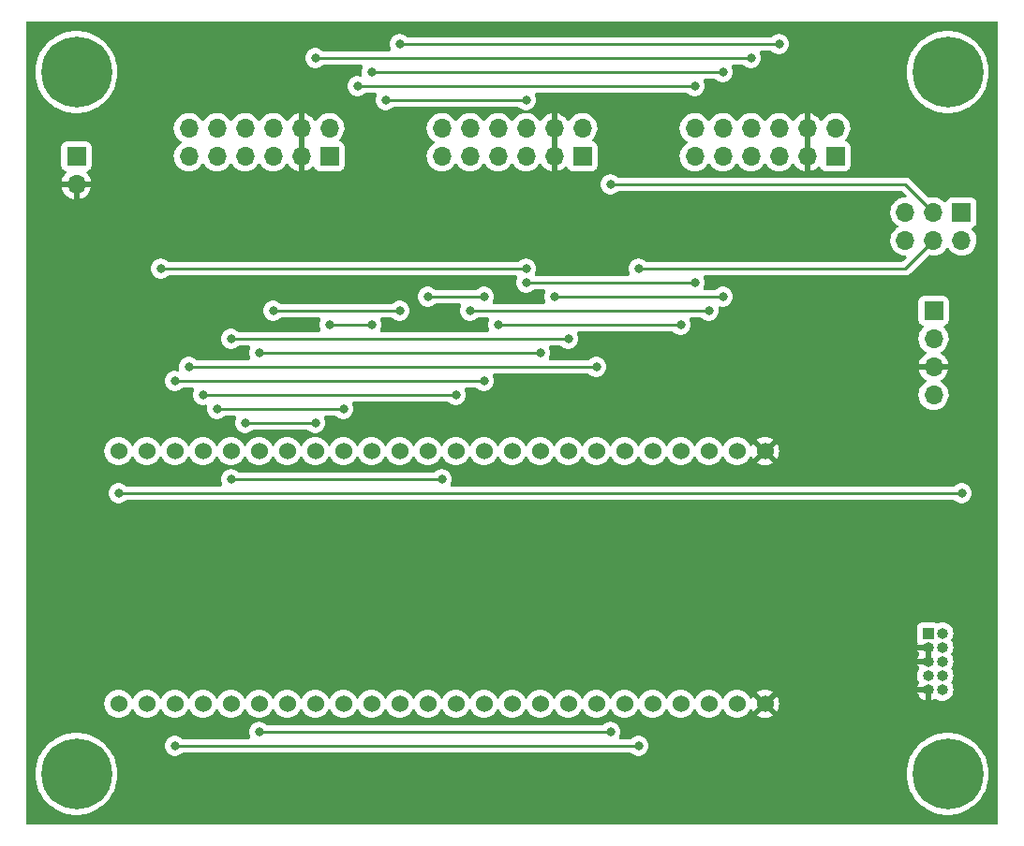
<source format=gbr>
%TF.GenerationSoftware,KiCad,Pcbnew,(6.0.10)*%
%TF.CreationDate,2023-01-05T13:42:57+01:00*%
%TF.ProjectId,pmod_hk-w806_baseboard,706d6f64-5f68-46b2-9d77-3830365f6261,rev?*%
%TF.SameCoordinates,Original*%
%TF.FileFunction,Copper,L2,Bot*%
%TF.FilePolarity,Positive*%
%FSLAX46Y46*%
G04 Gerber Fmt 4.6, Leading zero omitted, Abs format (unit mm)*
G04 Created by KiCad (PCBNEW (6.0.10)) date 2023-01-05 13:42:57*
%MOMM*%
%LPD*%
G01*
G04 APERTURE LIST*
%TA.AperFunction,ComponentPad*%
%ADD10R,1.700000X1.700000*%
%TD*%
%TA.AperFunction,ComponentPad*%
%ADD11O,1.700000X1.700000*%
%TD*%
%TA.AperFunction,ComponentPad*%
%ADD12C,0.800000*%
%TD*%
%TA.AperFunction,ComponentPad*%
%ADD13C,6.400000*%
%TD*%
%TA.AperFunction,ComponentPad*%
%ADD14R,1.000000X1.000000*%
%TD*%
%TA.AperFunction,ComponentPad*%
%ADD15O,1.000000X1.000000*%
%TD*%
%TA.AperFunction,ComponentPad*%
%ADD16C,1.524000*%
%TD*%
%TA.AperFunction,ViaPad*%
%ADD17C,0.800000*%
%TD*%
%TA.AperFunction,Conductor*%
%ADD18C,0.250000*%
%TD*%
G04 APERTURE END LIST*
D10*
%TO.P,PMOD2,1,Pin_1*%
%TO.N,VCC*%
X96520000Y-30480000D03*
D11*
%TO.P,PMOD2,2,Pin_2*%
X96520000Y-27940000D03*
%TO.P,PMOD2,3,Pin_3*%
%TO.N,GND*%
X93980000Y-30480000D03*
%TO.P,PMOD2,4,Pin_4*%
X93980000Y-27940000D03*
%TO.P,PMOD2,5,Pin_5*%
%TO.N,PMOD_UART_RTS*%
X91440000Y-30480000D03*
%TO.P,PMOD2,6,Pin_6*%
%TO.N,PMOD_UART_GPIO4*%
X91440000Y-27940000D03*
%TO.P,PMOD2,7,Pin_7*%
%TO.N,PMOD_UART_RXD*%
X88900000Y-30480000D03*
%TO.P,PMOD2,8,Pin_8*%
%TO.N,PMOD_UART_GPIO3*%
X88900000Y-27940000D03*
%TO.P,PMOD2,9,Pin_9*%
%TO.N,PMOD_UART_TXD*%
X86360000Y-30480000D03*
%TO.P,PMOD2,10,Pin_10*%
%TO.N,PMOD_UART_GPIO2_RESET*%
X86360000Y-27940000D03*
%TO.P,PMOD2,11,Pin_11*%
%TO.N,PMOD_UART_CTS*%
X83820000Y-30480000D03*
%TO.P,PMOD2,12,Pin_12*%
%TO.N,PMOD_UART_GPIO1_INT*%
X83820000Y-27940000D03*
%TD*%
D10*
%TO.P,PMOD3,1,Pin_1*%
%TO.N,VCC*%
X119380000Y-30480000D03*
D11*
%TO.P,PMOD3,2,Pin_2*%
X119380000Y-27940000D03*
%TO.P,PMOD3,3,Pin_3*%
%TO.N,GND*%
X116840000Y-30480000D03*
%TO.P,PMOD3,4,Pin_4*%
X116840000Y-27940000D03*
%TO.P,PMOD3,5,Pin_5*%
%TO.N,PMOD_I2C_SDA*%
X114300000Y-30480000D03*
%TO.P,PMOD3,6,Pin_6*%
%TO.N,PMOD_I2C_GPIO4*%
X114300000Y-27940000D03*
%TO.P,PMOD3,7,Pin_7*%
%TO.N,PMOD_I2C_SCL*%
X111760000Y-30480000D03*
%TO.P,PMOD3,8,Pin_8*%
%TO.N,PMOD_I2C_GPIO3*%
X111760000Y-27940000D03*
%TO.P,PMOD3,9,Pin_9*%
%TO.N,PMOD_I2C_RESET*%
X109220000Y-30480000D03*
%TO.P,PMOD3,10,Pin_10*%
%TO.N,PMOD_I2C_GPIO2*%
X109220000Y-27940000D03*
%TO.P,PMOD3,11,Pin_11*%
%TO.N,PMOD_I2C_INT*%
X106680000Y-30480000D03*
%TO.P,PMOD3,12,Pin_12*%
%TO.N,PMOD_I2C_GPIO1*%
X106680000Y-27940000D03*
%TD*%
D10*
%TO.P,PMOD1,1,Pin_1*%
%TO.N,VCC*%
X73660000Y-30480000D03*
D11*
%TO.P,PMOD1,2,Pin_2*%
X73660000Y-27940000D03*
%TO.P,PMOD1,3,Pin_3*%
%TO.N,GND*%
X71120000Y-30480000D03*
%TO.P,PMOD1,4,Pin_4*%
X71120000Y-27940000D03*
%TO.P,PMOD1,5,Pin_5*%
%TO.N,PMOD_SPI_SCK*%
X68580000Y-30480000D03*
%TO.P,PMOD1,6,Pin_6*%
%TO.N,PMOD_SPI_GPIO4_CS3*%
X68580000Y-27940000D03*
%TO.P,PMOD1,7,Pin_7*%
%TO.N,PMOD_SPI_MISO*%
X66040000Y-30480000D03*
%TO.P,PMOD1,8,Pin_8*%
%TO.N,PMOD_SPI_GPIO3_CS2*%
X66040000Y-27940000D03*
%TO.P,PMOD1,9,Pin_9*%
%TO.N,PMOD_SPI_MOSI*%
X63500000Y-30480000D03*
%TO.P,PMOD1,10,Pin_10*%
%TO.N,PMOD_SPI_GPIO2_RESET*%
X63500000Y-27940000D03*
%TO.P,PMOD1,11,Pin_11*%
%TO.N,PMOD_SPI_CS*%
X60960000Y-30480000D03*
%TO.P,PMOD1,12,Pin_12*%
%TO.N,PMOD_SPI_GPIO1_INT*%
X60960000Y-27940000D03*
%TD*%
D12*
%TO.P,H3,1*%
%TO.N,N/C*%
X52497056Y-88057056D03*
X49102944Y-84662944D03*
X50800000Y-83960000D03*
X48400000Y-86360000D03*
X52497056Y-84662944D03*
X49102944Y-88057056D03*
X53200000Y-86360000D03*
D13*
X50800000Y-86360000D03*
D12*
X50800000Y-88760000D03*
%TD*%
%TO.P,H1,1*%
%TO.N,N/C*%
X50800000Y-20460000D03*
X52497056Y-24557056D03*
X50800000Y-25260000D03*
X53200000Y-22860000D03*
X48400000Y-22860000D03*
X52497056Y-21162944D03*
X49102944Y-24557056D03*
D13*
X50800000Y-22860000D03*
D12*
X49102944Y-21162944D03*
%TD*%
D10*
%TO.P,J1,1,Pin_1*%
%TO.N,PMOD_I2C_SDA*%
X130795000Y-35555000D03*
D11*
%TO.P,J1,2,Pin_2*%
%TO.N,PMOD_I2C_SCL*%
X130795000Y-38095000D03*
%TO.P,J1,3,Pin_3*%
%TO.N,PA4*%
X128255000Y-35555000D03*
%TO.P,J1,4,Pin_4*%
%TO.N,PA1*%
X128255000Y-38095000D03*
%TO.P,J1,5,Pin_5*%
%TO.N,TMS*%
X125715000Y-35555000D03*
%TO.P,J1,6,Pin_6*%
%TO.N,TCK*%
X125715000Y-38095000D03*
%TD*%
D12*
%TO.P,H4,1*%
%TO.N,N/C*%
X131237056Y-84662944D03*
X127842944Y-88057056D03*
D13*
X129540000Y-86360000D03*
D12*
X127140000Y-86360000D03*
X129540000Y-88760000D03*
X131237056Y-88057056D03*
X127842944Y-84662944D03*
X131940000Y-86360000D03*
X129540000Y-83960000D03*
%TD*%
%TO.P,H2,1*%
%TO.N,N/C*%
X131237056Y-21162944D03*
X131237056Y-24557056D03*
X127842944Y-21162944D03*
D13*
X129540000Y-22860000D03*
D12*
X129540000Y-25260000D03*
X131940000Y-22860000D03*
X129540000Y-20460000D03*
X127140000Y-22860000D03*
X127842944Y-24557056D03*
%TD*%
D14*
%TO.P,J3,1,Pin_1*%
%TO.N,VCC*%
X127770000Y-73660000D03*
D15*
%TO.P,J3,2,Pin_2*%
%TO.N,TMS*%
X129040000Y-73660000D03*
%TO.P,J3,3,Pin_3*%
%TO.N,GND*%
X127770000Y-74930000D03*
%TO.P,J3,4,Pin_4*%
%TO.N,TCK*%
X129040000Y-74930000D03*
%TO.P,J3,5,Pin_5*%
%TO.N,GND*%
X127770000Y-76200000D03*
%TO.P,J3,6,Pin_6*%
%TO.N,unconnected-(J3-Pad6)*%
X129040000Y-76200000D03*
%TO.P,J3,7,Pin_7*%
%TO.N,unconnected-(J3-Pad7)*%
X127770000Y-77470000D03*
%TO.P,J3,8,Pin_8*%
%TO.N,unconnected-(J3-Pad8)*%
X129040000Y-77470000D03*
%TO.P,J3,9,Pin_9*%
%TO.N,GND*%
X127770000Y-78740000D03*
%TO.P,J3,10,Pin_10*%
%TO.N,~{RST}*%
X129040000Y-78740000D03*
%TD*%
D10*
%TO.P,J4,1,Pin_1*%
%TO.N,VCC*%
X128270000Y-44450000D03*
D11*
%TO.P,J4,2,Pin_2*%
%TO.N,TCK*%
X128270000Y-46990000D03*
%TO.P,J4,3,Pin_3*%
%TO.N,GND*%
X128270000Y-49530000D03*
%TO.P,J4,4,Pin_4*%
%TO.N,TMS*%
X128270000Y-52070000D03*
%TD*%
D10*
%TO.P,J2,1,Pin_1*%
%TO.N,VCC*%
X50800000Y-30480000D03*
D11*
%TO.P,J2,2,Pin_2*%
%TO.N,GND*%
X50800000Y-33020000D03*
%TD*%
D16*
%TO.P,U1,1,VCC*%
%TO.N,VCC*%
X54610000Y-80010000D03*
%TO.P,U1,2,PA0*%
%TO.N,unconnected-(U1-Pad2)*%
X57150000Y-80010000D03*
%TO.P,U1,3,PA1*%
%TO.N,PA1*%
X59690000Y-80010000D03*
%TO.P,U1,4,PA2*%
%TO.N,PMOD_UART_RTS*%
X62230000Y-80010000D03*
%TO.P,U1,5,PA3*%
%TO.N,PMOD_UART_CTS*%
X64770000Y-80010000D03*
%TO.P,U1,6,PA4*%
%TO.N,PA4*%
X67310000Y-80010000D03*
%TO.P,U1,7,PA5*%
%TO.N,PMOD_I2C_GPIO4*%
X69850000Y-80010000D03*
%TO.P,U1,8,PA6*%
%TO.N,PMOD_I2C_GPIO3*%
X72390000Y-80010000D03*
%TO.P,U1,9,PA7*%
%TO.N,PMOD_I2C_GPIO2*%
X74930000Y-80010000D03*
%TO.P,U1,10,PA8*%
%TO.N,PMOD_I2C_GPIO1*%
X77470000Y-80010000D03*
%TO.P,U1,11,PA9*%
%TO.N,PMOD_UART_GPIO4*%
X80010000Y-80010000D03*
%TO.P,U1,12,PA10*%
%TO.N,PMOD_UART_GPIO3*%
X82550000Y-80010000D03*
%TO.P,U1,13,PA11*%
%TO.N,PMOD_UART_GPIO2_RESET*%
X85090000Y-80010000D03*
%TO.P,U1,14,PA12*%
%TO.N,PMOD_UART_GPIO1_INT*%
X87630000Y-80010000D03*
%TO.P,U1,15,PA13*%
%TO.N,PMOD_I2C_INT*%
X90170000Y-80010000D03*
%TO.P,U1,16,PA14*%
%TO.N,PMOD_I2C_RESET*%
X92710000Y-80010000D03*
%TO.P,U1,17,PA15*%
%TO.N,unconnected-(U1-Pad17)*%
X95250000Y-80010000D03*
%TO.P,U1,18,LED/PB0*%
%TO.N,unconnected-(U1-Pad18)*%
X97790000Y-80010000D03*
%TO.P,U1,19,LED/PB1*%
%TO.N,unconnected-(U1-Pad19)*%
X100330000Y-80010000D03*
%TO.P,U1,20,LED/PB2*%
%TO.N,unconnected-(U1-Pad20)*%
X102870000Y-80010000D03*
%TO.P,U1,21,LED/PB3*%
%TO.N,unconnected-(U1-Pad21)*%
X105410000Y-80010000D03*
%TO.P,U1,22,PB27*%
%TO.N,unconnected-(U1-Pad22)*%
X107950000Y-80010000D03*
%TO.P,U1,23,PB4*%
%TO.N,unconnected-(U1-Pad23)*%
X110490000Y-80010000D03*
%TO.P,U1,24,GND*%
%TO.N,GND*%
X113030000Y-80010000D03*
%TO.P,U1,25,GND*%
X113030000Y-57150000D03*
%TO.P,U1,26,PB5*%
%TO.N,unconnected-(U1-Pad26)*%
X110490000Y-57150000D03*
%TO.P,U1,27,PB6*%
%TO.N,PMOD_UART_TXD*%
X107950000Y-57150000D03*
%TO.P,U1,28,PB7*%
%TO.N,PMOD_UART_RXD*%
X105410000Y-57150000D03*
%TO.P,U1,29,LED/PB8*%
%TO.N,unconnected-(U1-Pad29)*%
X102870000Y-57150000D03*
%TO.P,U1,30,LED/PB9*%
%TO.N,unconnected-(U1-Pad30)*%
X100330000Y-57150000D03*
%TO.P,U1,31,PB12*%
%TO.N,PMOD_SPI_CS*%
X97790000Y-57150000D03*
%TO.P,U1,32,PB13*%
%TO.N,PMOD_SPI_GPIO3_CS2*%
X95250000Y-57150000D03*
%TO.P,U1,33,PB14*%
%TO.N,PMOD_SPI_GPIO4_CS3*%
X92710000Y-57150000D03*
%TO.P,U1,34,PB15*%
%TO.N,unconnected-(U1-Pad34)*%
X90170000Y-57150000D03*
%TO.P,U1,35,PB10*%
%TO.N,PMOD_SPI_GPIO1_INT*%
X87630000Y-57150000D03*
%TO.P,U1,36,PB11*%
%TO.N,PMOD_SPI_GPIO2_RESET*%
X85090000Y-57150000D03*
%TO.P,U1,37,PB16*%
%TO.N,unconnected-(U1-Pad37)*%
X82550000Y-57150000D03*
%TO.P,U1,38,PB17*%
%TO.N,unconnected-(U1-Pad38)*%
X80010000Y-57150000D03*
%TO.P,U1,39,PB18*%
%TO.N,unconnected-(U1-Pad39)*%
X77470000Y-57150000D03*
%TO.P,U1,40,PB26*%
%TO.N,PMOD_SPI_MOSI*%
X74930000Y-57150000D03*
%TO.P,U1,41,PB25*%
%TO.N,PMOD_SPI_MISO*%
X72390000Y-57150000D03*
%TO.P,U1,42,PB24*%
%TO.N,PMOD_SPI_SCK*%
X69850000Y-57150000D03*
%TO.P,U1,43,PB22*%
%TO.N,unconnected-(U1-Pad43)*%
X67310000Y-57150000D03*
%TO.P,U1,44,PB21*%
%TO.N,unconnected-(U1-Pad44)*%
X64770000Y-57150000D03*
%TO.P,U1,45,RX0/PB20*%
%TO.N,unconnected-(U1-Pad45)*%
X62230000Y-57150000D03*
%TO.P,U1,46,TX0/PB19*%
%TO.N,unconnected-(U1-Pad46)*%
X59690000Y-57150000D03*
%TO.P,U1,47,WAKEUP*%
%TO.N,unconnected-(U1-Pad47)*%
X57150000Y-57150000D03*
%TO.P,U1,48,RESET*%
%TO.N,~{RST}*%
X54610000Y-57150000D03*
%TD*%
D17*
%TO.N,PMOD_UART_GPIO4*%
X91440000Y-25400000D03*
X78740000Y-25400000D03*
%TO.N,PMOD_UART_GPIO1_INT*%
X87630000Y-43180000D03*
X82550000Y-43180000D03*
%TO.N,PMOD_UART_RTS*%
X91440000Y-40640000D03*
X58420000Y-40640000D03*
%TO.N,PMOD_UART_RXD*%
X105410000Y-45720000D03*
X88900000Y-45720000D03*
%TO.N,PMOD_UART_TXD*%
X107950000Y-44450000D03*
X86360000Y-44450000D03*
%TO.N,PMOD_UART_CTS*%
X64770000Y-59690000D03*
X83820000Y-59690000D03*
%TO.N,PMOD_SPI_MOSI*%
X63500000Y-53340000D03*
X74930000Y-53340000D03*
%TO.N,PMOD_SPI_MISO*%
X66040000Y-54610000D03*
X72390000Y-54610000D03*
%TO.N,PMOD_SPI_GPIO4_CS3*%
X92710000Y-48260000D03*
X67310000Y-48260000D03*
%TO.N,PMOD_SPI_GPIO3_CS2*%
X64770000Y-46990000D03*
X95250000Y-46990000D03*
%TO.N,PMOD_SPI_GPIO2_RESET*%
X85090000Y-52070000D03*
X62230000Y-52070000D03*
%TO.N,PMOD_SPI_GPIO1_INT*%
X59690000Y-50800000D03*
X87630000Y-50800000D03*
%TO.N,PMOD_SPI_CS*%
X97790000Y-49530000D03*
X60960000Y-49530000D03*
%TO.N,PMOD_I2C_RESET*%
X109220000Y-43180000D03*
X93980000Y-43180000D03*
%TO.N,PMOD_I2C_INT*%
X91440000Y-41910000D03*
X106680000Y-41910000D03*
%TO.N,PMOD_I2C_GPIO4*%
X68580000Y-44450000D03*
X80010000Y-44450000D03*
X80010000Y-20320000D03*
X114300000Y-20320000D03*
%TO.N,PMOD_I2C_GPIO3*%
X72390000Y-21590000D03*
X111760000Y-21590000D03*
%TO.N,PMOD_I2C_GPIO2*%
X77470000Y-22860000D03*
X77470000Y-45720000D03*
X73660000Y-45720000D03*
X109220000Y-22860000D03*
%TO.N,PMOD_I2C_GPIO1*%
X76200000Y-24130000D03*
X106680000Y-24130000D03*
%TO.N,PA4*%
X67310000Y-82550000D03*
X99060000Y-82550000D03*
X99060000Y-33020000D03*
%TO.N,PA1*%
X101600000Y-40640000D03*
X101600000Y-83820000D03*
X59690000Y-83820000D03*
%TO.N,~{RST}*%
X54610000Y-60960000D03*
X130810000Y-60960000D03*
%TD*%
D18*
%TO.N,PMOD_UART_GPIO4*%
X91440000Y-25400000D02*
X78740000Y-25400000D01*
%TO.N,PMOD_UART_GPIO1_INT*%
X87630000Y-43180000D02*
X82550000Y-43180000D01*
%TO.N,PMOD_UART_RTS*%
X58420000Y-40640000D02*
X91440000Y-40640000D01*
%TO.N,PMOD_UART_RXD*%
X105410000Y-45720000D02*
X88900000Y-45720000D01*
%TO.N,PMOD_UART_TXD*%
X107950000Y-44450000D02*
X86360000Y-44450000D01*
%TO.N,PMOD_UART_CTS*%
X83820000Y-59690000D02*
X64770000Y-59690000D01*
%TO.N,PMOD_SPI_MOSI*%
X74930000Y-53340000D02*
X63500000Y-53340000D01*
%TO.N,PMOD_SPI_MISO*%
X72390000Y-54610000D02*
X66040000Y-54610000D01*
%TO.N,PMOD_SPI_GPIO4_CS3*%
X92710000Y-48260000D02*
X67310000Y-48260000D01*
%TO.N,PMOD_SPI_GPIO3_CS2*%
X95250000Y-46990000D02*
X64770000Y-46990000D01*
%TO.N,PMOD_SPI_GPIO2_RESET*%
X85090000Y-52070000D02*
X62230000Y-52070000D01*
%TO.N,PMOD_SPI_GPIO1_INT*%
X87630000Y-50800000D02*
X59690000Y-50800000D01*
%TO.N,PMOD_SPI_CS*%
X60960000Y-49530000D02*
X97790000Y-49530000D01*
%TO.N,PMOD_I2C_RESET*%
X93980000Y-43180000D02*
X109220000Y-43180000D01*
%TO.N,PMOD_I2C_INT*%
X91440000Y-41910000D02*
X106680000Y-41910000D01*
%TO.N,PMOD_I2C_GPIO4*%
X68580000Y-44450000D02*
X80010000Y-44450000D01*
X80010000Y-20320000D02*
X114300000Y-20320000D01*
%TO.N,PMOD_I2C_GPIO3*%
X111760000Y-21590000D02*
X72390000Y-21590000D01*
%TO.N,PMOD_I2C_GPIO2*%
X73660000Y-45720000D02*
X77470000Y-45720000D01*
X77470000Y-22860000D02*
X109220000Y-22860000D01*
%TO.N,PMOD_I2C_GPIO1*%
X76200000Y-24130000D02*
X106680000Y-24130000D01*
%TO.N,PA4*%
X99060000Y-33020000D02*
X125720000Y-33020000D01*
X67310000Y-82550000D02*
X99060000Y-82550000D01*
X125720000Y-33020000D02*
X128255000Y-35555000D01*
%TO.N,PA1*%
X59690000Y-83820000D02*
X101600000Y-83820000D01*
X125710000Y-40640000D02*
X128255000Y-38095000D01*
X101600000Y-40640000D02*
X125710000Y-40640000D01*
%TO.N,~{RST}*%
X54610000Y-60960000D02*
X130810000Y-60960000D01*
%TD*%
%TA.AperFunction,Conductor*%
%TO.N,GND*%
G36*
X134053621Y-18308502D02*
G01*
X134100114Y-18362158D01*
X134111500Y-18414500D01*
X134111500Y-90805500D01*
X134091498Y-90873621D01*
X134037842Y-90920114D01*
X133985500Y-90931500D01*
X46354500Y-90931500D01*
X46286379Y-90911498D01*
X46239886Y-90857842D01*
X46228500Y-90805500D01*
X46228500Y-86360000D01*
X47086411Y-86360000D01*
X47106754Y-86748176D01*
X47167562Y-87132099D01*
X47268167Y-87507562D01*
X47407468Y-87870453D01*
X47583938Y-88216794D01*
X47795643Y-88542793D01*
X48040266Y-88844876D01*
X48315124Y-89119734D01*
X48617207Y-89364357D01*
X48943205Y-89576062D01*
X48946139Y-89577557D01*
X48946146Y-89577561D01*
X49286607Y-89751034D01*
X49289547Y-89752532D01*
X49652438Y-89891833D01*
X50027901Y-89992438D01*
X50231793Y-90024732D01*
X50408576Y-90052732D01*
X50408584Y-90052733D01*
X50411824Y-90053246D01*
X50800000Y-90073589D01*
X51188176Y-90053246D01*
X51191416Y-90052733D01*
X51191424Y-90052732D01*
X51368207Y-90024732D01*
X51572099Y-89992438D01*
X51947562Y-89891833D01*
X52310453Y-89752532D01*
X52313393Y-89751034D01*
X52653854Y-89577561D01*
X52653861Y-89577557D01*
X52656795Y-89576062D01*
X52982793Y-89364357D01*
X53284876Y-89119734D01*
X53559734Y-88844876D01*
X53804357Y-88542793D01*
X54016062Y-88216794D01*
X54192532Y-87870453D01*
X54331833Y-87507562D01*
X54432438Y-87132099D01*
X54493246Y-86748176D01*
X54513589Y-86360000D01*
X125826411Y-86360000D01*
X125846754Y-86748176D01*
X125907562Y-87132099D01*
X126008167Y-87507562D01*
X126147468Y-87870453D01*
X126323938Y-88216794D01*
X126535643Y-88542793D01*
X126780266Y-88844876D01*
X127055124Y-89119734D01*
X127357207Y-89364357D01*
X127683205Y-89576062D01*
X127686139Y-89577557D01*
X127686146Y-89577561D01*
X128026607Y-89751034D01*
X128029547Y-89752532D01*
X128392438Y-89891833D01*
X128767901Y-89992438D01*
X128971793Y-90024732D01*
X129148576Y-90052732D01*
X129148584Y-90052733D01*
X129151824Y-90053246D01*
X129540000Y-90073589D01*
X129928176Y-90053246D01*
X129931416Y-90052733D01*
X129931424Y-90052732D01*
X130108207Y-90024732D01*
X130312099Y-89992438D01*
X130687562Y-89891833D01*
X131050453Y-89752532D01*
X131053393Y-89751034D01*
X131393854Y-89577561D01*
X131393861Y-89577557D01*
X131396795Y-89576062D01*
X131722793Y-89364357D01*
X132024876Y-89119734D01*
X132299734Y-88844876D01*
X132544357Y-88542793D01*
X132756062Y-88216794D01*
X132932532Y-87870453D01*
X133071833Y-87507562D01*
X133172438Y-87132099D01*
X133233246Y-86748176D01*
X133253589Y-86360000D01*
X133233246Y-85971824D01*
X133172438Y-85587901D01*
X133071833Y-85212438D01*
X132932532Y-84849547D01*
X132756062Y-84503206D01*
X132750055Y-84493955D01*
X132546152Y-84179971D01*
X132546152Y-84179970D01*
X132544357Y-84177207D01*
X132299734Y-83875124D01*
X132024876Y-83600266D01*
X131722793Y-83355643D01*
X131720029Y-83353848D01*
X131399564Y-83145736D01*
X131399561Y-83145734D01*
X131396795Y-83143938D01*
X131393861Y-83142443D01*
X131393854Y-83142439D01*
X131053393Y-82968966D01*
X131050453Y-82967468D01*
X130687562Y-82828167D01*
X130312099Y-82727562D01*
X130108207Y-82695268D01*
X129931424Y-82667268D01*
X129931416Y-82667267D01*
X129928176Y-82666754D01*
X129540000Y-82646411D01*
X129151824Y-82666754D01*
X129148584Y-82667267D01*
X129148576Y-82667268D01*
X128971793Y-82695268D01*
X128767901Y-82727562D01*
X128392438Y-82828167D01*
X128029547Y-82967468D01*
X128026607Y-82968966D01*
X127686147Y-83142439D01*
X127686140Y-83142443D01*
X127683206Y-83143938D01*
X127680440Y-83145734D01*
X127680437Y-83145736D01*
X127468982Y-83283056D01*
X127357207Y-83355643D01*
X127055124Y-83600266D01*
X126780266Y-83875124D01*
X126535643Y-84177207D01*
X126533848Y-84179970D01*
X126533848Y-84179971D01*
X126329946Y-84493955D01*
X126323938Y-84503206D01*
X126147468Y-84849547D01*
X126008167Y-85212438D01*
X125907562Y-85587901D01*
X125846754Y-85971824D01*
X125826411Y-86360000D01*
X54513589Y-86360000D01*
X54493246Y-85971824D01*
X54432438Y-85587901D01*
X54331833Y-85212438D01*
X54192532Y-84849547D01*
X54016062Y-84503206D01*
X54010055Y-84493955D01*
X53806152Y-84179971D01*
X53806152Y-84179970D01*
X53804357Y-84177207D01*
X53559734Y-83875124D01*
X53504610Y-83820000D01*
X58776496Y-83820000D01*
X58796458Y-84009928D01*
X58855473Y-84191556D01*
X58950960Y-84356944D01*
X59078747Y-84498866D01*
X59233248Y-84611118D01*
X59239276Y-84613802D01*
X59239278Y-84613803D01*
X59401681Y-84686109D01*
X59407712Y-84688794D01*
X59501113Y-84708647D01*
X59588056Y-84727128D01*
X59588061Y-84727128D01*
X59594513Y-84728500D01*
X59785487Y-84728500D01*
X59791939Y-84727128D01*
X59791944Y-84727128D01*
X59878887Y-84708647D01*
X59972288Y-84688794D01*
X59978319Y-84686109D01*
X60140722Y-84613803D01*
X60140724Y-84613802D01*
X60146752Y-84611118D01*
X60301253Y-84498866D01*
X60305668Y-84493963D01*
X60310580Y-84489540D01*
X60311705Y-84490789D01*
X60365014Y-84457949D01*
X60398200Y-84453500D01*
X100891800Y-84453500D01*
X100959921Y-84473502D01*
X100979147Y-84489843D01*
X100979420Y-84489540D01*
X100984332Y-84493963D01*
X100988747Y-84498866D01*
X101143248Y-84611118D01*
X101149276Y-84613802D01*
X101149278Y-84613803D01*
X101311681Y-84686109D01*
X101317712Y-84688794D01*
X101411113Y-84708647D01*
X101498056Y-84727128D01*
X101498061Y-84727128D01*
X101504513Y-84728500D01*
X101695487Y-84728500D01*
X101701939Y-84727128D01*
X101701944Y-84727128D01*
X101788887Y-84708647D01*
X101882288Y-84688794D01*
X101888319Y-84686109D01*
X102050722Y-84613803D01*
X102050724Y-84613802D01*
X102056752Y-84611118D01*
X102211253Y-84498866D01*
X102339040Y-84356944D01*
X102434527Y-84191556D01*
X102493542Y-84009928D01*
X102513504Y-83820000D01*
X102493542Y-83630072D01*
X102434527Y-83448444D01*
X102339040Y-83283056D01*
X102249400Y-83183500D01*
X102215675Y-83146045D01*
X102215674Y-83146044D01*
X102211253Y-83141134D01*
X102056752Y-83028882D01*
X102050724Y-83026198D01*
X102050722Y-83026197D01*
X101888319Y-82953891D01*
X101888318Y-82953891D01*
X101882288Y-82951206D01*
X101769721Y-82927279D01*
X101701944Y-82912872D01*
X101701939Y-82912872D01*
X101695487Y-82911500D01*
X101504513Y-82911500D01*
X101498061Y-82912872D01*
X101498056Y-82912872D01*
X101430279Y-82927279D01*
X101317712Y-82951206D01*
X101311682Y-82953891D01*
X101311681Y-82953891D01*
X101149278Y-83026197D01*
X101149276Y-83026198D01*
X101143248Y-83028882D01*
X100988747Y-83141134D01*
X100984332Y-83146037D01*
X100979420Y-83150460D01*
X100978295Y-83149211D01*
X100924986Y-83182051D01*
X100891800Y-83186500D01*
X99959800Y-83186500D01*
X99891679Y-83166498D01*
X99845186Y-83112842D01*
X99835082Y-83042568D01*
X99850681Y-82997500D01*
X99891223Y-82927279D01*
X99891224Y-82927278D01*
X99894527Y-82921556D01*
X99953542Y-82739928D01*
X99973504Y-82550000D01*
X99953542Y-82360072D01*
X99894527Y-82178444D01*
X99799040Y-82013056D01*
X99671253Y-81871134D01*
X99516752Y-81758882D01*
X99510724Y-81756198D01*
X99510722Y-81756197D01*
X99348319Y-81683891D01*
X99348318Y-81683891D01*
X99342288Y-81681206D01*
X99248888Y-81661353D01*
X99161944Y-81642872D01*
X99161939Y-81642872D01*
X99155487Y-81641500D01*
X98964513Y-81641500D01*
X98958061Y-81642872D01*
X98958056Y-81642872D01*
X98871112Y-81661353D01*
X98777712Y-81681206D01*
X98771682Y-81683891D01*
X98771681Y-81683891D01*
X98609278Y-81756197D01*
X98609276Y-81756198D01*
X98603248Y-81758882D01*
X98448747Y-81871134D01*
X98444332Y-81876037D01*
X98439420Y-81880460D01*
X98438295Y-81879211D01*
X98384986Y-81912051D01*
X98351800Y-81916500D01*
X68018200Y-81916500D01*
X67950079Y-81896498D01*
X67930853Y-81880157D01*
X67930580Y-81880460D01*
X67925668Y-81876037D01*
X67921253Y-81871134D01*
X67766752Y-81758882D01*
X67760724Y-81756198D01*
X67760722Y-81756197D01*
X67598319Y-81683891D01*
X67598318Y-81683891D01*
X67592288Y-81681206D01*
X67498888Y-81661353D01*
X67411944Y-81642872D01*
X67411939Y-81642872D01*
X67405487Y-81641500D01*
X67214513Y-81641500D01*
X67208061Y-81642872D01*
X67208056Y-81642872D01*
X67121112Y-81661353D01*
X67027712Y-81681206D01*
X67021682Y-81683891D01*
X67021681Y-81683891D01*
X66859278Y-81756197D01*
X66859276Y-81756198D01*
X66853248Y-81758882D01*
X66698747Y-81871134D01*
X66570960Y-82013056D01*
X66475473Y-82178444D01*
X66416458Y-82360072D01*
X66396496Y-82550000D01*
X66416458Y-82739928D01*
X66475473Y-82921556D01*
X66478776Y-82927278D01*
X66478777Y-82927279D01*
X66519319Y-82997500D01*
X66536057Y-83066496D01*
X66512836Y-83133587D01*
X66457029Y-83177474D01*
X66410200Y-83186500D01*
X60398200Y-83186500D01*
X60330079Y-83166498D01*
X60310853Y-83150157D01*
X60310580Y-83150460D01*
X60305668Y-83146037D01*
X60301253Y-83141134D01*
X60146752Y-83028882D01*
X60140724Y-83026198D01*
X60140722Y-83026197D01*
X59978319Y-82953891D01*
X59978318Y-82953891D01*
X59972288Y-82951206D01*
X59859721Y-82927279D01*
X59791944Y-82912872D01*
X59791939Y-82912872D01*
X59785487Y-82911500D01*
X59594513Y-82911500D01*
X59588061Y-82912872D01*
X59588056Y-82912872D01*
X59520279Y-82927279D01*
X59407712Y-82951206D01*
X59401682Y-82953891D01*
X59401681Y-82953891D01*
X59239278Y-83026197D01*
X59239276Y-83026198D01*
X59233248Y-83028882D01*
X59078747Y-83141134D01*
X59074326Y-83146044D01*
X59074325Y-83146045D01*
X59040601Y-83183500D01*
X58950960Y-83283056D01*
X58855473Y-83448444D01*
X58796458Y-83630072D01*
X58776496Y-83820000D01*
X53504610Y-83820000D01*
X53284876Y-83600266D01*
X52982793Y-83355643D01*
X52980029Y-83353848D01*
X52659564Y-83145736D01*
X52659561Y-83145734D01*
X52656795Y-83143938D01*
X52653861Y-83142443D01*
X52653854Y-83142439D01*
X52313393Y-82968966D01*
X52310453Y-82967468D01*
X51947562Y-82828167D01*
X51572099Y-82727562D01*
X51368207Y-82695268D01*
X51191424Y-82667268D01*
X51191416Y-82667267D01*
X51188176Y-82666754D01*
X50800000Y-82646411D01*
X50411824Y-82666754D01*
X50408584Y-82667267D01*
X50408576Y-82667268D01*
X50231793Y-82695268D01*
X50027901Y-82727562D01*
X49652438Y-82828167D01*
X49289547Y-82967468D01*
X49286607Y-82968966D01*
X48946147Y-83142439D01*
X48946140Y-83142443D01*
X48943206Y-83143938D01*
X48940440Y-83145734D01*
X48940437Y-83145736D01*
X48728982Y-83283056D01*
X48617207Y-83355643D01*
X48315124Y-83600266D01*
X48040266Y-83875124D01*
X47795643Y-84177207D01*
X47793848Y-84179970D01*
X47793848Y-84179971D01*
X47589946Y-84493955D01*
X47583938Y-84503206D01*
X47407468Y-84849547D01*
X47268167Y-85212438D01*
X47167562Y-85587901D01*
X47106754Y-85971824D01*
X47086411Y-86360000D01*
X46228500Y-86360000D01*
X46228500Y-80010000D01*
X53334647Y-80010000D01*
X53354022Y-80231463D01*
X53411560Y-80446196D01*
X53413882Y-80451177D01*
X53413883Y-80451178D01*
X53503186Y-80642689D01*
X53503189Y-80642694D01*
X53505512Y-80647676D01*
X53508668Y-80652183D01*
X53508669Y-80652185D01*
X53545107Y-80704223D01*
X53633023Y-80829781D01*
X53790219Y-80986977D01*
X53794727Y-80990134D01*
X53794730Y-80990136D01*
X53870495Y-81043187D01*
X53972323Y-81114488D01*
X53977305Y-81116811D01*
X53977310Y-81116814D01*
X54167810Y-81205645D01*
X54173804Y-81208440D01*
X54179112Y-81209862D01*
X54179114Y-81209863D01*
X54244949Y-81227503D01*
X54388537Y-81265978D01*
X54610000Y-81285353D01*
X54831463Y-81265978D01*
X54975051Y-81227503D01*
X55040886Y-81209863D01*
X55040888Y-81209862D01*
X55046196Y-81208440D01*
X55052190Y-81205645D01*
X55242690Y-81116814D01*
X55242695Y-81116811D01*
X55247677Y-81114488D01*
X55349505Y-81043187D01*
X55425270Y-80990136D01*
X55425273Y-80990134D01*
X55429781Y-80986977D01*
X55586977Y-80829781D01*
X55674894Y-80704223D01*
X55711331Y-80652185D01*
X55711332Y-80652183D01*
X55714488Y-80647676D01*
X55716811Y-80642694D01*
X55716814Y-80642689D01*
X55765805Y-80537627D01*
X55812723Y-80484342D01*
X55881000Y-80464881D01*
X55948960Y-80485423D01*
X55994195Y-80537627D01*
X56043186Y-80642689D01*
X56043189Y-80642694D01*
X56045512Y-80647676D01*
X56048668Y-80652183D01*
X56048669Y-80652185D01*
X56085107Y-80704223D01*
X56173023Y-80829781D01*
X56330219Y-80986977D01*
X56334727Y-80990134D01*
X56334730Y-80990136D01*
X56410495Y-81043187D01*
X56512323Y-81114488D01*
X56517305Y-81116811D01*
X56517310Y-81116814D01*
X56707810Y-81205645D01*
X56713804Y-81208440D01*
X56719112Y-81209862D01*
X56719114Y-81209863D01*
X56784949Y-81227503D01*
X56928537Y-81265978D01*
X57150000Y-81285353D01*
X57371463Y-81265978D01*
X57515051Y-81227503D01*
X57580886Y-81209863D01*
X57580888Y-81209862D01*
X57586196Y-81208440D01*
X57592190Y-81205645D01*
X57782690Y-81116814D01*
X57782695Y-81116811D01*
X57787677Y-81114488D01*
X57889505Y-81043187D01*
X57965270Y-80990136D01*
X57965273Y-80990134D01*
X57969781Y-80986977D01*
X58126977Y-80829781D01*
X58214894Y-80704223D01*
X58251331Y-80652185D01*
X58251332Y-80652183D01*
X58254488Y-80647676D01*
X58256811Y-80642694D01*
X58256814Y-80642689D01*
X58305805Y-80537627D01*
X58352723Y-80484342D01*
X58421000Y-80464881D01*
X58488960Y-80485423D01*
X58534195Y-80537627D01*
X58583186Y-80642689D01*
X58583189Y-80642694D01*
X58585512Y-80647676D01*
X58588668Y-80652183D01*
X58588669Y-80652185D01*
X58625107Y-80704223D01*
X58713023Y-80829781D01*
X58870219Y-80986977D01*
X58874727Y-80990134D01*
X58874730Y-80990136D01*
X58950495Y-81043187D01*
X59052323Y-81114488D01*
X59057305Y-81116811D01*
X59057310Y-81116814D01*
X59247810Y-81205645D01*
X59253804Y-81208440D01*
X59259112Y-81209862D01*
X59259114Y-81209863D01*
X59324949Y-81227503D01*
X59468537Y-81265978D01*
X59690000Y-81285353D01*
X59911463Y-81265978D01*
X60055051Y-81227503D01*
X60120886Y-81209863D01*
X60120888Y-81209862D01*
X60126196Y-81208440D01*
X60132190Y-81205645D01*
X60322690Y-81116814D01*
X60322695Y-81116811D01*
X60327677Y-81114488D01*
X60429505Y-81043187D01*
X60505270Y-80990136D01*
X60505273Y-80990134D01*
X60509781Y-80986977D01*
X60666977Y-80829781D01*
X60754894Y-80704223D01*
X60791331Y-80652185D01*
X60791332Y-80652183D01*
X60794488Y-80647676D01*
X60796811Y-80642694D01*
X60796814Y-80642689D01*
X60845805Y-80537627D01*
X60892723Y-80484342D01*
X60961000Y-80464881D01*
X61028960Y-80485423D01*
X61074195Y-80537627D01*
X61123186Y-80642689D01*
X61123189Y-80642694D01*
X61125512Y-80647676D01*
X61128668Y-80652183D01*
X61128669Y-80652185D01*
X61165107Y-80704223D01*
X61253023Y-80829781D01*
X61410219Y-80986977D01*
X61414727Y-80990134D01*
X61414730Y-80990136D01*
X61490495Y-81043187D01*
X61592323Y-81114488D01*
X61597305Y-81116811D01*
X61597310Y-81116814D01*
X61787810Y-81205645D01*
X61793804Y-81208440D01*
X61799112Y-81209862D01*
X61799114Y-81209863D01*
X61864949Y-81227503D01*
X62008537Y-81265978D01*
X62230000Y-81285353D01*
X62451463Y-81265978D01*
X62595051Y-81227503D01*
X62660886Y-81209863D01*
X62660888Y-81209862D01*
X62666196Y-81208440D01*
X62672190Y-81205645D01*
X62862690Y-81116814D01*
X62862695Y-81116811D01*
X62867677Y-81114488D01*
X62969505Y-81043187D01*
X63045270Y-80990136D01*
X63045273Y-80990134D01*
X63049781Y-80986977D01*
X63206977Y-80829781D01*
X63294894Y-80704223D01*
X63331331Y-80652185D01*
X63331332Y-80652183D01*
X63334488Y-80647676D01*
X63336811Y-80642694D01*
X63336814Y-80642689D01*
X63385805Y-80537627D01*
X63432723Y-80484342D01*
X63501000Y-80464881D01*
X63568960Y-80485423D01*
X63614195Y-80537627D01*
X63663186Y-80642689D01*
X63663189Y-80642694D01*
X63665512Y-80647676D01*
X63668668Y-80652183D01*
X63668669Y-80652185D01*
X63705107Y-80704223D01*
X63793023Y-80829781D01*
X63950219Y-80986977D01*
X63954727Y-80990134D01*
X63954730Y-80990136D01*
X64030495Y-81043187D01*
X64132323Y-81114488D01*
X64137305Y-81116811D01*
X64137310Y-81116814D01*
X64327810Y-81205645D01*
X64333804Y-81208440D01*
X64339112Y-81209862D01*
X64339114Y-81209863D01*
X64404949Y-81227503D01*
X64548537Y-81265978D01*
X64770000Y-81285353D01*
X64991463Y-81265978D01*
X65135051Y-81227503D01*
X65200886Y-81209863D01*
X65200888Y-81209862D01*
X65206196Y-81208440D01*
X65212190Y-81205645D01*
X65402690Y-81116814D01*
X65402695Y-81116811D01*
X65407677Y-81114488D01*
X65509505Y-81043187D01*
X65585270Y-80990136D01*
X65585273Y-80990134D01*
X65589781Y-80986977D01*
X65746977Y-80829781D01*
X65834894Y-80704223D01*
X65871331Y-80652185D01*
X65871332Y-80652183D01*
X65874488Y-80647676D01*
X65876811Y-80642694D01*
X65876814Y-80642689D01*
X65925805Y-80537627D01*
X65972723Y-80484342D01*
X66041000Y-80464881D01*
X66108960Y-80485423D01*
X66154195Y-80537627D01*
X66203186Y-80642689D01*
X66203189Y-80642694D01*
X66205512Y-80647676D01*
X66208668Y-80652183D01*
X66208669Y-80652185D01*
X66245107Y-80704223D01*
X66333023Y-80829781D01*
X66490219Y-80986977D01*
X66494727Y-80990134D01*
X66494730Y-80990136D01*
X66570495Y-81043187D01*
X66672323Y-81114488D01*
X66677305Y-81116811D01*
X66677310Y-81116814D01*
X66867810Y-81205645D01*
X66873804Y-81208440D01*
X66879112Y-81209862D01*
X66879114Y-81209863D01*
X66944949Y-81227503D01*
X67088537Y-81265978D01*
X67310000Y-81285353D01*
X67531463Y-81265978D01*
X67675051Y-81227503D01*
X67740886Y-81209863D01*
X67740888Y-81209862D01*
X67746196Y-81208440D01*
X67752190Y-81205645D01*
X67942690Y-81116814D01*
X67942695Y-81116811D01*
X67947677Y-81114488D01*
X68049505Y-81043187D01*
X68125270Y-80990136D01*
X68125273Y-80990134D01*
X68129781Y-80986977D01*
X68286977Y-80829781D01*
X68374894Y-80704223D01*
X68411331Y-80652185D01*
X68411332Y-80652183D01*
X68414488Y-80647676D01*
X68416811Y-80642694D01*
X68416814Y-80642689D01*
X68465805Y-80537627D01*
X68512723Y-80484342D01*
X68581000Y-80464881D01*
X68648960Y-80485423D01*
X68694195Y-80537627D01*
X68743186Y-80642689D01*
X68743189Y-80642694D01*
X68745512Y-80647676D01*
X68748668Y-80652183D01*
X68748669Y-80652185D01*
X68785107Y-80704223D01*
X68873023Y-80829781D01*
X69030219Y-80986977D01*
X69034727Y-80990134D01*
X69034730Y-80990136D01*
X69110495Y-81043187D01*
X69212323Y-81114488D01*
X69217305Y-81116811D01*
X69217310Y-81116814D01*
X69407810Y-81205645D01*
X69413804Y-81208440D01*
X69419112Y-81209862D01*
X69419114Y-81209863D01*
X69484949Y-81227503D01*
X69628537Y-81265978D01*
X69850000Y-81285353D01*
X70071463Y-81265978D01*
X70215051Y-81227503D01*
X70280886Y-81209863D01*
X70280888Y-81209862D01*
X70286196Y-81208440D01*
X70292190Y-81205645D01*
X70482690Y-81116814D01*
X70482695Y-81116811D01*
X70487677Y-81114488D01*
X70589505Y-81043187D01*
X70665270Y-80990136D01*
X70665273Y-80990134D01*
X70669781Y-80986977D01*
X70826977Y-80829781D01*
X70914894Y-80704223D01*
X70951331Y-80652185D01*
X70951332Y-80652183D01*
X70954488Y-80647676D01*
X70956811Y-80642694D01*
X70956814Y-80642689D01*
X71005805Y-80537627D01*
X71052723Y-80484342D01*
X71121000Y-80464881D01*
X71188960Y-80485423D01*
X71234195Y-80537627D01*
X71283186Y-80642689D01*
X71283189Y-80642694D01*
X71285512Y-80647676D01*
X71288668Y-80652183D01*
X71288669Y-80652185D01*
X71325107Y-80704223D01*
X71413023Y-80829781D01*
X71570219Y-80986977D01*
X71574727Y-80990134D01*
X71574730Y-80990136D01*
X71650495Y-81043187D01*
X71752323Y-81114488D01*
X71757305Y-81116811D01*
X71757310Y-81116814D01*
X71947810Y-81205645D01*
X71953804Y-81208440D01*
X71959112Y-81209862D01*
X71959114Y-81209863D01*
X72024949Y-81227503D01*
X72168537Y-81265978D01*
X72390000Y-81285353D01*
X72611463Y-81265978D01*
X72755051Y-81227503D01*
X72820886Y-81209863D01*
X72820888Y-81209862D01*
X72826196Y-81208440D01*
X72832190Y-81205645D01*
X73022690Y-81116814D01*
X73022695Y-81116811D01*
X73027677Y-81114488D01*
X73129505Y-81043187D01*
X73205270Y-80990136D01*
X73205273Y-80990134D01*
X73209781Y-80986977D01*
X73366977Y-80829781D01*
X73454894Y-80704223D01*
X73491331Y-80652185D01*
X73491332Y-80652183D01*
X73494488Y-80647676D01*
X73496811Y-80642694D01*
X73496814Y-80642689D01*
X73545805Y-80537627D01*
X73592723Y-80484342D01*
X73661000Y-80464881D01*
X73728960Y-80485423D01*
X73774195Y-80537627D01*
X73823186Y-80642689D01*
X73823189Y-80642694D01*
X73825512Y-80647676D01*
X73828668Y-80652183D01*
X73828669Y-80652185D01*
X73865107Y-80704223D01*
X73953023Y-80829781D01*
X74110219Y-80986977D01*
X74114727Y-80990134D01*
X74114730Y-80990136D01*
X74190495Y-81043187D01*
X74292323Y-81114488D01*
X74297305Y-81116811D01*
X74297310Y-81116814D01*
X74487810Y-81205645D01*
X74493804Y-81208440D01*
X74499112Y-81209862D01*
X74499114Y-81209863D01*
X74564949Y-81227503D01*
X74708537Y-81265978D01*
X74930000Y-81285353D01*
X75151463Y-81265978D01*
X75295051Y-81227503D01*
X75360886Y-81209863D01*
X75360888Y-81209862D01*
X75366196Y-81208440D01*
X75372190Y-81205645D01*
X75562690Y-81116814D01*
X75562695Y-81116811D01*
X75567677Y-81114488D01*
X75669505Y-81043187D01*
X75745270Y-80990136D01*
X75745273Y-80990134D01*
X75749781Y-80986977D01*
X75906977Y-80829781D01*
X75994894Y-80704223D01*
X76031331Y-80652185D01*
X76031332Y-80652183D01*
X76034488Y-80647676D01*
X76036811Y-80642694D01*
X76036814Y-80642689D01*
X76085805Y-80537627D01*
X76132723Y-80484342D01*
X76201000Y-80464881D01*
X76268960Y-80485423D01*
X76314195Y-80537627D01*
X76363186Y-80642689D01*
X76363189Y-80642694D01*
X76365512Y-80647676D01*
X76368668Y-80652183D01*
X76368669Y-80652185D01*
X76405107Y-80704223D01*
X76493023Y-80829781D01*
X76650219Y-80986977D01*
X76654727Y-80990134D01*
X76654730Y-80990136D01*
X76730495Y-81043187D01*
X76832323Y-81114488D01*
X76837305Y-81116811D01*
X76837310Y-81116814D01*
X77027810Y-81205645D01*
X77033804Y-81208440D01*
X77039112Y-81209862D01*
X77039114Y-81209863D01*
X77104949Y-81227503D01*
X77248537Y-81265978D01*
X77470000Y-81285353D01*
X77691463Y-81265978D01*
X77835051Y-81227503D01*
X77900886Y-81209863D01*
X77900888Y-81209862D01*
X77906196Y-81208440D01*
X77912190Y-81205645D01*
X78102690Y-81116814D01*
X78102695Y-81116811D01*
X78107677Y-81114488D01*
X78209505Y-81043187D01*
X78285270Y-80990136D01*
X78285273Y-80990134D01*
X78289781Y-80986977D01*
X78446977Y-80829781D01*
X78534894Y-80704223D01*
X78571331Y-80652185D01*
X78571332Y-80652183D01*
X78574488Y-80647676D01*
X78576811Y-80642694D01*
X78576814Y-80642689D01*
X78625805Y-80537627D01*
X78672723Y-80484342D01*
X78741000Y-80464881D01*
X78808960Y-80485423D01*
X78854195Y-80537627D01*
X78903186Y-80642689D01*
X78903189Y-80642694D01*
X78905512Y-80647676D01*
X78908668Y-80652183D01*
X78908669Y-80652185D01*
X78945107Y-80704223D01*
X79033023Y-80829781D01*
X79190219Y-80986977D01*
X79194727Y-80990134D01*
X79194730Y-80990136D01*
X79270495Y-81043187D01*
X79372323Y-81114488D01*
X79377305Y-81116811D01*
X79377310Y-81116814D01*
X79567810Y-81205645D01*
X79573804Y-81208440D01*
X79579112Y-81209862D01*
X79579114Y-81209863D01*
X79644949Y-81227503D01*
X79788537Y-81265978D01*
X80010000Y-81285353D01*
X80231463Y-81265978D01*
X80375051Y-81227503D01*
X80440886Y-81209863D01*
X80440888Y-81209862D01*
X80446196Y-81208440D01*
X80452190Y-81205645D01*
X80642690Y-81116814D01*
X80642695Y-81116811D01*
X80647677Y-81114488D01*
X80749505Y-81043187D01*
X80825270Y-80990136D01*
X80825273Y-80990134D01*
X80829781Y-80986977D01*
X80986977Y-80829781D01*
X81074894Y-80704223D01*
X81111331Y-80652185D01*
X81111332Y-80652183D01*
X81114488Y-80647676D01*
X81116811Y-80642694D01*
X81116814Y-80642689D01*
X81165805Y-80537627D01*
X81212723Y-80484342D01*
X81281000Y-80464881D01*
X81348960Y-80485423D01*
X81394195Y-80537627D01*
X81443186Y-80642689D01*
X81443189Y-80642694D01*
X81445512Y-80647676D01*
X81448668Y-80652183D01*
X81448669Y-80652185D01*
X81485107Y-80704223D01*
X81573023Y-80829781D01*
X81730219Y-80986977D01*
X81734727Y-80990134D01*
X81734730Y-80990136D01*
X81810495Y-81043187D01*
X81912323Y-81114488D01*
X81917305Y-81116811D01*
X81917310Y-81116814D01*
X82107810Y-81205645D01*
X82113804Y-81208440D01*
X82119112Y-81209862D01*
X82119114Y-81209863D01*
X82184949Y-81227503D01*
X82328537Y-81265978D01*
X82550000Y-81285353D01*
X82771463Y-81265978D01*
X82915051Y-81227503D01*
X82980886Y-81209863D01*
X82980888Y-81209862D01*
X82986196Y-81208440D01*
X82992190Y-81205645D01*
X83182690Y-81116814D01*
X83182695Y-81116811D01*
X83187677Y-81114488D01*
X83289505Y-81043187D01*
X83365270Y-80990136D01*
X83365273Y-80990134D01*
X83369781Y-80986977D01*
X83526977Y-80829781D01*
X83614894Y-80704223D01*
X83651331Y-80652185D01*
X83651332Y-80652183D01*
X83654488Y-80647676D01*
X83656811Y-80642694D01*
X83656814Y-80642689D01*
X83705805Y-80537627D01*
X83752723Y-80484342D01*
X83821000Y-80464881D01*
X83888960Y-80485423D01*
X83934195Y-80537627D01*
X83983186Y-80642689D01*
X83983189Y-80642694D01*
X83985512Y-80647676D01*
X83988668Y-80652183D01*
X83988669Y-80652185D01*
X84025107Y-80704223D01*
X84113023Y-80829781D01*
X84270219Y-80986977D01*
X84274727Y-80990134D01*
X84274730Y-80990136D01*
X84350495Y-81043187D01*
X84452323Y-81114488D01*
X84457305Y-81116811D01*
X84457310Y-81116814D01*
X84647810Y-81205645D01*
X84653804Y-81208440D01*
X84659112Y-81209862D01*
X84659114Y-81209863D01*
X84724949Y-81227503D01*
X84868537Y-81265978D01*
X85090000Y-81285353D01*
X85311463Y-81265978D01*
X85455051Y-81227503D01*
X85520886Y-81209863D01*
X85520888Y-81209862D01*
X85526196Y-81208440D01*
X85532190Y-81205645D01*
X85722690Y-81116814D01*
X85722695Y-81116811D01*
X85727677Y-81114488D01*
X85829505Y-81043187D01*
X85905270Y-80990136D01*
X85905273Y-80990134D01*
X85909781Y-80986977D01*
X86066977Y-80829781D01*
X86154894Y-80704223D01*
X86191331Y-80652185D01*
X86191332Y-80652183D01*
X86194488Y-80647676D01*
X86196811Y-80642694D01*
X86196814Y-80642689D01*
X86245805Y-80537627D01*
X86292723Y-80484342D01*
X86361000Y-80464881D01*
X86428960Y-80485423D01*
X86474195Y-80537627D01*
X86523186Y-80642689D01*
X86523189Y-80642694D01*
X86525512Y-80647676D01*
X86528668Y-80652183D01*
X86528669Y-80652185D01*
X86565107Y-80704223D01*
X86653023Y-80829781D01*
X86810219Y-80986977D01*
X86814727Y-80990134D01*
X86814730Y-80990136D01*
X86890495Y-81043187D01*
X86992323Y-81114488D01*
X86997305Y-81116811D01*
X86997310Y-81116814D01*
X87187810Y-81205645D01*
X87193804Y-81208440D01*
X87199112Y-81209862D01*
X87199114Y-81209863D01*
X87264949Y-81227503D01*
X87408537Y-81265978D01*
X87630000Y-81285353D01*
X87851463Y-81265978D01*
X87995051Y-81227503D01*
X88060886Y-81209863D01*
X88060888Y-81209862D01*
X88066196Y-81208440D01*
X88072190Y-81205645D01*
X88262690Y-81116814D01*
X88262695Y-81116811D01*
X88267677Y-81114488D01*
X88369505Y-81043187D01*
X88445270Y-80990136D01*
X88445273Y-80990134D01*
X88449781Y-80986977D01*
X88606977Y-80829781D01*
X88694894Y-80704223D01*
X88731331Y-80652185D01*
X88731332Y-80652183D01*
X88734488Y-80647676D01*
X88736811Y-80642694D01*
X88736814Y-80642689D01*
X88785805Y-80537627D01*
X88832723Y-80484342D01*
X88901000Y-80464881D01*
X88968960Y-80485423D01*
X89014195Y-80537627D01*
X89063186Y-80642689D01*
X89063189Y-80642694D01*
X89065512Y-80647676D01*
X89068668Y-80652183D01*
X89068669Y-80652185D01*
X89105107Y-80704223D01*
X89193023Y-80829781D01*
X89350219Y-80986977D01*
X89354727Y-80990134D01*
X89354730Y-80990136D01*
X89430495Y-81043187D01*
X89532323Y-81114488D01*
X89537305Y-81116811D01*
X89537310Y-81116814D01*
X89727810Y-81205645D01*
X89733804Y-81208440D01*
X89739112Y-81209862D01*
X89739114Y-81209863D01*
X89804949Y-81227503D01*
X89948537Y-81265978D01*
X90170000Y-81285353D01*
X90391463Y-81265978D01*
X90535051Y-81227503D01*
X90600886Y-81209863D01*
X90600888Y-81209862D01*
X90606196Y-81208440D01*
X90612190Y-81205645D01*
X90802690Y-81116814D01*
X90802695Y-81116811D01*
X90807677Y-81114488D01*
X90909505Y-81043187D01*
X90985270Y-80990136D01*
X90985273Y-80990134D01*
X90989781Y-80986977D01*
X91146977Y-80829781D01*
X91234894Y-80704223D01*
X91271331Y-80652185D01*
X91271332Y-80652183D01*
X91274488Y-80647676D01*
X91276811Y-80642694D01*
X91276814Y-80642689D01*
X91325805Y-80537627D01*
X91372723Y-80484342D01*
X91441000Y-80464881D01*
X91508960Y-80485423D01*
X91554195Y-80537627D01*
X91603186Y-80642689D01*
X91603189Y-80642694D01*
X91605512Y-80647676D01*
X91608668Y-80652183D01*
X91608669Y-80652185D01*
X91645107Y-80704223D01*
X91733023Y-80829781D01*
X91890219Y-80986977D01*
X91894727Y-80990134D01*
X91894730Y-80990136D01*
X91970495Y-81043187D01*
X92072323Y-81114488D01*
X92077305Y-81116811D01*
X92077310Y-81116814D01*
X92267810Y-81205645D01*
X92273804Y-81208440D01*
X92279112Y-81209862D01*
X92279114Y-81209863D01*
X92344949Y-81227503D01*
X92488537Y-81265978D01*
X92710000Y-81285353D01*
X92931463Y-81265978D01*
X93075051Y-81227503D01*
X93140886Y-81209863D01*
X93140888Y-81209862D01*
X93146196Y-81208440D01*
X93152190Y-81205645D01*
X93342690Y-81116814D01*
X93342695Y-81116811D01*
X93347677Y-81114488D01*
X93449505Y-81043187D01*
X93525270Y-80990136D01*
X93525273Y-80990134D01*
X93529781Y-80986977D01*
X93686977Y-80829781D01*
X93774894Y-80704223D01*
X93811331Y-80652185D01*
X93811332Y-80652183D01*
X93814488Y-80647676D01*
X93816811Y-80642694D01*
X93816814Y-80642689D01*
X93865805Y-80537627D01*
X93912723Y-80484342D01*
X93981000Y-80464881D01*
X94048960Y-80485423D01*
X94094195Y-80537627D01*
X94143186Y-80642689D01*
X94143189Y-80642694D01*
X94145512Y-80647676D01*
X94148668Y-80652183D01*
X94148669Y-80652185D01*
X94185107Y-80704223D01*
X94273023Y-80829781D01*
X94430219Y-80986977D01*
X94434727Y-80990134D01*
X94434730Y-80990136D01*
X94510495Y-81043187D01*
X94612323Y-81114488D01*
X94617305Y-81116811D01*
X94617310Y-81116814D01*
X94807810Y-81205645D01*
X94813804Y-81208440D01*
X94819112Y-81209862D01*
X94819114Y-81209863D01*
X94884949Y-81227503D01*
X95028537Y-81265978D01*
X95250000Y-81285353D01*
X95471463Y-81265978D01*
X95615051Y-81227503D01*
X95680886Y-81209863D01*
X95680888Y-81209862D01*
X95686196Y-81208440D01*
X95692190Y-81205645D01*
X95882690Y-81116814D01*
X95882695Y-81116811D01*
X95887677Y-81114488D01*
X95989505Y-81043187D01*
X96065270Y-80990136D01*
X96065273Y-80990134D01*
X96069781Y-80986977D01*
X96226977Y-80829781D01*
X96314894Y-80704223D01*
X96351331Y-80652185D01*
X96351332Y-80652183D01*
X96354488Y-80647676D01*
X96356811Y-80642694D01*
X96356814Y-80642689D01*
X96405805Y-80537627D01*
X96452723Y-80484342D01*
X96521000Y-80464881D01*
X96588960Y-80485423D01*
X96634195Y-80537627D01*
X96683186Y-80642689D01*
X96683189Y-80642694D01*
X96685512Y-80647676D01*
X96688668Y-80652183D01*
X96688669Y-80652185D01*
X96725107Y-80704223D01*
X96813023Y-80829781D01*
X96970219Y-80986977D01*
X96974727Y-80990134D01*
X96974730Y-80990136D01*
X97050495Y-81043187D01*
X97152323Y-81114488D01*
X97157305Y-81116811D01*
X97157310Y-81116814D01*
X97347810Y-81205645D01*
X97353804Y-81208440D01*
X97359112Y-81209862D01*
X97359114Y-81209863D01*
X97424949Y-81227503D01*
X97568537Y-81265978D01*
X97790000Y-81285353D01*
X98011463Y-81265978D01*
X98155051Y-81227503D01*
X98220886Y-81209863D01*
X98220888Y-81209862D01*
X98226196Y-81208440D01*
X98232190Y-81205645D01*
X98422690Y-81116814D01*
X98422695Y-81116811D01*
X98427677Y-81114488D01*
X98529505Y-81043187D01*
X98605270Y-80990136D01*
X98605273Y-80990134D01*
X98609781Y-80986977D01*
X98766977Y-80829781D01*
X98854894Y-80704223D01*
X98891331Y-80652185D01*
X98891332Y-80652183D01*
X98894488Y-80647676D01*
X98896811Y-80642694D01*
X98896814Y-80642689D01*
X98945805Y-80537627D01*
X98992723Y-80484342D01*
X99061000Y-80464881D01*
X99128960Y-80485423D01*
X99174195Y-80537627D01*
X99223186Y-80642689D01*
X99223189Y-80642694D01*
X99225512Y-80647676D01*
X99228668Y-80652183D01*
X99228669Y-80652185D01*
X99265107Y-80704223D01*
X99353023Y-80829781D01*
X99510219Y-80986977D01*
X99514727Y-80990134D01*
X99514730Y-80990136D01*
X99590495Y-81043187D01*
X99692323Y-81114488D01*
X99697305Y-81116811D01*
X99697310Y-81116814D01*
X99887810Y-81205645D01*
X99893804Y-81208440D01*
X99899112Y-81209862D01*
X99899114Y-81209863D01*
X99964949Y-81227503D01*
X100108537Y-81265978D01*
X100330000Y-81285353D01*
X100551463Y-81265978D01*
X100695051Y-81227503D01*
X100760886Y-81209863D01*
X100760888Y-81209862D01*
X100766196Y-81208440D01*
X100772190Y-81205645D01*
X100962690Y-81116814D01*
X100962695Y-81116811D01*
X100967677Y-81114488D01*
X101069505Y-81043187D01*
X101145270Y-80990136D01*
X101145273Y-80990134D01*
X101149781Y-80986977D01*
X101306977Y-80829781D01*
X101394894Y-80704223D01*
X101431331Y-80652185D01*
X101431332Y-80652183D01*
X101434488Y-80647676D01*
X101436811Y-80642694D01*
X101436814Y-80642689D01*
X101485805Y-80537627D01*
X101532723Y-80484342D01*
X101601000Y-80464881D01*
X101668960Y-80485423D01*
X101714195Y-80537627D01*
X101763186Y-80642689D01*
X101763189Y-80642694D01*
X101765512Y-80647676D01*
X101768668Y-80652183D01*
X101768669Y-80652185D01*
X101805107Y-80704223D01*
X101893023Y-80829781D01*
X102050219Y-80986977D01*
X102054727Y-80990134D01*
X102054730Y-80990136D01*
X102130495Y-81043187D01*
X102232323Y-81114488D01*
X102237305Y-81116811D01*
X102237310Y-81116814D01*
X102427810Y-81205645D01*
X102433804Y-81208440D01*
X102439112Y-81209862D01*
X102439114Y-81209863D01*
X102504949Y-81227503D01*
X102648537Y-81265978D01*
X102870000Y-81285353D01*
X103091463Y-81265978D01*
X103235051Y-81227503D01*
X103300886Y-81209863D01*
X103300888Y-81209862D01*
X103306196Y-81208440D01*
X103312190Y-81205645D01*
X103502690Y-81116814D01*
X103502695Y-81116811D01*
X103507677Y-81114488D01*
X103609505Y-81043187D01*
X103685270Y-80990136D01*
X103685273Y-80990134D01*
X103689781Y-80986977D01*
X103846977Y-80829781D01*
X103934894Y-80704223D01*
X103971331Y-80652185D01*
X103971332Y-80652183D01*
X103974488Y-80647676D01*
X103976811Y-80642694D01*
X103976814Y-80642689D01*
X104025805Y-80537627D01*
X104072723Y-80484342D01*
X104141000Y-80464881D01*
X104208960Y-80485423D01*
X104254195Y-80537627D01*
X104303186Y-80642689D01*
X104303189Y-80642694D01*
X104305512Y-80647676D01*
X104308668Y-80652183D01*
X104308669Y-80652185D01*
X104345107Y-80704223D01*
X104433023Y-80829781D01*
X104590219Y-80986977D01*
X104594727Y-80990134D01*
X104594730Y-80990136D01*
X104670495Y-81043187D01*
X104772323Y-81114488D01*
X104777305Y-81116811D01*
X104777310Y-81116814D01*
X104967810Y-81205645D01*
X104973804Y-81208440D01*
X104979112Y-81209862D01*
X104979114Y-81209863D01*
X105044949Y-81227503D01*
X105188537Y-81265978D01*
X105410000Y-81285353D01*
X105631463Y-81265978D01*
X105775051Y-81227503D01*
X105840886Y-81209863D01*
X105840888Y-81209862D01*
X105846196Y-81208440D01*
X105852190Y-81205645D01*
X106042690Y-81116814D01*
X106042695Y-81116811D01*
X106047677Y-81114488D01*
X106149505Y-81043187D01*
X106225270Y-80990136D01*
X106225273Y-80990134D01*
X106229781Y-80986977D01*
X106386977Y-80829781D01*
X106474894Y-80704223D01*
X106511331Y-80652185D01*
X106511332Y-80652183D01*
X106514488Y-80647676D01*
X106516811Y-80642694D01*
X106516814Y-80642689D01*
X106565805Y-80537627D01*
X106612723Y-80484342D01*
X106681000Y-80464881D01*
X106748960Y-80485423D01*
X106794195Y-80537627D01*
X106843186Y-80642689D01*
X106843189Y-80642694D01*
X106845512Y-80647676D01*
X106848668Y-80652183D01*
X106848669Y-80652185D01*
X106885107Y-80704223D01*
X106973023Y-80829781D01*
X107130219Y-80986977D01*
X107134727Y-80990134D01*
X107134730Y-80990136D01*
X107210495Y-81043187D01*
X107312323Y-81114488D01*
X107317305Y-81116811D01*
X107317310Y-81116814D01*
X107507810Y-81205645D01*
X107513804Y-81208440D01*
X107519112Y-81209862D01*
X107519114Y-81209863D01*
X107584949Y-81227503D01*
X107728537Y-81265978D01*
X107950000Y-81285353D01*
X108171463Y-81265978D01*
X108315051Y-81227503D01*
X108380886Y-81209863D01*
X108380888Y-81209862D01*
X108386196Y-81208440D01*
X108392190Y-81205645D01*
X108582690Y-81116814D01*
X108582695Y-81116811D01*
X108587677Y-81114488D01*
X108689505Y-81043187D01*
X108765270Y-80990136D01*
X108765273Y-80990134D01*
X108769781Y-80986977D01*
X108926977Y-80829781D01*
X109014894Y-80704223D01*
X109051331Y-80652185D01*
X109051332Y-80652183D01*
X109054488Y-80647676D01*
X109056811Y-80642694D01*
X109056814Y-80642689D01*
X109105805Y-80537627D01*
X109152723Y-80484342D01*
X109221000Y-80464881D01*
X109288960Y-80485423D01*
X109334195Y-80537627D01*
X109383186Y-80642689D01*
X109383189Y-80642694D01*
X109385512Y-80647676D01*
X109388668Y-80652183D01*
X109388669Y-80652185D01*
X109425107Y-80704223D01*
X109513023Y-80829781D01*
X109670219Y-80986977D01*
X109674727Y-80990134D01*
X109674730Y-80990136D01*
X109750495Y-81043187D01*
X109852323Y-81114488D01*
X109857305Y-81116811D01*
X109857310Y-81116814D01*
X110047810Y-81205645D01*
X110053804Y-81208440D01*
X110059112Y-81209862D01*
X110059114Y-81209863D01*
X110124949Y-81227503D01*
X110268537Y-81265978D01*
X110490000Y-81285353D01*
X110711463Y-81265978D01*
X110855051Y-81227503D01*
X110920886Y-81209863D01*
X110920888Y-81209862D01*
X110926196Y-81208440D01*
X110932190Y-81205645D01*
X111122690Y-81116814D01*
X111122695Y-81116811D01*
X111127677Y-81114488D01*
X111192959Y-81068777D01*
X112335777Y-81068777D01*
X112345074Y-81080793D01*
X112388069Y-81110898D01*
X112397555Y-81116376D01*
X112588993Y-81205645D01*
X112599285Y-81209391D01*
X112803309Y-81264059D01*
X112814104Y-81265962D01*
X113024525Y-81284372D01*
X113035475Y-81284372D01*
X113245896Y-81265962D01*
X113256691Y-81264059D01*
X113460715Y-81209391D01*
X113471007Y-81205645D01*
X113662445Y-81116376D01*
X113671931Y-81110898D01*
X113715764Y-81080207D01*
X113724139Y-81069729D01*
X113717071Y-81056281D01*
X113042812Y-80382022D01*
X113028868Y-80374408D01*
X113027035Y-80374539D01*
X113020420Y-80378790D01*
X112342207Y-81057003D01*
X112335777Y-81068777D01*
X111192959Y-81068777D01*
X111229505Y-81043187D01*
X111305270Y-80990136D01*
X111305273Y-80990134D01*
X111309781Y-80986977D01*
X111466977Y-80829781D01*
X111554894Y-80704223D01*
X111591331Y-80652185D01*
X111591332Y-80652183D01*
X111594488Y-80647676D01*
X111596811Y-80642694D01*
X111596814Y-80642689D01*
X111646081Y-80537035D01*
X111692999Y-80483750D01*
X111761276Y-80464289D01*
X111829236Y-80484831D01*
X111874471Y-80537035D01*
X111923623Y-80642441D01*
X111929103Y-80651932D01*
X111959794Y-80695765D01*
X111970271Y-80704140D01*
X111983718Y-80697072D01*
X112657978Y-80022812D01*
X112664356Y-80011132D01*
X113394408Y-80011132D01*
X113394539Y-80012965D01*
X113398790Y-80019580D01*
X114077003Y-80697793D01*
X114088777Y-80704223D01*
X114100793Y-80694926D01*
X114130897Y-80651932D01*
X114136377Y-80642441D01*
X114225645Y-80451007D01*
X114229391Y-80440715D01*
X114284059Y-80236691D01*
X114285962Y-80225896D01*
X114304372Y-80015475D01*
X114304372Y-80004525D01*
X114285962Y-79794104D01*
X114284059Y-79783309D01*
X114229391Y-79579285D01*
X114225645Y-79568993D01*
X114136377Y-79377559D01*
X114130897Y-79368068D01*
X114100206Y-79324235D01*
X114089729Y-79315860D01*
X114076282Y-79322928D01*
X113402022Y-79997188D01*
X113394408Y-80011132D01*
X112664356Y-80011132D01*
X112665592Y-80008868D01*
X112665461Y-80007035D01*
X112661210Y-80000420D01*
X111982997Y-79322207D01*
X111971223Y-79315777D01*
X111959207Y-79325074D01*
X111929103Y-79368068D01*
X111923623Y-79377559D01*
X111874471Y-79482965D01*
X111827553Y-79536250D01*
X111759276Y-79555711D01*
X111691316Y-79535169D01*
X111646081Y-79482965D01*
X111596814Y-79377311D01*
X111596811Y-79377306D01*
X111594488Y-79372324D01*
X111591331Y-79367815D01*
X111470136Y-79194730D01*
X111470134Y-79194727D01*
X111466977Y-79190219D01*
X111309781Y-79033023D01*
X111305273Y-79029866D01*
X111305270Y-79029864D01*
X111211939Y-78964513D01*
X111191599Y-78950271D01*
X112335860Y-78950271D01*
X112342928Y-78963718D01*
X113017188Y-79637978D01*
X113031132Y-79645592D01*
X113032965Y-79645461D01*
X113039580Y-79641210D01*
X113674815Y-79005975D01*
X126797601Y-79005975D01*
X126826552Y-79106941D01*
X126831067Y-79118345D01*
X126915794Y-79283207D01*
X126922435Y-79293512D01*
X127037568Y-79438772D01*
X127046091Y-79447598D01*
X127187245Y-79567730D01*
X127197317Y-79574730D01*
X127359116Y-79665156D01*
X127370356Y-79670067D01*
X127498768Y-79711790D01*
X127512867Y-79712193D01*
X127516000Y-79705821D01*
X127516000Y-79012115D01*
X127511525Y-78996876D01*
X127510135Y-78995671D01*
X127502452Y-78994000D01*
X126812282Y-78994000D01*
X126798751Y-78997973D01*
X126797601Y-79005975D01*
X113674815Y-79005975D01*
X113717793Y-78962997D01*
X113724223Y-78951223D01*
X113714926Y-78939207D01*
X113671931Y-78909102D01*
X113662445Y-78903624D01*
X113471007Y-78814355D01*
X113460715Y-78810609D01*
X113256691Y-78755941D01*
X113245896Y-78754038D01*
X113035475Y-78735628D01*
X113024525Y-78735628D01*
X112814104Y-78754038D01*
X112803309Y-78755941D01*
X112599285Y-78810609D01*
X112588993Y-78814355D01*
X112397559Y-78903623D01*
X112388068Y-78909103D01*
X112344235Y-78939794D01*
X112335860Y-78950271D01*
X111191599Y-78950271D01*
X111127677Y-78905512D01*
X111122695Y-78903189D01*
X111122690Y-78903186D01*
X110931178Y-78813883D01*
X110931177Y-78813882D01*
X110926196Y-78811560D01*
X110920888Y-78810138D01*
X110920886Y-78810137D01*
X110855051Y-78792497D01*
X110711463Y-78754022D01*
X110490000Y-78734647D01*
X110268537Y-78754022D01*
X110124949Y-78792497D01*
X110059114Y-78810137D01*
X110059112Y-78810138D01*
X110053804Y-78811560D01*
X110048823Y-78813882D01*
X110048822Y-78813883D01*
X109857311Y-78903186D01*
X109857306Y-78903189D01*
X109852324Y-78905512D01*
X109847817Y-78908668D01*
X109847815Y-78908669D01*
X109674730Y-79029864D01*
X109674727Y-79029866D01*
X109670219Y-79033023D01*
X109513023Y-79190219D01*
X109509866Y-79194727D01*
X109509864Y-79194730D01*
X109388669Y-79367815D01*
X109385512Y-79372324D01*
X109383189Y-79377306D01*
X109383186Y-79377311D01*
X109334195Y-79482373D01*
X109287277Y-79535658D01*
X109219000Y-79555119D01*
X109151040Y-79534577D01*
X109105805Y-79482373D01*
X109056814Y-79377311D01*
X109056811Y-79377306D01*
X109054488Y-79372324D01*
X109051331Y-79367815D01*
X108930136Y-79194730D01*
X108930134Y-79194727D01*
X108926977Y-79190219D01*
X108769781Y-79033023D01*
X108765273Y-79029866D01*
X108765270Y-79029864D01*
X108671939Y-78964513D01*
X108587677Y-78905512D01*
X108582695Y-78903189D01*
X108582690Y-78903186D01*
X108391178Y-78813883D01*
X108391177Y-78813882D01*
X108386196Y-78811560D01*
X108380888Y-78810138D01*
X108380886Y-78810137D01*
X108315051Y-78792497D01*
X108171463Y-78754022D01*
X107950000Y-78734647D01*
X107728537Y-78754022D01*
X107584949Y-78792497D01*
X107519114Y-78810137D01*
X107519112Y-78810138D01*
X107513804Y-78811560D01*
X107508823Y-78813882D01*
X107508822Y-78813883D01*
X107317311Y-78903186D01*
X107317306Y-78903189D01*
X107312324Y-78905512D01*
X107307817Y-78908668D01*
X107307815Y-78908669D01*
X107134730Y-79029864D01*
X107134727Y-79029866D01*
X107130219Y-79033023D01*
X106973023Y-79190219D01*
X106969866Y-79194727D01*
X106969864Y-79194730D01*
X106848669Y-79367815D01*
X106845512Y-79372324D01*
X106843189Y-79377306D01*
X106843186Y-79377311D01*
X106794195Y-79482373D01*
X106747277Y-79535658D01*
X106679000Y-79555119D01*
X106611040Y-79534577D01*
X106565805Y-79482373D01*
X106516814Y-79377311D01*
X106516811Y-79377306D01*
X106514488Y-79372324D01*
X106511331Y-79367815D01*
X106390136Y-79194730D01*
X106390134Y-79194727D01*
X106386977Y-79190219D01*
X106229781Y-79033023D01*
X106225273Y-79029866D01*
X106225270Y-79029864D01*
X106131939Y-78964513D01*
X106047677Y-78905512D01*
X106042695Y-78903189D01*
X106042690Y-78903186D01*
X105851178Y-78813883D01*
X105851177Y-78813882D01*
X105846196Y-78811560D01*
X105840888Y-78810138D01*
X105840886Y-78810137D01*
X105775051Y-78792497D01*
X105631463Y-78754022D01*
X105410000Y-78734647D01*
X105188537Y-78754022D01*
X105044949Y-78792497D01*
X104979114Y-78810137D01*
X104979112Y-78810138D01*
X104973804Y-78811560D01*
X104968823Y-78813882D01*
X104968822Y-78813883D01*
X104777311Y-78903186D01*
X104777306Y-78903189D01*
X104772324Y-78905512D01*
X104767817Y-78908668D01*
X104767815Y-78908669D01*
X104594730Y-79029864D01*
X104594727Y-79029866D01*
X104590219Y-79033023D01*
X104433023Y-79190219D01*
X104429866Y-79194727D01*
X104429864Y-79194730D01*
X104308669Y-79367815D01*
X104305512Y-79372324D01*
X104303189Y-79377306D01*
X104303186Y-79377311D01*
X104254195Y-79482373D01*
X104207277Y-79535658D01*
X104139000Y-79555119D01*
X104071040Y-79534577D01*
X104025805Y-79482373D01*
X103976814Y-79377311D01*
X103976811Y-79377306D01*
X103974488Y-79372324D01*
X103971331Y-79367815D01*
X103850136Y-79194730D01*
X103850134Y-79194727D01*
X103846977Y-79190219D01*
X103689781Y-79033023D01*
X103685273Y-79029866D01*
X103685270Y-79029864D01*
X103591939Y-78964513D01*
X103507677Y-78905512D01*
X103502695Y-78903189D01*
X103502690Y-78903186D01*
X103311178Y-78813883D01*
X103311177Y-78813882D01*
X103306196Y-78811560D01*
X103300888Y-78810138D01*
X103300886Y-78810137D01*
X103235051Y-78792497D01*
X103091463Y-78754022D01*
X102870000Y-78734647D01*
X102648537Y-78754022D01*
X102504949Y-78792497D01*
X102439114Y-78810137D01*
X102439112Y-78810138D01*
X102433804Y-78811560D01*
X102428823Y-78813882D01*
X102428822Y-78813883D01*
X102237311Y-78903186D01*
X102237306Y-78903189D01*
X102232324Y-78905512D01*
X102227817Y-78908668D01*
X102227815Y-78908669D01*
X102054730Y-79029864D01*
X102054727Y-79029866D01*
X102050219Y-79033023D01*
X101893023Y-79190219D01*
X101889866Y-79194727D01*
X101889864Y-79194730D01*
X101768669Y-79367815D01*
X101765512Y-79372324D01*
X101763189Y-79377306D01*
X101763186Y-79377311D01*
X101714195Y-79482373D01*
X101667277Y-79535658D01*
X101599000Y-79555119D01*
X101531040Y-79534577D01*
X101485805Y-79482373D01*
X101436814Y-79377311D01*
X101436811Y-79377306D01*
X101434488Y-79372324D01*
X101431331Y-79367815D01*
X101310136Y-79194730D01*
X101310134Y-79194727D01*
X101306977Y-79190219D01*
X101149781Y-79033023D01*
X101145273Y-79029866D01*
X101145270Y-79029864D01*
X101051939Y-78964513D01*
X100967677Y-78905512D01*
X100962695Y-78903189D01*
X100962690Y-78903186D01*
X100771178Y-78813883D01*
X100771177Y-78813882D01*
X100766196Y-78811560D01*
X100760888Y-78810138D01*
X100760886Y-78810137D01*
X100695051Y-78792497D01*
X100551463Y-78754022D01*
X100330000Y-78734647D01*
X100108537Y-78754022D01*
X99964949Y-78792497D01*
X99899114Y-78810137D01*
X99899112Y-78810138D01*
X99893804Y-78811560D01*
X99888823Y-78813882D01*
X99888822Y-78813883D01*
X99697311Y-78903186D01*
X99697306Y-78903189D01*
X99692324Y-78905512D01*
X99687817Y-78908668D01*
X99687815Y-78908669D01*
X99514730Y-79029864D01*
X99514727Y-79029866D01*
X99510219Y-79033023D01*
X99353023Y-79190219D01*
X99349866Y-79194727D01*
X99349864Y-79194730D01*
X99228669Y-79367815D01*
X99225512Y-79372324D01*
X99223189Y-79377306D01*
X99223186Y-79377311D01*
X99174195Y-79482373D01*
X99127277Y-79535658D01*
X99059000Y-79555119D01*
X98991040Y-79534577D01*
X98945805Y-79482373D01*
X98896814Y-79377311D01*
X98896811Y-79377306D01*
X98894488Y-79372324D01*
X98891331Y-79367815D01*
X98770136Y-79194730D01*
X98770134Y-79194727D01*
X98766977Y-79190219D01*
X98609781Y-79033023D01*
X98605273Y-79029866D01*
X98605270Y-79029864D01*
X98511939Y-78964513D01*
X98427677Y-78905512D01*
X98422695Y-78903189D01*
X98422690Y-78903186D01*
X98231178Y-78813883D01*
X98231177Y-78813882D01*
X98226196Y-78811560D01*
X98220888Y-78810138D01*
X98220886Y-78810137D01*
X98155051Y-78792497D01*
X98011463Y-78754022D01*
X97790000Y-78734647D01*
X97568537Y-78754022D01*
X97424949Y-78792497D01*
X97359114Y-78810137D01*
X97359112Y-78810138D01*
X97353804Y-78811560D01*
X97348823Y-78813882D01*
X97348822Y-78813883D01*
X97157311Y-78903186D01*
X97157306Y-78903189D01*
X97152324Y-78905512D01*
X97147817Y-78908668D01*
X97147815Y-78908669D01*
X96974730Y-79029864D01*
X96974727Y-79029866D01*
X96970219Y-79033023D01*
X96813023Y-79190219D01*
X96809866Y-79194727D01*
X96809864Y-79194730D01*
X96688669Y-79367815D01*
X96685512Y-79372324D01*
X96683189Y-79377306D01*
X96683186Y-79377311D01*
X96634195Y-79482373D01*
X96587277Y-79535658D01*
X96519000Y-79555119D01*
X96451040Y-79534577D01*
X96405805Y-79482373D01*
X96356814Y-79377311D01*
X96356811Y-79377306D01*
X96354488Y-79372324D01*
X96351331Y-79367815D01*
X96230136Y-79194730D01*
X96230134Y-79194727D01*
X96226977Y-79190219D01*
X96069781Y-79033023D01*
X96065273Y-79029866D01*
X96065270Y-79029864D01*
X95971939Y-78964513D01*
X95887677Y-78905512D01*
X95882695Y-78903189D01*
X95882690Y-78903186D01*
X95691178Y-78813883D01*
X95691177Y-78813882D01*
X95686196Y-78811560D01*
X95680888Y-78810138D01*
X95680886Y-78810137D01*
X95615051Y-78792497D01*
X95471463Y-78754022D01*
X95250000Y-78734647D01*
X95028537Y-78754022D01*
X94884949Y-78792497D01*
X94819114Y-78810137D01*
X94819112Y-78810138D01*
X94813804Y-78811560D01*
X94808823Y-78813882D01*
X94808822Y-78813883D01*
X94617311Y-78903186D01*
X94617306Y-78903189D01*
X94612324Y-78905512D01*
X94607817Y-78908668D01*
X94607815Y-78908669D01*
X94434730Y-79029864D01*
X94434727Y-79029866D01*
X94430219Y-79033023D01*
X94273023Y-79190219D01*
X94269866Y-79194727D01*
X94269864Y-79194730D01*
X94148669Y-79367815D01*
X94145512Y-79372324D01*
X94143189Y-79377306D01*
X94143186Y-79377311D01*
X94094195Y-79482373D01*
X94047277Y-79535658D01*
X93979000Y-79555119D01*
X93911040Y-79534577D01*
X93865805Y-79482373D01*
X93816814Y-79377311D01*
X93816811Y-79377306D01*
X93814488Y-79372324D01*
X93811331Y-79367815D01*
X93690136Y-79194730D01*
X93690134Y-79194727D01*
X93686977Y-79190219D01*
X93529781Y-79033023D01*
X93525273Y-79029866D01*
X93525270Y-79029864D01*
X93431939Y-78964513D01*
X93347677Y-78905512D01*
X93342695Y-78903189D01*
X93342690Y-78903186D01*
X93151178Y-78813883D01*
X93151177Y-78813882D01*
X93146196Y-78811560D01*
X93140888Y-78810138D01*
X93140886Y-78810137D01*
X93075051Y-78792497D01*
X92931463Y-78754022D01*
X92710000Y-78734647D01*
X92488537Y-78754022D01*
X92344949Y-78792497D01*
X92279114Y-78810137D01*
X92279112Y-78810138D01*
X92273804Y-78811560D01*
X92268823Y-78813882D01*
X92268822Y-78813883D01*
X92077311Y-78903186D01*
X92077306Y-78903189D01*
X92072324Y-78905512D01*
X92067817Y-78908668D01*
X92067815Y-78908669D01*
X91894730Y-79029864D01*
X91894727Y-79029866D01*
X91890219Y-79033023D01*
X91733023Y-79190219D01*
X91729866Y-79194727D01*
X91729864Y-79194730D01*
X91608669Y-79367815D01*
X91605512Y-79372324D01*
X91603189Y-79377306D01*
X91603186Y-79377311D01*
X91554195Y-79482373D01*
X91507277Y-79535658D01*
X91439000Y-79555119D01*
X91371040Y-79534577D01*
X91325805Y-79482373D01*
X91276814Y-79377311D01*
X91276811Y-79377306D01*
X91274488Y-79372324D01*
X91271331Y-79367815D01*
X91150136Y-79194730D01*
X91150134Y-79194727D01*
X91146977Y-79190219D01*
X90989781Y-79033023D01*
X90985273Y-79029866D01*
X90985270Y-79029864D01*
X90891939Y-78964513D01*
X90807677Y-78905512D01*
X90802695Y-78903189D01*
X90802690Y-78903186D01*
X90611178Y-78813883D01*
X90611177Y-78813882D01*
X90606196Y-78811560D01*
X90600888Y-78810138D01*
X90600886Y-78810137D01*
X90535051Y-78792497D01*
X90391463Y-78754022D01*
X90170000Y-78734647D01*
X89948537Y-78754022D01*
X89804949Y-78792497D01*
X89739114Y-78810137D01*
X89739112Y-78810138D01*
X89733804Y-78811560D01*
X89728823Y-78813882D01*
X89728822Y-78813883D01*
X89537311Y-78903186D01*
X89537306Y-78903189D01*
X89532324Y-78905512D01*
X89527817Y-78908668D01*
X89527815Y-78908669D01*
X89354730Y-79029864D01*
X89354727Y-79029866D01*
X89350219Y-79033023D01*
X89193023Y-79190219D01*
X89189866Y-79194727D01*
X89189864Y-79194730D01*
X89068669Y-79367815D01*
X89065512Y-79372324D01*
X89063189Y-79377306D01*
X89063186Y-79377311D01*
X89014195Y-79482373D01*
X88967277Y-79535658D01*
X88899000Y-79555119D01*
X88831040Y-79534577D01*
X88785805Y-79482373D01*
X88736814Y-79377311D01*
X88736811Y-79377306D01*
X88734488Y-79372324D01*
X88731331Y-79367815D01*
X88610136Y-79194730D01*
X88610134Y-79194727D01*
X88606977Y-79190219D01*
X88449781Y-79033023D01*
X88445273Y-79029866D01*
X88445270Y-79029864D01*
X88351939Y-78964513D01*
X88267677Y-78905512D01*
X88262695Y-78903189D01*
X88262690Y-78903186D01*
X88071178Y-78813883D01*
X88071177Y-78813882D01*
X88066196Y-78811560D01*
X88060888Y-78810138D01*
X88060886Y-78810137D01*
X87995051Y-78792497D01*
X87851463Y-78754022D01*
X87630000Y-78734647D01*
X87408537Y-78754022D01*
X87264949Y-78792497D01*
X87199114Y-78810137D01*
X87199112Y-78810138D01*
X87193804Y-78811560D01*
X87188823Y-78813882D01*
X87188822Y-78813883D01*
X86997311Y-78903186D01*
X86997306Y-78903189D01*
X86992324Y-78905512D01*
X86987817Y-78908668D01*
X86987815Y-78908669D01*
X86814730Y-79029864D01*
X86814727Y-79029866D01*
X86810219Y-79033023D01*
X86653023Y-79190219D01*
X86649866Y-79194727D01*
X86649864Y-79194730D01*
X86528669Y-79367815D01*
X86525512Y-79372324D01*
X86523189Y-79377306D01*
X86523186Y-79377311D01*
X86474195Y-79482373D01*
X86427277Y-79535658D01*
X86359000Y-79555119D01*
X86291040Y-79534577D01*
X86245805Y-79482373D01*
X86196814Y-79377311D01*
X86196811Y-79377306D01*
X86194488Y-79372324D01*
X86191331Y-79367815D01*
X86070136Y-79194730D01*
X86070134Y-79194727D01*
X86066977Y-79190219D01*
X85909781Y-79033023D01*
X85905273Y-79029866D01*
X85905270Y-79029864D01*
X85811939Y-78964513D01*
X85727677Y-78905512D01*
X85722695Y-78903189D01*
X85722690Y-78903186D01*
X85531178Y-78813883D01*
X85531177Y-78813882D01*
X85526196Y-78811560D01*
X85520888Y-78810138D01*
X85520886Y-78810137D01*
X85455051Y-78792497D01*
X85311463Y-78754022D01*
X85090000Y-78734647D01*
X84868537Y-78754022D01*
X84724949Y-78792497D01*
X84659114Y-78810137D01*
X84659112Y-78810138D01*
X84653804Y-78811560D01*
X84648823Y-78813882D01*
X84648822Y-78813883D01*
X84457311Y-78903186D01*
X84457306Y-78903189D01*
X84452324Y-78905512D01*
X84447817Y-78908668D01*
X84447815Y-78908669D01*
X84274730Y-79029864D01*
X84274727Y-79029866D01*
X84270219Y-79033023D01*
X84113023Y-79190219D01*
X84109866Y-79194727D01*
X84109864Y-79194730D01*
X83988669Y-79367815D01*
X83985512Y-79372324D01*
X83983189Y-79377306D01*
X83983186Y-79377311D01*
X83934195Y-79482373D01*
X83887277Y-79535658D01*
X83819000Y-79555119D01*
X83751040Y-79534577D01*
X83705805Y-79482373D01*
X83656814Y-79377311D01*
X83656811Y-79377306D01*
X83654488Y-79372324D01*
X83651331Y-79367815D01*
X83530136Y-79194730D01*
X83530134Y-79194727D01*
X83526977Y-79190219D01*
X83369781Y-79033023D01*
X83365273Y-79029866D01*
X83365270Y-79029864D01*
X83271939Y-78964513D01*
X83187677Y-78905512D01*
X83182695Y-78903189D01*
X83182690Y-78903186D01*
X82991178Y-78813883D01*
X82991177Y-78813882D01*
X82986196Y-78811560D01*
X82980888Y-78810138D01*
X82980886Y-78810137D01*
X82915051Y-78792497D01*
X82771463Y-78754022D01*
X82550000Y-78734647D01*
X82328537Y-78754022D01*
X82184949Y-78792497D01*
X82119114Y-78810137D01*
X82119112Y-78810138D01*
X82113804Y-78811560D01*
X82108823Y-78813882D01*
X82108822Y-78813883D01*
X81917311Y-78903186D01*
X81917306Y-78903189D01*
X81912324Y-78905512D01*
X81907817Y-78908668D01*
X81907815Y-78908669D01*
X81734730Y-79029864D01*
X81734727Y-79029866D01*
X81730219Y-79033023D01*
X81573023Y-79190219D01*
X81569866Y-79194727D01*
X81569864Y-79194730D01*
X81448669Y-79367815D01*
X81445512Y-79372324D01*
X81443189Y-79377306D01*
X81443186Y-79377311D01*
X81394195Y-79482373D01*
X81347277Y-79535658D01*
X81279000Y-79555119D01*
X81211040Y-79534577D01*
X81165805Y-79482373D01*
X81116814Y-79377311D01*
X81116811Y-79377306D01*
X81114488Y-79372324D01*
X81111331Y-79367815D01*
X80990136Y-79194730D01*
X80990134Y-79194727D01*
X80986977Y-79190219D01*
X80829781Y-79033023D01*
X80825273Y-79029866D01*
X80825270Y-79029864D01*
X80731939Y-78964513D01*
X80647677Y-78905512D01*
X80642695Y-78903189D01*
X80642690Y-78903186D01*
X80451178Y-78813883D01*
X80451177Y-78813882D01*
X80446196Y-78811560D01*
X80440888Y-78810138D01*
X80440886Y-78810137D01*
X80375051Y-78792497D01*
X80231463Y-78754022D01*
X80010000Y-78734647D01*
X79788537Y-78754022D01*
X79644949Y-78792497D01*
X79579114Y-78810137D01*
X79579112Y-78810138D01*
X79573804Y-78811560D01*
X79568823Y-78813882D01*
X79568822Y-78813883D01*
X79377311Y-78903186D01*
X79377306Y-78903189D01*
X79372324Y-78905512D01*
X79367817Y-78908668D01*
X79367815Y-78908669D01*
X79194730Y-79029864D01*
X79194727Y-79029866D01*
X79190219Y-79033023D01*
X79033023Y-79190219D01*
X79029866Y-79194727D01*
X79029864Y-79194730D01*
X78908669Y-79367815D01*
X78905512Y-79372324D01*
X78903189Y-79377306D01*
X78903186Y-79377311D01*
X78854195Y-79482373D01*
X78807277Y-79535658D01*
X78739000Y-79555119D01*
X78671040Y-79534577D01*
X78625805Y-79482373D01*
X78576814Y-79377311D01*
X78576811Y-79377306D01*
X78574488Y-79372324D01*
X78571331Y-79367815D01*
X78450136Y-79194730D01*
X78450134Y-79194727D01*
X78446977Y-79190219D01*
X78289781Y-79033023D01*
X78285273Y-79029866D01*
X78285270Y-79029864D01*
X78191939Y-78964513D01*
X78107677Y-78905512D01*
X78102695Y-78903189D01*
X78102690Y-78903186D01*
X77911178Y-78813883D01*
X77911177Y-78813882D01*
X77906196Y-78811560D01*
X77900888Y-78810138D01*
X77900886Y-78810137D01*
X77835051Y-78792497D01*
X77691463Y-78754022D01*
X77470000Y-78734647D01*
X77248537Y-78754022D01*
X77104949Y-78792497D01*
X77039114Y-78810137D01*
X77039112Y-78810138D01*
X77033804Y-78811560D01*
X77028823Y-78813882D01*
X77028822Y-78813883D01*
X76837311Y-78903186D01*
X76837306Y-78903189D01*
X76832324Y-78905512D01*
X76827817Y-78908668D01*
X76827815Y-78908669D01*
X76654730Y-79029864D01*
X76654727Y-79029866D01*
X76650219Y-79033023D01*
X76493023Y-79190219D01*
X76489866Y-79194727D01*
X76489864Y-79194730D01*
X76368669Y-79367815D01*
X76365512Y-79372324D01*
X76363189Y-79377306D01*
X76363186Y-79377311D01*
X76314195Y-79482373D01*
X76267277Y-79535658D01*
X76199000Y-79555119D01*
X76131040Y-79534577D01*
X76085805Y-79482373D01*
X76036814Y-79377311D01*
X76036811Y-79377306D01*
X76034488Y-79372324D01*
X76031331Y-79367815D01*
X75910136Y-79194730D01*
X75910134Y-79194727D01*
X75906977Y-79190219D01*
X75749781Y-79033023D01*
X75745273Y-79029866D01*
X75745270Y-79029864D01*
X75651939Y-78964513D01*
X75567677Y-78905512D01*
X75562695Y-78903189D01*
X75562690Y-78903186D01*
X75371178Y-78813883D01*
X75371177Y-78813882D01*
X75366196Y-78811560D01*
X75360888Y-78810138D01*
X75360886Y-78810137D01*
X75295051Y-78792497D01*
X75151463Y-78754022D01*
X74930000Y-78734647D01*
X74708537Y-78754022D01*
X74564949Y-78792497D01*
X74499114Y-78810137D01*
X74499112Y-78810138D01*
X74493804Y-78811560D01*
X74488823Y-78813882D01*
X74488822Y-78813883D01*
X74297311Y-78903186D01*
X74297306Y-78903189D01*
X74292324Y-78905512D01*
X74287817Y-78908668D01*
X74287815Y-78908669D01*
X74114730Y-79029864D01*
X74114727Y-79029866D01*
X74110219Y-79033023D01*
X73953023Y-79190219D01*
X73949866Y-79194727D01*
X73949864Y-79194730D01*
X73828669Y-79367815D01*
X73825512Y-79372324D01*
X73823189Y-79377306D01*
X73823186Y-79377311D01*
X73774195Y-79482373D01*
X73727277Y-79535658D01*
X73659000Y-79555119D01*
X73591040Y-79534577D01*
X73545805Y-79482373D01*
X73496814Y-79377311D01*
X73496811Y-79377306D01*
X73494488Y-79372324D01*
X73491331Y-79367815D01*
X73370136Y-79194730D01*
X73370134Y-79194727D01*
X73366977Y-79190219D01*
X73209781Y-79033023D01*
X73205273Y-79029866D01*
X73205270Y-79029864D01*
X73111939Y-78964513D01*
X73027677Y-78905512D01*
X73022695Y-78903189D01*
X73022690Y-78903186D01*
X72831178Y-78813883D01*
X72831177Y-78813882D01*
X72826196Y-78811560D01*
X72820888Y-78810138D01*
X72820886Y-78810137D01*
X72755051Y-78792497D01*
X72611463Y-78754022D01*
X72390000Y-78734647D01*
X72168537Y-78754022D01*
X72024949Y-78792497D01*
X71959114Y-78810137D01*
X71959112Y-78810138D01*
X71953804Y-78811560D01*
X71948823Y-78813882D01*
X71948822Y-78813883D01*
X71757311Y-78903186D01*
X71757306Y-78903189D01*
X71752324Y-78905512D01*
X71747817Y-78908668D01*
X71747815Y-78908669D01*
X71574730Y-79029864D01*
X71574727Y-79029866D01*
X71570219Y-79033023D01*
X71413023Y-79190219D01*
X71409866Y-79194727D01*
X71409864Y-79194730D01*
X71288669Y-79367815D01*
X71285512Y-79372324D01*
X71283189Y-79377306D01*
X71283186Y-79377311D01*
X71234195Y-79482373D01*
X71187277Y-79535658D01*
X71119000Y-79555119D01*
X71051040Y-79534577D01*
X71005805Y-79482373D01*
X70956814Y-79377311D01*
X70956811Y-79377306D01*
X70954488Y-79372324D01*
X70951331Y-79367815D01*
X70830136Y-79194730D01*
X70830134Y-79194727D01*
X70826977Y-79190219D01*
X70669781Y-79033023D01*
X70665273Y-79029866D01*
X70665270Y-79029864D01*
X70571939Y-78964513D01*
X70487677Y-78905512D01*
X70482695Y-78903189D01*
X70482690Y-78903186D01*
X70291178Y-78813883D01*
X70291177Y-78813882D01*
X70286196Y-78811560D01*
X70280888Y-78810138D01*
X70280886Y-78810137D01*
X70215051Y-78792497D01*
X70071463Y-78754022D01*
X69850000Y-78734647D01*
X69628537Y-78754022D01*
X69484949Y-78792497D01*
X69419114Y-78810137D01*
X69419112Y-78810138D01*
X69413804Y-78811560D01*
X69408823Y-78813882D01*
X69408822Y-78813883D01*
X69217311Y-78903186D01*
X69217306Y-78903189D01*
X69212324Y-78905512D01*
X69207817Y-78908668D01*
X69207815Y-78908669D01*
X69034730Y-79029864D01*
X69034727Y-79029866D01*
X69030219Y-79033023D01*
X68873023Y-79190219D01*
X68869866Y-79194727D01*
X68869864Y-79194730D01*
X68748669Y-79367815D01*
X68745512Y-79372324D01*
X68743189Y-79377306D01*
X68743186Y-79377311D01*
X68694195Y-79482373D01*
X68647277Y-79535658D01*
X68579000Y-79555119D01*
X68511040Y-79534577D01*
X68465805Y-79482373D01*
X68416814Y-79377311D01*
X68416811Y-79377306D01*
X68414488Y-79372324D01*
X68411331Y-79367815D01*
X68290136Y-79194730D01*
X68290134Y-79194727D01*
X68286977Y-79190219D01*
X68129781Y-79033023D01*
X68125273Y-79029866D01*
X68125270Y-79029864D01*
X68031939Y-78964513D01*
X67947677Y-78905512D01*
X67942695Y-78903189D01*
X67942690Y-78903186D01*
X67751178Y-78813883D01*
X67751177Y-78813882D01*
X67746196Y-78811560D01*
X67740888Y-78810138D01*
X67740886Y-78810137D01*
X67675051Y-78792497D01*
X67531463Y-78754022D01*
X67310000Y-78734647D01*
X67088537Y-78754022D01*
X66944949Y-78792497D01*
X66879114Y-78810137D01*
X66879112Y-78810138D01*
X66873804Y-78811560D01*
X66868823Y-78813882D01*
X66868822Y-78813883D01*
X66677311Y-78903186D01*
X66677306Y-78903189D01*
X66672324Y-78905512D01*
X66667817Y-78908668D01*
X66667815Y-78908669D01*
X66494730Y-79029864D01*
X66494727Y-79029866D01*
X66490219Y-79033023D01*
X66333023Y-79190219D01*
X66329866Y-79194727D01*
X66329864Y-79194730D01*
X66208669Y-79367815D01*
X66205512Y-79372324D01*
X66203189Y-79377306D01*
X66203186Y-79377311D01*
X66154195Y-79482373D01*
X66107277Y-79535658D01*
X66039000Y-79555119D01*
X65971040Y-79534577D01*
X65925805Y-79482373D01*
X65876814Y-79377311D01*
X65876811Y-79377306D01*
X65874488Y-79372324D01*
X65871331Y-79367815D01*
X65750136Y-79194730D01*
X65750134Y-79194727D01*
X65746977Y-79190219D01*
X65589781Y-79033023D01*
X65585273Y-79029866D01*
X65585270Y-79029864D01*
X65491939Y-78964513D01*
X65407677Y-78905512D01*
X65402695Y-78903189D01*
X65402690Y-78903186D01*
X65211178Y-78813883D01*
X65211177Y-78813882D01*
X65206196Y-78811560D01*
X65200888Y-78810138D01*
X65200886Y-78810137D01*
X65135051Y-78792497D01*
X64991463Y-78754022D01*
X64770000Y-78734647D01*
X64548537Y-78754022D01*
X64404949Y-78792497D01*
X64339114Y-78810137D01*
X64339112Y-78810138D01*
X64333804Y-78811560D01*
X64328823Y-78813882D01*
X64328822Y-78813883D01*
X64137311Y-78903186D01*
X64137306Y-78903189D01*
X64132324Y-78905512D01*
X64127817Y-78908668D01*
X64127815Y-78908669D01*
X63954730Y-79029864D01*
X63954727Y-79029866D01*
X63950219Y-79033023D01*
X63793023Y-79190219D01*
X63789866Y-79194727D01*
X63789864Y-79194730D01*
X63668669Y-79367815D01*
X63665512Y-79372324D01*
X63663189Y-79377306D01*
X63663186Y-79377311D01*
X63614195Y-79482373D01*
X63567277Y-79535658D01*
X63499000Y-79555119D01*
X63431040Y-79534577D01*
X63385805Y-79482373D01*
X63336814Y-79377311D01*
X63336811Y-79377306D01*
X63334488Y-79372324D01*
X63331331Y-79367815D01*
X63210136Y-79194730D01*
X63210134Y-79194727D01*
X63206977Y-79190219D01*
X63049781Y-79033023D01*
X63045273Y-79029866D01*
X63045270Y-79029864D01*
X62951939Y-78964513D01*
X62867677Y-78905512D01*
X62862695Y-78903189D01*
X62862690Y-78903186D01*
X62671178Y-78813883D01*
X62671177Y-78813882D01*
X62666196Y-78811560D01*
X62660888Y-78810138D01*
X62660886Y-78810137D01*
X62595051Y-78792497D01*
X62451463Y-78754022D01*
X62230000Y-78734647D01*
X62008537Y-78754022D01*
X61864949Y-78792497D01*
X61799114Y-78810137D01*
X61799112Y-78810138D01*
X61793804Y-78811560D01*
X61788823Y-78813882D01*
X61788822Y-78813883D01*
X61597311Y-78903186D01*
X61597306Y-78903189D01*
X61592324Y-78905512D01*
X61587817Y-78908668D01*
X61587815Y-78908669D01*
X61414730Y-79029864D01*
X61414727Y-79029866D01*
X61410219Y-79033023D01*
X61253023Y-79190219D01*
X61249866Y-79194727D01*
X61249864Y-79194730D01*
X61128669Y-79367815D01*
X61125512Y-79372324D01*
X61123189Y-79377306D01*
X61123186Y-79377311D01*
X61074195Y-79482373D01*
X61027277Y-79535658D01*
X60959000Y-79555119D01*
X60891040Y-79534577D01*
X60845805Y-79482373D01*
X60796814Y-79377311D01*
X60796811Y-79377306D01*
X60794488Y-79372324D01*
X60791331Y-79367815D01*
X60670136Y-79194730D01*
X60670134Y-79194727D01*
X60666977Y-79190219D01*
X60509781Y-79033023D01*
X60505273Y-79029866D01*
X60505270Y-79029864D01*
X60411939Y-78964513D01*
X60327677Y-78905512D01*
X60322695Y-78903189D01*
X60322690Y-78903186D01*
X60131178Y-78813883D01*
X60131177Y-78813882D01*
X60126196Y-78811560D01*
X60120888Y-78810138D01*
X60120886Y-78810137D01*
X60055051Y-78792497D01*
X59911463Y-78754022D01*
X59690000Y-78734647D01*
X59468537Y-78754022D01*
X59324949Y-78792497D01*
X59259114Y-78810137D01*
X59259112Y-78810138D01*
X59253804Y-78811560D01*
X59248823Y-78813882D01*
X59248822Y-78813883D01*
X59057311Y-78903186D01*
X59057306Y-78903189D01*
X59052324Y-78905512D01*
X59047817Y-78908668D01*
X59047815Y-78908669D01*
X58874730Y-79029864D01*
X58874727Y-79029866D01*
X58870219Y-79033023D01*
X58713023Y-79190219D01*
X58709866Y-79194727D01*
X58709864Y-79194730D01*
X58588669Y-79367815D01*
X58585512Y-79372324D01*
X58583189Y-79377306D01*
X58583186Y-79377311D01*
X58534195Y-79482373D01*
X58487277Y-79535658D01*
X58419000Y-79555119D01*
X58351040Y-79534577D01*
X58305805Y-79482373D01*
X58256814Y-79377311D01*
X58256811Y-79377306D01*
X58254488Y-79372324D01*
X58251331Y-79367815D01*
X58130136Y-79194730D01*
X58130134Y-79194727D01*
X58126977Y-79190219D01*
X57969781Y-79033023D01*
X57965273Y-79029866D01*
X57965270Y-79029864D01*
X57871939Y-78964513D01*
X57787677Y-78905512D01*
X57782695Y-78903189D01*
X57782690Y-78903186D01*
X57591178Y-78813883D01*
X57591177Y-78813882D01*
X57586196Y-78811560D01*
X57580888Y-78810138D01*
X57580886Y-78810137D01*
X57515051Y-78792497D01*
X57371463Y-78754022D01*
X57150000Y-78734647D01*
X56928537Y-78754022D01*
X56784949Y-78792497D01*
X56719114Y-78810137D01*
X56719112Y-78810138D01*
X56713804Y-78811560D01*
X56708823Y-78813882D01*
X56708822Y-78813883D01*
X56517311Y-78903186D01*
X56517306Y-78903189D01*
X56512324Y-78905512D01*
X56507817Y-78908668D01*
X56507815Y-78908669D01*
X56334730Y-79029864D01*
X56334727Y-79029866D01*
X56330219Y-79033023D01*
X56173023Y-79190219D01*
X56169866Y-79194727D01*
X56169864Y-79194730D01*
X56048669Y-79367815D01*
X56045512Y-79372324D01*
X56043189Y-79377306D01*
X56043186Y-79377311D01*
X55994195Y-79482373D01*
X55947277Y-79535658D01*
X55879000Y-79555119D01*
X55811040Y-79534577D01*
X55765805Y-79482373D01*
X55716814Y-79377311D01*
X55716811Y-79377306D01*
X55714488Y-79372324D01*
X55711331Y-79367815D01*
X55590136Y-79194730D01*
X55590134Y-79194727D01*
X55586977Y-79190219D01*
X55429781Y-79033023D01*
X55425273Y-79029866D01*
X55425270Y-79029864D01*
X55331939Y-78964513D01*
X55247677Y-78905512D01*
X55242695Y-78903189D01*
X55242690Y-78903186D01*
X55051178Y-78813883D01*
X55051177Y-78813882D01*
X55046196Y-78811560D01*
X55040888Y-78810138D01*
X55040886Y-78810137D01*
X54975051Y-78792497D01*
X54831463Y-78754022D01*
X54610000Y-78734647D01*
X54388537Y-78754022D01*
X54244949Y-78792497D01*
X54179114Y-78810137D01*
X54179112Y-78810138D01*
X54173804Y-78811560D01*
X54168823Y-78813882D01*
X54168822Y-78813883D01*
X53977311Y-78903186D01*
X53977306Y-78903189D01*
X53972324Y-78905512D01*
X53967817Y-78908668D01*
X53967815Y-78908669D01*
X53794730Y-79029864D01*
X53794727Y-79029866D01*
X53790219Y-79033023D01*
X53633023Y-79190219D01*
X53629866Y-79194727D01*
X53629864Y-79194730D01*
X53508669Y-79367815D01*
X53505512Y-79372324D01*
X53503189Y-79377306D01*
X53503186Y-79377311D01*
X53470411Y-79447598D01*
X53411560Y-79573804D01*
X53354022Y-79788537D01*
X53334647Y-80010000D01*
X46228500Y-80010000D01*
X46228500Y-77455851D01*
X126756719Y-77455851D01*
X126773268Y-77652934D01*
X126827783Y-77843050D01*
X126918187Y-78018956D01*
X126924164Y-78026497D01*
X126924843Y-78028174D01*
X126925353Y-78028966D01*
X126925203Y-78029063D01*
X126950802Y-78092304D01*
X126937633Y-78162069D01*
X126934254Y-78167754D01*
X126934262Y-78167758D01*
X126841998Y-78335585D01*
X126837166Y-78346858D01*
X126798506Y-78468731D01*
X126798202Y-78482831D01*
X126804763Y-78486000D01*
X127898000Y-78486000D01*
X127966121Y-78506002D01*
X128012614Y-78559658D01*
X128024000Y-78612000D01*
X128024000Y-79697564D01*
X128027973Y-79711095D01*
X128036188Y-79712276D01*
X128130337Y-79685989D01*
X128141787Y-79681548D01*
X128307226Y-79597979D01*
X128317588Y-79591403D01*
X128326074Y-79584773D01*
X128392068Y-79558595D01*
X128465117Y-79574074D01*
X128634294Y-79668624D01*
X128822392Y-79729740D01*
X129018777Y-79753158D01*
X129024912Y-79752686D01*
X129024914Y-79752686D01*
X129209830Y-79738457D01*
X129209834Y-79738456D01*
X129215972Y-79737984D01*
X129406463Y-79684798D01*
X129411967Y-79682018D01*
X129411969Y-79682017D01*
X129577495Y-79598404D01*
X129577497Y-79598403D01*
X129582996Y-79595625D01*
X129738847Y-79473861D01*
X129868078Y-79324145D01*
X129965769Y-79152179D01*
X130028197Y-78964513D01*
X130052985Y-78768295D01*
X130053380Y-78740000D01*
X130034080Y-78543167D01*
X130015864Y-78482831D01*
X129978697Y-78359731D01*
X129976916Y-78353831D01*
X129884066Y-78179204D01*
X129880167Y-78174424D01*
X129879715Y-78173743D01*
X129858676Y-78105935D01*
X129875105Y-78041775D01*
X129883786Y-78026495D01*
X129895357Y-78006125D01*
X129962723Y-77887542D01*
X129962725Y-77887537D01*
X129965769Y-77882179D01*
X130028197Y-77694513D01*
X130052985Y-77498295D01*
X130053380Y-77470000D01*
X130034080Y-77273167D01*
X129976916Y-77083831D01*
X129884066Y-76909204D01*
X129880167Y-76904424D01*
X129879715Y-76903743D01*
X129858676Y-76835935D01*
X129875105Y-76771775D01*
X129884266Y-76755650D01*
X129895357Y-76736125D01*
X129962723Y-76617542D01*
X129962725Y-76617537D01*
X129965769Y-76612179D01*
X130028197Y-76424513D01*
X130052985Y-76228295D01*
X130053380Y-76200000D01*
X130034080Y-76003167D01*
X130015864Y-75942831D01*
X129978697Y-75819731D01*
X129976916Y-75813831D01*
X129884066Y-75639204D01*
X129880167Y-75634424D01*
X129879715Y-75633743D01*
X129858676Y-75565935D01*
X129875105Y-75501775D01*
X129962723Y-75347542D01*
X129962725Y-75347537D01*
X129965769Y-75342179D01*
X130028197Y-75154513D01*
X130052985Y-74958295D01*
X130053380Y-74930000D01*
X130034080Y-74733167D01*
X130015864Y-74672831D01*
X129978697Y-74549731D01*
X129976916Y-74543831D01*
X129884066Y-74369204D01*
X129880167Y-74364424D01*
X129879715Y-74363743D01*
X129858676Y-74295935D01*
X129875105Y-74231775D01*
X129962723Y-74077542D01*
X129962725Y-74077537D01*
X129965769Y-74072179D01*
X130028197Y-73884513D01*
X130052985Y-73688295D01*
X130053380Y-73660000D01*
X130034080Y-73463167D01*
X129976916Y-73273831D01*
X129884066Y-73099204D01*
X129813709Y-73012938D01*
X129762960Y-72950713D01*
X129762957Y-72950710D01*
X129759065Y-72945938D01*
X129729770Y-72921703D01*
X129611425Y-72823799D01*
X129611421Y-72823797D01*
X129606675Y-72819870D01*
X129432701Y-72725802D01*
X129243768Y-72667318D01*
X129237643Y-72666674D01*
X129237642Y-72666674D01*
X129053204Y-72647289D01*
X129053202Y-72647289D01*
X129047075Y-72646645D01*
X128964576Y-72654153D01*
X128856251Y-72664011D01*
X128856248Y-72664012D01*
X128850112Y-72664570D01*
X128844206Y-72666308D01*
X128844202Y-72666309D01*
X128708551Y-72706233D01*
X128660381Y-72720410D01*
X128654797Y-72723329D01*
X128654727Y-72723343D01*
X128649209Y-72725573D01*
X128648785Y-72724524D01*
X128585164Y-72737165D01*
X128532846Y-72717096D01*
X128531760Y-72719079D01*
X128523892Y-72714771D01*
X128516705Y-72709385D01*
X128380316Y-72658255D01*
X128318134Y-72651500D01*
X127221866Y-72651500D01*
X127159684Y-72658255D01*
X127023295Y-72709385D01*
X126906739Y-72796739D01*
X126819385Y-72913295D01*
X126768255Y-73049684D01*
X126761500Y-73111866D01*
X126761500Y-74208134D01*
X126768255Y-74270316D01*
X126819385Y-74406705D01*
X126824766Y-74413885D01*
X126829079Y-74421763D01*
X126827004Y-74422899D01*
X126847362Y-74477387D01*
X126838389Y-74530782D01*
X126839029Y-74530985D01*
X126837595Y-74535505D01*
X126837497Y-74536089D01*
X126837162Y-74536870D01*
X126798506Y-74658731D01*
X126798202Y-74672831D01*
X126804763Y-74676000D01*
X127898000Y-74676000D01*
X127966121Y-74696002D01*
X128012614Y-74749658D01*
X128024000Y-74802000D01*
X128024000Y-76328000D01*
X128003998Y-76396121D01*
X127950342Y-76442614D01*
X127898000Y-76454000D01*
X126812282Y-76454000D01*
X126798751Y-76457973D01*
X126797601Y-76465975D01*
X126826552Y-76566941D01*
X126831067Y-76578345D01*
X126915794Y-76743207D01*
X126922432Y-76753507D01*
X126924131Y-76755650D01*
X126924667Y-76756975D01*
X126925774Y-76758692D01*
X126925448Y-76758902D01*
X126950770Y-76821460D01*
X126937600Y-76891224D01*
X126933979Y-76897316D01*
X126933846Y-76897474D01*
X126933370Y-76898341D01*
X126933364Y-76898350D01*
X126927397Y-76909204D01*
X126838567Y-77070787D01*
X126836706Y-77076654D01*
X126836705Y-77076656D01*
X126780627Y-77253436D01*
X126778765Y-77259306D01*
X126756719Y-77455851D01*
X46228500Y-77455851D01*
X46228500Y-75195975D01*
X126797601Y-75195975D01*
X126826552Y-75296941D01*
X126831067Y-75308345D01*
X126915794Y-75473207D01*
X126922435Y-75483511D01*
X126924460Y-75486066D01*
X126925099Y-75487645D01*
X126925774Y-75488692D01*
X126925575Y-75488820D01*
X126951098Y-75551875D01*
X126937928Y-75621640D01*
X126933907Y-75628403D01*
X126841998Y-75795585D01*
X126837166Y-75806858D01*
X126798506Y-75928731D01*
X126798202Y-75942831D01*
X126804763Y-75946000D01*
X127497885Y-75946000D01*
X127513124Y-75941525D01*
X127514329Y-75940135D01*
X127516000Y-75932452D01*
X127516000Y-75202115D01*
X127511525Y-75186876D01*
X127510135Y-75185671D01*
X127502452Y-75184000D01*
X126812282Y-75184000D01*
X126798751Y-75187973D01*
X126797601Y-75195975D01*
X46228500Y-75195975D01*
X46228500Y-60960000D01*
X53696496Y-60960000D01*
X53716458Y-61149928D01*
X53775473Y-61331556D01*
X53870960Y-61496944D01*
X53998747Y-61638866D01*
X54153248Y-61751118D01*
X54159276Y-61753802D01*
X54159278Y-61753803D01*
X54321681Y-61826109D01*
X54327712Y-61828794D01*
X54421113Y-61848647D01*
X54508056Y-61867128D01*
X54508061Y-61867128D01*
X54514513Y-61868500D01*
X54705487Y-61868500D01*
X54711939Y-61867128D01*
X54711944Y-61867128D01*
X54798887Y-61848647D01*
X54892288Y-61828794D01*
X54898319Y-61826109D01*
X55060722Y-61753803D01*
X55060724Y-61753802D01*
X55066752Y-61751118D01*
X55221253Y-61638866D01*
X55225668Y-61633963D01*
X55230580Y-61629540D01*
X55231705Y-61630789D01*
X55285014Y-61597949D01*
X55318200Y-61593500D01*
X130101800Y-61593500D01*
X130169921Y-61613502D01*
X130189147Y-61629843D01*
X130189420Y-61629540D01*
X130194332Y-61633963D01*
X130198747Y-61638866D01*
X130353248Y-61751118D01*
X130359276Y-61753802D01*
X130359278Y-61753803D01*
X130521681Y-61826109D01*
X130527712Y-61828794D01*
X130621113Y-61848647D01*
X130708056Y-61867128D01*
X130708061Y-61867128D01*
X130714513Y-61868500D01*
X130905487Y-61868500D01*
X130911939Y-61867128D01*
X130911944Y-61867128D01*
X130998887Y-61848647D01*
X131092288Y-61828794D01*
X131098319Y-61826109D01*
X131260722Y-61753803D01*
X131260724Y-61753802D01*
X131266752Y-61751118D01*
X131421253Y-61638866D01*
X131549040Y-61496944D01*
X131644527Y-61331556D01*
X131703542Y-61149928D01*
X131723504Y-60960000D01*
X131703542Y-60770072D01*
X131644527Y-60588444D01*
X131549040Y-60423056D01*
X131459400Y-60323500D01*
X131425675Y-60286045D01*
X131425674Y-60286044D01*
X131421253Y-60281134D01*
X131266752Y-60168882D01*
X131260724Y-60166198D01*
X131260722Y-60166197D01*
X131098319Y-60093891D01*
X131098318Y-60093891D01*
X131092288Y-60091206D01*
X130979721Y-60067279D01*
X130911944Y-60052872D01*
X130911939Y-60052872D01*
X130905487Y-60051500D01*
X130714513Y-60051500D01*
X130708061Y-60052872D01*
X130708056Y-60052872D01*
X130640279Y-60067279D01*
X130527712Y-60091206D01*
X130521682Y-60093891D01*
X130521681Y-60093891D01*
X130359278Y-60166197D01*
X130359276Y-60166198D01*
X130353248Y-60168882D01*
X130198747Y-60281134D01*
X130194332Y-60286037D01*
X130189420Y-60290460D01*
X130188295Y-60289211D01*
X130134986Y-60322051D01*
X130101800Y-60326500D01*
X84719800Y-60326500D01*
X84651679Y-60306498D01*
X84605186Y-60252842D01*
X84595082Y-60182568D01*
X84610681Y-60137500D01*
X84651223Y-60067279D01*
X84651224Y-60067278D01*
X84654527Y-60061556D01*
X84713542Y-59879928D01*
X84733504Y-59690000D01*
X84713542Y-59500072D01*
X84654527Y-59318444D01*
X84559040Y-59153056D01*
X84431253Y-59011134D01*
X84276752Y-58898882D01*
X84270724Y-58896198D01*
X84270722Y-58896197D01*
X84108319Y-58823891D01*
X84108318Y-58823891D01*
X84102288Y-58821206D01*
X84008887Y-58801353D01*
X83921944Y-58782872D01*
X83921939Y-58782872D01*
X83915487Y-58781500D01*
X83724513Y-58781500D01*
X83718061Y-58782872D01*
X83718056Y-58782872D01*
X83631113Y-58801353D01*
X83537712Y-58821206D01*
X83531682Y-58823891D01*
X83531681Y-58823891D01*
X83369278Y-58896197D01*
X83369276Y-58896198D01*
X83363248Y-58898882D01*
X83208747Y-59011134D01*
X83204332Y-59016037D01*
X83199420Y-59020460D01*
X83198295Y-59019211D01*
X83144986Y-59052051D01*
X83111800Y-59056500D01*
X65478200Y-59056500D01*
X65410079Y-59036498D01*
X65390853Y-59020157D01*
X65390580Y-59020460D01*
X65385668Y-59016037D01*
X65381253Y-59011134D01*
X65226752Y-58898882D01*
X65220724Y-58896198D01*
X65220722Y-58896197D01*
X65058319Y-58823891D01*
X65058318Y-58823891D01*
X65052288Y-58821206D01*
X64958887Y-58801353D01*
X64871944Y-58782872D01*
X64871939Y-58782872D01*
X64865487Y-58781500D01*
X64674513Y-58781500D01*
X64668061Y-58782872D01*
X64668056Y-58782872D01*
X64581113Y-58801353D01*
X64487712Y-58821206D01*
X64481682Y-58823891D01*
X64481681Y-58823891D01*
X64319278Y-58896197D01*
X64319276Y-58896198D01*
X64313248Y-58898882D01*
X64158747Y-59011134D01*
X64030960Y-59153056D01*
X63935473Y-59318444D01*
X63876458Y-59500072D01*
X63856496Y-59690000D01*
X63876458Y-59879928D01*
X63935473Y-60061556D01*
X63938776Y-60067278D01*
X63938777Y-60067279D01*
X63979319Y-60137500D01*
X63996057Y-60206496D01*
X63972836Y-60273587D01*
X63917029Y-60317474D01*
X63870200Y-60326500D01*
X55318200Y-60326500D01*
X55250079Y-60306498D01*
X55230853Y-60290157D01*
X55230580Y-60290460D01*
X55225668Y-60286037D01*
X55221253Y-60281134D01*
X55066752Y-60168882D01*
X55060724Y-60166198D01*
X55060722Y-60166197D01*
X54898319Y-60093891D01*
X54898318Y-60093891D01*
X54892288Y-60091206D01*
X54779721Y-60067279D01*
X54711944Y-60052872D01*
X54711939Y-60052872D01*
X54705487Y-60051500D01*
X54514513Y-60051500D01*
X54508061Y-60052872D01*
X54508056Y-60052872D01*
X54440279Y-60067279D01*
X54327712Y-60091206D01*
X54321682Y-60093891D01*
X54321681Y-60093891D01*
X54159278Y-60166197D01*
X54159276Y-60166198D01*
X54153248Y-60168882D01*
X53998747Y-60281134D01*
X53994326Y-60286044D01*
X53994325Y-60286045D01*
X53960601Y-60323500D01*
X53870960Y-60423056D01*
X53775473Y-60588444D01*
X53716458Y-60770072D01*
X53696496Y-60960000D01*
X46228500Y-60960000D01*
X46228500Y-57150000D01*
X53334647Y-57150000D01*
X53354022Y-57371463D01*
X53411560Y-57586196D01*
X53413882Y-57591177D01*
X53413883Y-57591178D01*
X53503186Y-57782689D01*
X53503189Y-57782694D01*
X53505512Y-57787676D01*
X53508668Y-57792183D01*
X53508669Y-57792185D01*
X53545107Y-57844223D01*
X53633023Y-57969781D01*
X53790219Y-58126977D01*
X53794727Y-58130134D01*
X53794730Y-58130136D01*
X53870495Y-58183187D01*
X53972323Y-58254488D01*
X53977305Y-58256811D01*
X53977310Y-58256814D01*
X54167810Y-58345645D01*
X54173804Y-58348440D01*
X54179112Y-58349862D01*
X54179114Y-58349863D01*
X54244949Y-58367503D01*
X54388537Y-58405978D01*
X54610000Y-58425353D01*
X54831463Y-58405978D01*
X54975051Y-58367503D01*
X55040886Y-58349863D01*
X55040888Y-58349862D01*
X55046196Y-58348440D01*
X55052190Y-58345645D01*
X55242690Y-58256814D01*
X55242695Y-58256811D01*
X55247677Y-58254488D01*
X55349505Y-58183187D01*
X55425270Y-58130136D01*
X55425273Y-58130134D01*
X55429781Y-58126977D01*
X55586977Y-57969781D01*
X55674894Y-57844223D01*
X55711331Y-57792185D01*
X55711332Y-57792183D01*
X55714488Y-57787676D01*
X55716811Y-57782694D01*
X55716814Y-57782689D01*
X55765805Y-57677627D01*
X55812723Y-57624342D01*
X55881000Y-57604881D01*
X55948960Y-57625423D01*
X55994195Y-57677627D01*
X56043186Y-57782689D01*
X56043189Y-57782694D01*
X56045512Y-57787676D01*
X56048668Y-57792183D01*
X56048669Y-57792185D01*
X56085107Y-57844223D01*
X56173023Y-57969781D01*
X56330219Y-58126977D01*
X56334727Y-58130134D01*
X56334730Y-58130136D01*
X56410495Y-58183187D01*
X56512323Y-58254488D01*
X56517305Y-58256811D01*
X56517310Y-58256814D01*
X56707810Y-58345645D01*
X56713804Y-58348440D01*
X56719112Y-58349862D01*
X56719114Y-58349863D01*
X56784949Y-58367503D01*
X56928537Y-58405978D01*
X57150000Y-58425353D01*
X57371463Y-58405978D01*
X57515051Y-58367503D01*
X57580886Y-58349863D01*
X57580888Y-58349862D01*
X57586196Y-58348440D01*
X57592190Y-58345645D01*
X57782690Y-58256814D01*
X57782695Y-58256811D01*
X57787677Y-58254488D01*
X57889505Y-58183187D01*
X57965270Y-58130136D01*
X57965273Y-58130134D01*
X57969781Y-58126977D01*
X58126977Y-57969781D01*
X58214894Y-57844223D01*
X58251331Y-57792185D01*
X58251332Y-57792183D01*
X58254488Y-57787676D01*
X58256811Y-57782694D01*
X58256814Y-57782689D01*
X58305805Y-57677627D01*
X58352723Y-57624342D01*
X58421000Y-57604881D01*
X58488960Y-57625423D01*
X58534195Y-57677627D01*
X58583186Y-57782689D01*
X58583189Y-57782694D01*
X58585512Y-57787676D01*
X58588668Y-57792183D01*
X58588669Y-57792185D01*
X58625107Y-57844223D01*
X58713023Y-57969781D01*
X58870219Y-58126977D01*
X58874727Y-58130134D01*
X58874730Y-58130136D01*
X58950495Y-58183187D01*
X59052323Y-58254488D01*
X59057305Y-58256811D01*
X59057310Y-58256814D01*
X59247810Y-58345645D01*
X59253804Y-58348440D01*
X59259112Y-58349862D01*
X59259114Y-58349863D01*
X59324949Y-58367503D01*
X59468537Y-58405978D01*
X59690000Y-58425353D01*
X59911463Y-58405978D01*
X60055051Y-58367503D01*
X60120886Y-58349863D01*
X60120888Y-58349862D01*
X60126196Y-58348440D01*
X60132190Y-58345645D01*
X60322690Y-58256814D01*
X60322695Y-58256811D01*
X60327677Y-58254488D01*
X60429505Y-58183187D01*
X60505270Y-58130136D01*
X60505273Y-58130134D01*
X60509781Y-58126977D01*
X60666977Y-57969781D01*
X60754894Y-57844223D01*
X60791331Y-57792185D01*
X60791332Y-57792183D01*
X60794488Y-57787676D01*
X60796811Y-57782694D01*
X60796814Y-57782689D01*
X60845805Y-57677627D01*
X60892723Y-57624342D01*
X60961000Y-57604881D01*
X61028960Y-57625423D01*
X61074195Y-57677627D01*
X61123186Y-57782689D01*
X61123189Y-57782694D01*
X61125512Y-57787676D01*
X61128668Y-57792183D01*
X61128669Y-57792185D01*
X61165107Y-57844223D01*
X61253023Y-57969781D01*
X61410219Y-58126977D01*
X61414727Y-58130134D01*
X61414730Y-58130136D01*
X61490495Y-58183187D01*
X61592323Y-58254488D01*
X61597305Y-58256811D01*
X61597310Y-58256814D01*
X61787810Y-58345645D01*
X61793804Y-58348440D01*
X61799112Y-58349862D01*
X61799114Y-58349863D01*
X61864949Y-58367503D01*
X62008537Y-58405978D01*
X62230000Y-58425353D01*
X62451463Y-58405978D01*
X62595051Y-58367503D01*
X62660886Y-58349863D01*
X62660888Y-58349862D01*
X62666196Y-58348440D01*
X62672190Y-58345645D01*
X62862690Y-58256814D01*
X62862695Y-58256811D01*
X62867677Y-58254488D01*
X62969505Y-58183187D01*
X63045270Y-58130136D01*
X63045273Y-58130134D01*
X63049781Y-58126977D01*
X63206977Y-57969781D01*
X63294894Y-57844223D01*
X63331331Y-57792185D01*
X63331332Y-57792183D01*
X63334488Y-57787676D01*
X63336811Y-57782694D01*
X63336814Y-57782689D01*
X63385805Y-57677627D01*
X63432723Y-57624342D01*
X63501000Y-57604881D01*
X63568960Y-57625423D01*
X63614195Y-57677627D01*
X63663186Y-57782689D01*
X63663189Y-57782694D01*
X63665512Y-57787676D01*
X63668668Y-57792183D01*
X63668669Y-57792185D01*
X63705107Y-57844223D01*
X63793023Y-57969781D01*
X63950219Y-58126977D01*
X63954727Y-58130134D01*
X63954730Y-58130136D01*
X64030495Y-58183187D01*
X64132323Y-58254488D01*
X64137305Y-58256811D01*
X64137310Y-58256814D01*
X64327810Y-58345645D01*
X64333804Y-58348440D01*
X64339112Y-58349862D01*
X64339114Y-58349863D01*
X64404949Y-58367503D01*
X64548537Y-58405978D01*
X64770000Y-58425353D01*
X64991463Y-58405978D01*
X65135051Y-58367503D01*
X65200886Y-58349863D01*
X65200888Y-58349862D01*
X65206196Y-58348440D01*
X65212190Y-58345645D01*
X65402690Y-58256814D01*
X65402695Y-58256811D01*
X65407677Y-58254488D01*
X65509505Y-58183187D01*
X65585270Y-58130136D01*
X65585273Y-58130134D01*
X65589781Y-58126977D01*
X65746977Y-57969781D01*
X65834894Y-57844223D01*
X65871331Y-57792185D01*
X65871332Y-57792183D01*
X65874488Y-57787676D01*
X65876811Y-57782694D01*
X65876814Y-57782689D01*
X65925805Y-57677627D01*
X65972723Y-57624342D01*
X66041000Y-57604881D01*
X66108960Y-57625423D01*
X66154195Y-57677627D01*
X66203186Y-57782689D01*
X66203189Y-57782694D01*
X66205512Y-57787676D01*
X66208668Y-57792183D01*
X66208669Y-57792185D01*
X66245107Y-57844223D01*
X66333023Y-57969781D01*
X66490219Y-58126977D01*
X66494727Y-58130134D01*
X66494730Y-58130136D01*
X66570495Y-58183187D01*
X66672323Y-58254488D01*
X66677305Y-58256811D01*
X66677310Y-58256814D01*
X66867810Y-58345645D01*
X66873804Y-58348440D01*
X66879112Y-58349862D01*
X66879114Y-58349863D01*
X66944949Y-58367503D01*
X67088537Y-58405978D01*
X67310000Y-58425353D01*
X67531463Y-58405978D01*
X67675051Y-58367503D01*
X67740886Y-58349863D01*
X67740888Y-58349862D01*
X67746196Y-58348440D01*
X67752190Y-58345645D01*
X67942690Y-58256814D01*
X67942695Y-58256811D01*
X67947677Y-58254488D01*
X68049505Y-58183187D01*
X68125270Y-58130136D01*
X68125273Y-58130134D01*
X68129781Y-58126977D01*
X68286977Y-57969781D01*
X68374894Y-57844223D01*
X68411331Y-57792185D01*
X68411332Y-57792183D01*
X68414488Y-57787676D01*
X68416811Y-57782694D01*
X68416814Y-57782689D01*
X68465805Y-57677627D01*
X68512723Y-57624342D01*
X68581000Y-57604881D01*
X68648960Y-57625423D01*
X68694195Y-57677627D01*
X68743186Y-57782689D01*
X68743189Y-57782694D01*
X68745512Y-57787676D01*
X68748668Y-57792183D01*
X68748669Y-57792185D01*
X68785107Y-57844223D01*
X68873023Y-57969781D01*
X69030219Y-58126977D01*
X69034727Y-58130134D01*
X69034730Y-58130136D01*
X69110495Y-58183187D01*
X69212323Y-58254488D01*
X69217305Y-58256811D01*
X69217310Y-58256814D01*
X69407810Y-58345645D01*
X69413804Y-58348440D01*
X69419112Y-58349862D01*
X69419114Y-58349863D01*
X69484949Y-58367503D01*
X69628537Y-58405978D01*
X69850000Y-58425353D01*
X70071463Y-58405978D01*
X70215051Y-58367503D01*
X70280886Y-58349863D01*
X70280888Y-58349862D01*
X70286196Y-58348440D01*
X70292190Y-58345645D01*
X70482690Y-58256814D01*
X70482695Y-58256811D01*
X70487677Y-58254488D01*
X70589505Y-58183187D01*
X70665270Y-58130136D01*
X70665273Y-58130134D01*
X70669781Y-58126977D01*
X70826977Y-57969781D01*
X70914894Y-57844223D01*
X70951331Y-57792185D01*
X70951332Y-57792183D01*
X70954488Y-57787676D01*
X70956811Y-57782694D01*
X70956814Y-57782689D01*
X71005805Y-57677627D01*
X71052723Y-57624342D01*
X71121000Y-57604881D01*
X71188960Y-57625423D01*
X71234195Y-57677627D01*
X71283186Y-57782689D01*
X71283189Y-57782694D01*
X71285512Y-57787676D01*
X71288668Y-57792183D01*
X71288669Y-57792185D01*
X71325107Y-57844223D01*
X71413023Y-57969781D01*
X71570219Y-58126977D01*
X71574727Y-58130134D01*
X71574730Y-58130136D01*
X71650495Y-58183187D01*
X71752323Y-58254488D01*
X71757305Y-58256811D01*
X71757310Y-58256814D01*
X71947810Y-58345645D01*
X71953804Y-58348440D01*
X71959112Y-58349862D01*
X71959114Y-58349863D01*
X72024949Y-58367503D01*
X72168537Y-58405978D01*
X72390000Y-58425353D01*
X72611463Y-58405978D01*
X72755051Y-58367503D01*
X72820886Y-58349863D01*
X72820888Y-58349862D01*
X72826196Y-58348440D01*
X72832190Y-58345645D01*
X73022690Y-58256814D01*
X73022695Y-58256811D01*
X73027677Y-58254488D01*
X73129505Y-58183187D01*
X73205270Y-58130136D01*
X73205273Y-58130134D01*
X73209781Y-58126977D01*
X73366977Y-57969781D01*
X73454894Y-57844223D01*
X73491331Y-57792185D01*
X73491332Y-57792183D01*
X73494488Y-57787676D01*
X73496811Y-57782694D01*
X73496814Y-57782689D01*
X73545805Y-57677627D01*
X73592723Y-57624342D01*
X73661000Y-57604881D01*
X73728960Y-57625423D01*
X73774195Y-57677627D01*
X73823186Y-57782689D01*
X73823189Y-57782694D01*
X73825512Y-57787676D01*
X73828668Y-57792183D01*
X73828669Y-57792185D01*
X73865107Y-57844223D01*
X73953023Y-57969781D01*
X74110219Y-58126977D01*
X74114727Y-58130134D01*
X74114730Y-58130136D01*
X74190495Y-58183187D01*
X74292323Y-58254488D01*
X74297305Y-58256811D01*
X74297310Y-58256814D01*
X74487810Y-58345645D01*
X74493804Y-58348440D01*
X74499112Y-58349862D01*
X74499114Y-58349863D01*
X74564949Y-58367503D01*
X74708537Y-58405978D01*
X74930000Y-58425353D01*
X75151463Y-58405978D01*
X75295051Y-58367503D01*
X75360886Y-58349863D01*
X75360888Y-58349862D01*
X75366196Y-58348440D01*
X75372190Y-58345645D01*
X75562690Y-58256814D01*
X75562695Y-58256811D01*
X75567677Y-58254488D01*
X75669505Y-58183187D01*
X75745270Y-58130136D01*
X75745273Y-58130134D01*
X75749781Y-58126977D01*
X75906977Y-57969781D01*
X75994894Y-57844223D01*
X76031331Y-57792185D01*
X76031332Y-57792183D01*
X76034488Y-57787676D01*
X76036811Y-57782694D01*
X76036814Y-57782689D01*
X76085805Y-57677627D01*
X76132723Y-57624342D01*
X76201000Y-57604881D01*
X76268960Y-57625423D01*
X76314195Y-57677627D01*
X76363186Y-57782689D01*
X76363189Y-57782694D01*
X76365512Y-57787676D01*
X76368668Y-57792183D01*
X76368669Y-57792185D01*
X76405107Y-57844223D01*
X76493023Y-57969781D01*
X76650219Y-58126977D01*
X76654727Y-58130134D01*
X76654730Y-58130136D01*
X76730495Y-58183187D01*
X76832323Y-58254488D01*
X76837305Y-58256811D01*
X76837310Y-58256814D01*
X77027810Y-58345645D01*
X77033804Y-58348440D01*
X77039112Y-58349862D01*
X77039114Y-58349863D01*
X77104949Y-58367503D01*
X77248537Y-58405978D01*
X77470000Y-58425353D01*
X77691463Y-58405978D01*
X77835051Y-58367503D01*
X77900886Y-58349863D01*
X77900888Y-58349862D01*
X77906196Y-58348440D01*
X77912190Y-58345645D01*
X78102690Y-58256814D01*
X78102695Y-58256811D01*
X78107677Y-58254488D01*
X78209505Y-58183187D01*
X78285270Y-58130136D01*
X78285273Y-58130134D01*
X78289781Y-58126977D01*
X78446977Y-57969781D01*
X78534894Y-57844223D01*
X78571331Y-57792185D01*
X78571332Y-57792183D01*
X78574488Y-57787676D01*
X78576811Y-57782694D01*
X78576814Y-57782689D01*
X78625805Y-57677627D01*
X78672723Y-57624342D01*
X78741000Y-57604881D01*
X78808960Y-57625423D01*
X78854195Y-57677627D01*
X78903186Y-57782689D01*
X78903189Y-57782694D01*
X78905512Y-57787676D01*
X78908668Y-57792183D01*
X78908669Y-57792185D01*
X78945107Y-57844223D01*
X79033023Y-57969781D01*
X79190219Y-58126977D01*
X79194727Y-58130134D01*
X79194730Y-58130136D01*
X79270495Y-58183187D01*
X79372323Y-58254488D01*
X79377305Y-58256811D01*
X79377310Y-58256814D01*
X79567810Y-58345645D01*
X79573804Y-58348440D01*
X79579112Y-58349862D01*
X79579114Y-58349863D01*
X79644949Y-58367503D01*
X79788537Y-58405978D01*
X80010000Y-58425353D01*
X80231463Y-58405978D01*
X80375051Y-58367503D01*
X80440886Y-58349863D01*
X80440888Y-58349862D01*
X80446196Y-58348440D01*
X80452190Y-58345645D01*
X80642690Y-58256814D01*
X80642695Y-58256811D01*
X80647677Y-58254488D01*
X80749505Y-58183187D01*
X80825270Y-58130136D01*
X80825273Y-58130134D01*
X80829781Y-58126977D01*
X80986977Y-57969781D01*
X81074894Y-57844223D01*
X81111331Y-57792185D01*
X81111332Y-57792183D01*
X81114488Y-57787676D01*
X81116811Y-57782694D01*
X81116814Y-57782689D01*
X81165805Y-57677627D01*
X81212723Y-57624342D01*
X81281000Y-57604881D01*
X81348960Y-57625423D01*
X81394195Y-57677627D01*
X81443186Y-57782689D01*
X81443189Y-57782694D01*
X81445512Y-57787676D01*
X81448668Y-57792183D01*
X81448669Y-57792185D01*
X81485107Y-57844223D01*
X81573023Y-57969781D01*
X81730219Y-58126977D01*
X81734727Y-58130134D01*
X81734730Y-58130136D01*
X81810495Y-58183187D01*
X81912323Y-58254488D01*
X81917305Y-58256811D01*
X81917310Y-58256814D01*
X82107810Y-58345645D01*
X82113804Y-58348440D01*
X82119112Y-58349862D01*
X82119114Y-58349863D01*
X82184949Y-58367503D01*
X82328537Y-58405978D01*
X82550000Y-58425353D01*
X82771463Y-58405978D01*
X82915051Y-58367503D01*
X82980886Y-58349863D01*
X82980888Y-58349862D01*
X82986196Y-58348440D01*
X82992190Y-58345645D01*
X83182690Y-58256814D01*
X83182695Y-58256811D01*
X83187677Y-58254488D01*
X83289505Y-58183187D01*
X83365270Y-58130136D01*
X83365273Y-58130134D01*
X83369781Y-58126977D01*
X83526977Y-57969781D01*
X83614894Y-57844223D01*
X83651331Y-57792185D01*
X83651332Y-57792183D01*
X83654488Y-57787676D01*
X83656811Y-57782694D01*
X83656814Y-57782689D01*
X83705805Y-57677627D01*
X83752723Y-57624342D01*
X83821000Y-57604881D01*
X83888960Y-57625423D01*
X83934195Y-57677627D01*
X83983186Y-57782689D01*
X83983189Y-57782694D01*
X83985512Y-57787676D01*
X83988668Y-57792183D01*
X83988669Y-57792185D01*
X84025107Y-57844223D01*
X84113023Y-57969781D01*
X84270219Y-58126977D01*
X84274727Y-58130134D01*
X84274730Y-58130136D01*
X84350495Y-58183187D01*
X84452323Y-58254488D01*
X84457305Y-58256811D01*
X84457310Y-58256814D01*
X84647810Y-58345645D01*
X84653804Y-58348440D01*
X84659112Y-58349862D01*
X84659114Y-58349863D01*
X84724949Y-58367503D01*
X84868537Y-58405978D01*
X85090000Y-58425353D01*
X85311463Y-58405978D01*
X85455051Y-58367503D01*
X85520886Y-58349863D01*
X85520888Y-58349862D01*
X85526196Y-58348440D01*
X85532190Y-58345645D01*
X85722690Y-58256814D01*
X85722695Y-58256811D01*
X85727677Y-58254488D01*
X85829505Y-58183187D01*
X85905270Y-58130136D01*
X85905273Y-58130134D01*
X85909781Y-58126977D01*
X86066977Y-57969781D01*
X86154894Y-57844223D01*
X86191331Y-57792185D01*
X86191332Y-57792183D01*
X86194488Y-57787676D01*
X86196811Y-57782694D01*
X86196814Y-57782689D01*
X86245805Y-57677627D01*
X86292723Y-57624342D01*
X86361000Y-57604881D01*
X86428960Y-57625423D01*
X86474195Y-57677627D01*
X86523186Y-57782689D01*
X86523189Y-57782694D01*
X86525512Y-57787676D01*
X86528668Y-57792183D01*
X86528669Y-57792185D01*
X86565107Y-57844223D01*
X86653023Y-57969781D01*
X86810219Y-58126977D01*
X86814727Y-58130134D01*
X86814730Y-58130136D01*
X86890495Y-58183187D01*
X86992323Y-58254488D01*
X86997305Y-58256811D01*
X86997310Y-58256814D01*
X87187810Y-58345645D01*
X87193804Y-58348440D01*
X87199112Y-58349862D01*
X87199114Y-58349863D01*
X87264949Y-58367503D01*
X87408537Y-58405978D01*
X87630000Y-58425353D01*
X87851463Y-58405978D01*
X87995051Y-58367503D01*
X88060886Y-58349863D01*
X88060888Y-58349862D01*
X88066196Y-58348440D01*
X88072190Y-58345645D01*
X88262690Y-58256814D01*
X88262695Y-58256811D01*
X88267677Y-58254488D01*
X88369505Y-58183187D01*
X88445270Y-58130136D01*
X88445273Y-58130134D01*
X88449781Y-58126977D01*
X88606977Y-57969781D01*
X88694894Y-57844223D01*
X88731331Y-57792185D01*
X88731332Y-57792183D01*
X88734488Y-57787676D01*
X88736811Y-57782694D01*
X88736814Y-57782689D01*
X88785805Y-57677627D01*
X88832723Y-57624342D01*
X88901000Y-57604881D01*
X88968960Y-57625423D01*
X89014195Y-57677627D01*
X89063186Y-57782689D01*
X89063189Y-57782694D01*
X89065512Y-57787676D01*
X89068668Y-57792183D01*
X89068669Y-57792185D01*
X89105107Y-57844223D01*
X89193023Y-57969781D01*
X89350219Y-58126977D01*
X89354727Y-58130134D01*
X89354730Y-58130136D01*
X89430495Y-58183187D01*
X89532323Y-58254488D01*
X89537305Y-58256811D01*
X89537310Y-58256814D01*
X89727810Y-58345645D01*
X89733804Y-58348440D01*
X89739112Y-58349862D01*
X89739114Y-58349863D01*
X89804949Y-58367503D01*
X89948537Y-58405978D01*
X90170000Y-58425353D01*
X90391463Y-58405978D01*
X90535051Y-58367503D01*
X90600886Y-58349863D01*
X90600888Y-58349862D01*
X90606196Y-58348440D01*
X90612190Y-58345645D01*
X90802690Y-58256814D01*
X90802695Y-58256811D01*
X90807677Y-58254488D01*
X90909505Y-58183187D01*
X90985270Y-58130136D01*
X90985273Y-58130134D01*
X90989781Y-58126977D01*
X91146977Y-57969781D01*
X91234894Y-57844223D01*
X91271331Y-57792185D01*
X91271332Y-57792183D01*
X91274488Y-57787676D01*
X91276811Y-57782694D01*
X91276814Y-57782689D01*
X91325805Y-57677627D01*
X91372723Y-57624342D01*
X91441000Y-57604881D01*
X91508960Y-57625423D01*
X91554195Y-57677627D01*
X91603186Y-57782689D01*
X91603189Y-57782694D01*
X91605512Y-57787676D01*
X91608668Y-57792183D01*
X91608669Y-57792185D01*
X91645107Y-57844223D01*
X91733023Y-57969781D01*
X91890219Y-58126977D01*
X91894727Y-58130134D01*
X91894730Y-58130136D01*
X91970495Y-58183187D01*
X92072323Y-58254488D01*
X92077305Y-58256811D01*
X92077310Y-58256814D01*
X92267810Y-58345645D01*
X92273804Y-58348440D01*
X92279112Y-58349862D01*
X92279114Y-58349863D01*
X92344949Y-58367503D01*
X92488537Y-58405978D01*
X92710000Y-58425353D01*
X92931463Y-58405978D01*
X93075051Y-58367503D01*
X93140886Y-58349863D01*
X93140888Y-58349862D01*
X93146196Y-58348440D01*
X93152190Y-58345645D01*
X93342690Y-58256814D01*
X93342695Y-58256811D01*
X93347677Y-58254488D01*
X93449505Y-58183187D01*
X93525270Y-58130136D01*
X93525273Y-58130134D01*
X93529781Y-58126977D01*
X93686977Y-57969781D01*
X93774894Y-57844223D01*
X93811331Y-57792185D01*
X93811332Y-57792183D01*
X93814488Y-57787676D01*
X93816811Y-57782694D01*
X93816814Y-57782689D01*
X93865805Y-57677627D01*
X93912723Y-57624342D01*
X93981000Y-57604881D01*
X94048960Y-57625423D01*
X94094195Y-57677627D01*
X94143186Y-57782689D01*
X94143189Y-57782694D01*
X94145512Y-57787676D01*
X94148668Y-57792183D01*
X94148669Y-57792185D01*
X94185107Y-57844223D01*
X94273023Y-57969781D01*
X94430219Y-58126977D01*
X94434727Y-58130134D01*
X94434730Y-58130136D01*
X94510495Y-58183187D01*
X94612323Y-58254488D01*
X94617305Y-58256811D01*
X94617310Y-58256814D01*
X94807810Y-58345645D01*
X94813804Y-58348440D01*
X94819112Y-58349862D01*
X94819114Y-58349863D01*
X94884949Y-58367503D01*
X95028537Y-58405978D01*
X95250000Y-58425353D01*
X95471463Y-58405978D01*
X95615051Y-58367503D01*
X95680886Y-58349863D01*
X95680888Y-58349862D01*
X95686196Y-58348440D01*
X95692190Y-58345645D01*
X95882690Y-58256814D01*
X95882695Y-58256811D01*
X95887677Y-58254488D01*
X95989505Y-58183187D01*
X96065270Y-58130136D01*
X96065273Y-58130134D01*
X96069781Y-58126977D01*
X96226977Y-57969781D01*
X96314894Y-57844223D01*
X96351331Y-57792185D01*
X96351332Y-57792183D01*
X96354488Y-57787676D01*
X96356811Y-57782694D01*
X96356814Y-57782689D01*
X96405805Y-57677627D01*
X96452723Y-57624342D01*
X96521000Y-57604881D01*
X96588960Y-57625423D01*
X96634195Y-57677627D01*
X96683186Y-57782689D01*
X96683189Y-57782694D01*
X96685512Y-57787676D01*
X96688668Y-57792183D01*
X96688669Y-57792185D01*
X96725107Y-57844223D01*
X96813023Y-57969781D01*
X96970219Y-58126977D01*
X96974727Y-58130134D01*
X96974730Y-58130136D01*
X97050495Y-58183187D01*
X97152323Y-58254488D01*
X97157305Y-58256811D01*
X97157310Y-58256814D01*
X97347810Y-58345645D01*
X97353804Y-58348440D01*
X97359112Y-58349862D01*
X97359114Y-58349863D01*
X97424949Y-58367503D01*
X97568537Y-58405978D01*
X97790000Y-58425353D01*
X98011463Y-58405978D01*
X98155051Y-58367503D01*
X98220886Y-58349863D01*
X98220888Y-58349862D01*
X98226196Y-58348440D01*
X98232190Y-58345645D01*
X98422690Y-58256814D01*
X98422695Y-58256811D01*
X98427677Y-58254488D01*
X98529505Y-58183187D01*
X98605270Y-58130136D01*
X98605273Y-58130134D01*
X98609781Y-58126977D01*
X98766977Y-57969781D01*
X98854894Y-57844223D01*
X98891331Y-57792185D01*
X98891332Y-57792183D01*
X98894488Y-57787676D01*
X98896811Y-57782694D01*
X98896814Y-57782689D01*
X98945805Y-57677627D01*
X98992723Y-57624342D01*
X99061000Y-57604881D01*
X99128960Y-57625423D01*
X99174195Y-57677627D01*
X99223186Y-57782689D01*
X99223189Y-57782694D01*
X99225512Y-57787676D01*
X99228668Y-57792183D01*
X99228669Y-57792185D01*
X99265107Y-57844223D01*
X99353023Y-57969781D01*
X99510219Y-58126977D01*
X99514727Y-58130134D01*
X99514730Y-58130136D01*
X99590495Y-58183187D01*
X99692323Y-58254488D01*
X99697305Y-58256811D01*
X99697310Y-58256814D01*
X99887810Y-58345645D01*
X99893804Y-58348440D01*
X99899112Y-58349862D01*
X99899114Y-58349863D01*
X99964949Y-58367503D01*
X100108537Y-58405978D01*
X100330000Y-58425353D01*
X100551463Y-58405978D01*
X100695051Y-58367503D01*
X100760886Y-58349863D01*
X100760888Y-58349862D01*
X100766196Y-58348440D01*
X100772190Y-58345645D01*
X100962690Y-58256814D01*
X100962695Y-58256811D01*
X100967677Y-58254488D01*
X101069505Y-58183187D01*
X101145270Y-58130136D01*
X101145273Y-58130134D01*
X101149781Y-58126977D01*
X101306977Y-57969781D01*
X101394894Y-57844223D01*
X101431331Y-57792185D01*
X101431332Y-57792183D01*
X101434488Y-57787676D01*
X101436811Y-57782694D01*
X101436814Y-57782689D01*
X101485805Y-57677627D01*
X101532723Y-57624342D01*
X101601000Y-57604881D01*
X101668960Y-57625423D01*
X101714195Y-57677627D01*
X101763186Y-57782689D01*
X101763189Y-57782694D01*
X101765512Y-57787676D01*
X101768668Y-57792183D01*
X101768669Y-57792185D01*
X101805107Y-57844223D01*
X101893023Y-57969781D01*
X102050219Y-58126977D01*
X102054727Y-58130134D01*
X102054730Y-58130136D01*
X102130495Y-58183187D01*
X102232323Y-58254488D01*
X102237305Y-58256811D01*
X102237310Y-58256814D01*
X102427810Y-58345645D01*
X102433804Y-58348440D01*
X102439112Y-58349862D01*
X102439114Y-58349863D01*
X102504949Y-58367503D01*
X102648537Y-58405978D01*
X102870000Y-58425353D01*
X103091463Y-58405978D01*
X103235051Y-58367503D01*
X103300886Y-58349863D01*
X103300888Y-58349862D01*
X103306196Y-58348440D01*
X103312190Y-58345645D01*
X103502690Y-58256814D01*
X103502695Y-58256811D01*
X103507677Y-58254488D01*
X103609505Y-58183187D01*
X103685270Y-58130136D01*
X103685273Y-58130134D01*
X103689781Y-58126977D01*
X103846977Y-57969781D01*
X103934894Y-57844223D01*
X103971331Y-57792185D01*
X103971332Y-57792183D01*
X103974488Y-57787676D01*
X103976811Y-57782694D01*
X103976814Y-57782689D01*
X104025805Y-57677627D01*
X104072723Y-57624342D01*
X104141000Y-57604881D01*
X104208960Y-57625423D01*
X104254195Y-57677627D01*
X104303186Y-57782689D01*
X104303189Y-57782694D01*
X104305512Y-57787676D01*
X104308668Y-57792183D01*
X104308669Y-57792185D01*
X104345107Y-57844223D01*
X104433023Y-57969781D01*
X104590219Y-58126977D01*
X104594727Y-58130134D01*
X104594730Y-58130136D01*
X104670495Y-58183187D01*
X104772323Y-58254488D01*
X104777305Y-58256811D01*
X104777310Y-58256814D01*
X104967810Y-58345645D01*
X104973804Y-58348440D01*
X104979112Y-58349862D01*
X104979114Y-58349863D01*
X105044949Y-58367503D01*
X105188537Y-58405978D01*
X105410000Y-58425353D01*
X105631463Y-58405978D01*
X105775051Y-58367503D01*
X105840886Y-58349863D01*
X105840888Y-58349862D01*
X105846196Y-58348440D01*
X105852190Y-58345645D01*
X106042690Y-58256814D01*
X106042695Y-58256811D01*
X106047677Y-58254488D01*
X106149505Y-58183187D01*
X106225270Y-58130136D01*
X106225273Y-58130134D01*
X106229781Y-58126977D01*
X106386977Y-57969781D01*
X106474894Y-57844223D01*
X106511331Y-57792185D01*
X106511332Y-57792183D01*
X106514488Y-57787676D01*
X106516811Y-57782694D01*
X106516814Y-57782689D01*
X106565805Y-57677627D01*
X106612723Y-57624342D01*
X106681000Y-57604881D01*
X106748960Y-57625423D01*
X106794195Y-57677627D01*
X106843186Y-57782689D01*
X106843189Y-57782694D01*
X106845512Y-57787676D01*
X106848668Y-57792183D01*
X106848669Y-57792185D01*
X106885107Y-57844223D01*
X106973023Y-57969781D01*
X107130219Y-58126977D01*
X107134727Y-58130134D01*
X107134730Y-58130136D01*
X107210495Y-58183187D01*
X107312323Y-58254488D01*
X107317305Y-58256811D01*
X107317310Y-58256814D01*
X107507810Y-58345645D01*
X107513804Y-58348440D01*
X107519112Y-58349862D01*
X107519114Y-58349863D01*
X107584949Y-58367503D01*
X107728537Y-58405978D01*
X107950000Y-58425353D01*
X108171463Y-58405978D01*
X108315051Y-58367503D01*
X108380886Y-58349863D01*
X108380888Y-58349862D01*
X108386196Y-58348440D01*
X108392190Y-58345645D01*
X108582690Y-58256814D01*
X108582695Y-58256811D01*
X108587677Y-58254488D01*
X108689505Y-58183187D01*
X108765270Y-58130136D01*
X108765273Y-58130134D01*
X108769781Y-58126977D01*
X108926977Y-57969781D01*
X109014894Y-57844223D01*
X109051331Y-57792185D01*
X109051332Y-57792183D01*
X109054488Y-57787676D01*
X109056811Y-57782694D01*
X109056814Y-57782689D01*
X109105805Y-57677627D01*
X109152723Y-57624342D01*
X109221000Y-57604881D01*
X109288960Y-57625423D01*
X109334195Y-57677627D01*
X109383186Y-57782689D01*
X109383189Y-57782694D01*
X109385512Y-57787676D01*
X109388668Y-57792183D01*
X109388669Y-57792185D01*
X109425107Y-57844223D01*
X109513023Y-57969781D01*
X109670219Y-58126977D01*
X109674727Y-58130134D01*
X109674730Y-58130136D01*
X109750495Y-58183187D01*
X109852323Y-58254488D01*
X109857305Y-58256811D01*
X109857310Y-58256814D01*
X110047810Y-58345645D01*
X110053804Y-58348440D01*
X110059112Y-58349862D01*
X110059114Y-58349863D01*
X110124949Y-58367503D01*
X110268537Y-58405978D01*
X110490000Y-58425353D01*
X110711463Y-58405978D01*
X110855051Y-58367503D01*
X110920886Y-58349863D01*
X110920888Y-58349862D01*
X110926196Y-58348440D01*
X110932190Y-58345645D01*
X111122690Y-58256814D01*
X111122695Y-58256811D01*
X111127677Y-58254488D01*
X111192959Y-58208777D01*
X112335777Y-58208777D01*
X112345074Y-58220793D01*
X112388069Y-58250898D01*
X112397555Y-58256376D01*
X112588993Y-58345645D01*
X112599285Y-58349391D01*
X112803309Y-58404059D01*
X112814104Y-58405962D01*
X113024525Y-58424372D01*
X113035475Y-58424372D01*
X113245896Y-58405962D01*
X113256691Y-58404059D01*
X113460715Y-58349391D01*
X113471007Y-58345645D01*
X113662445Y-58256376D01*
X113671931Y-58250898D01*
X113715764Y-58220207D01*
X113724139Y-58209729D01*
X113717071Y-58196281D01*
X113042812Y-57522022D01*
X113028868Y-57514408D01*
X113027035Y-57514539D01*
X113020420Y-57518790D01*
X112342207Y-58197003D01*
X112335777Y-58208777D01*
X111192959Y-58208777D01*
X111229505Y-58183187D01*
X111305270Y-58130136D01*
X111305273Y-58130134D01*
X111309781Y-58126977D01*
X111466977Y-57969781D01*
X111554894Y-57844223D01*
X111591331Y-57792185D01*
X111591332Y-57792183D01*
X111594488Y-57787676D01*
X111596811Y-57782694D01*
X111596814Y-57782689D01*
X111646081Y-57677035D01*
X111692999Y-57623750D01*
X111761276Y-57604289D01*
X111829236Y-57624831D01*
X111874471Y-57677035D01*
X111923623Y-57782441D01*
X111929103Y-57791932D01*
X111959794Y-57835765D01*
X111970271Y-57844140D01*
X111983718Y-57837072D01*
X112657978Y-57162812D01*
X112664356Y-57151132D01*
X113394408Y-57151132D01*
X113394539Y-57152965D01*
X113398790Y-57159580D01*
X114077003Y-57837793D01*
X114088777Y-57844223D01*
X114100793Y-57834926D01*
X114130897Y-57791932D01*
X114136377Y-57782441D01*
X114225645Y-57591007D01*
X114229391Y-57580715D01*
X114284059Y-57376691D01*
X114285962Y-57365896D01*
X114304372Y-57155475D01*
X114304372Y-57144525D01*
X114285962Y-56934104D01*
X114284059Y-56923309D01*
X114229391Y-56719285D01*
X114225645Y-56708993D01*
X114136377Y-56517559D01*
X114130897Y-56508068D01*
X114100206Y-56464235D01*
X114089729Y-56455860D01*
X114076282Y-56462928D01*
X113402022Y-57137188D01*
X113394408Y-57151132D01*
X112664356Y-57151132D01*
X112665592Y-57148868D01*
X112665461Y-57147035D01*
X112661210Y-57140420D01*
X111982997Y-56462207D01*
X111971223Y-56455777D01*
X111959207Y-56465074D01*
X111929103Y-56508068D01*
X111923623Y-56517559D01*
X111874471Y-56622965D01*
X111827553Y-56676250D01*
X111759276Y-56695711D01*
X111691316Y-56675169D01*
X111646081Y-56622965D01*
X111596814Y-56517311D01*
X111596811Y-56517306D01*
X111594488Y-56512324D01*
X111591331Y-56507815D01*
X111470136Y-56334730D01*
X111470134Y-56334727D01*
X111466977Y-56330219D01*
X111309781Y-56173023D01*
X111305273Y-56169866D01*
X111305270Y-56169864D01*
X111229505Y-56116813D01*
X111191599Y-56090271D01*
X112335860Y-56090271D01*
X112342928Y-56103718D01*
X113017188Y-56777978D01*
X113031132Y-56785592D01*
X113032965Y-56785461D01*
X113039580Y-56781210D01*
X113717793Y-56102997D01*
X113724223Y-56091223D01*
X113714926Y-56079207D01*
X113671931Y-56049102D01*
X113662445Y-56043624D01*
X113471007Y-55954355D01*
X113460715Y-55950609D01*
X113256691Y-55895941D01*
X113245896Y-55894038D01*
X113035475Y-55875628D01*
X113024525Y-55875628D01*
X112814104Y-55894038D01*
X112803309Y-55895941D01*
X112599285Y-55950609D01*
X112588993Y-55954355D01*
X112397559Y-56043623D01*
X112388068Y-56049103D01*
X112344235Y-56079794D01*
X112335860Y-56090271D01*
X111191599Y-56090271D01*
X111127677Y-56045512D01*
X111122695Y-56043189D01*
X111122690Y-56043186D01*
X110931178Y-55953883D01*
X110931177Y-55953882D01*
X110926196Y-55951560D01*
X110920888Y-55950138D01*
X110920886Y-55950137D01*
X110855051Y-55932497D01*
X110711463Y-55894022D01*
X110490000Y-55874647D01*
X110268537Y-55894022D01*
X110124949Y-55932497D01*
X110059114Y-55950137D01*
X110059112Y-55950138D01*
X110053804Y-55951560D01*
X110048823Y-55953882D01*
X110048822Y-55953883D01*
X109857311Y-56043186D01*
X109857306Y-56043189D01*
X109852324Y-56045512D01*
X109847817Y-56048668D01*
X109847815Y-56048669D01*
X109674730Y-56169864D01*
X109674727Y-56169866D01*
X109670219Y-56173023D01*
X109513023Y-56330219D01*
X109509866Y-56334727D01*
X109509864Y-56334730D01*
X109388669Y-56507815D01*
X109385512Y-56512324D01*
X109383189Y-56517306D01*
X109383186Y-56517311D01*
X109334195Y-56622373D01*
X109287277Y-56675658D01*
X109219000Y-56695119D01*
X109151040Y-56674577D01*
X109105805Y-56622373D01*
X109056814Y-56517311D01*
X109056811Y-56517306D01*
X109054488Y-56512324D01*
X109051331Y-56507815D01*
X108930136Y-56334730D01*
X108930134Y-56334727D01*
X108926977Y-56330219D01*
X108769781Y-56173023D01*
X108765273Y-56169866D01*
X108765270Y-56169864D01*
X108689505Y-56116813D01*
X108587677Y-56045512D01*
X108582695Y-56043189D01*
X108582690Y-56043186D01*
X108391178Y-55953883D01*
X108391177Y-55953882D01*
X108386196Y-55951560D01*
X108380888Y-55950138D01*
X108380886Y-55950137D01*
X108315051Y-55932497D01*
X108171463Y-55894022D01*
X107950000Y-55874647D01*
X107728537Y-55894022D01*
X107584949Y-55932497D01*
X107519114Y-55950137D01*
X107519112Y-55950138D01*
X107513804Y-55951560D01*
X107508823Y-55953882D01*
X107508822Y-55953883D01*
X107317311Y-56043186D01*
X107317306Y-56043189D01*
X107312324Y-56045512D01*
X107307817Y-56048668D01*
X107307815Y-56048669D01*
X107134730Y-56169864D01*
X107134727Y-56169866D01*
X107130219Y-56173023D01*
X106973023Y-56330219D01*
X106969866Y-56334727D01*
X106969864Y-56334730D01*
X106848669Y-56507815D01*
X106845512Y-56512324D01*
X106843189Y-56517306D01*
X106843186Y-56517311D01*
X106794195Y-56622373D01*
X106747277Y-56675658D01*
X106679000Y-56695119D01*
X106611040Y-56674577D01*
X106565805Y-56622373D01*
X106516814Y-56517311D01*
X106516811Y-56517306D01*
X106514488Y-56512324D01*
X106511331Y-56507815D01*
X106390136Y-56334730D01*
X106390134Y-56334727D01*
X106386977Y-56330219D01*
X106229781Y-56173023D01*
X106225273Y-56169866D01*
X106225270Y-56169864D01*
X106149505Y-56116813D01*
X106047677Y-56045512D01*
X106042695Y-56043189D01*
X106042690Y-56043186D01*
X105851178Y-55953883D01*
X105851177Y-55953882D01*
X105846196Y-55951560D01*
X105840888Y-55950138D01*
X105840886Y-55950137D01*
X105775051Y-55932497D01*
X105631463Y-55894022D01*
X105410000Y-55874647D01*
X105188537Y-55894022D01*
X105044949Y-55932497D01*
X104979114Y-55950137D01*
X104979112Y-55950138D01*
X104973804Y-55951560D01*
X104968823Y-55953882D01*
X104968822Y-55953883D01*
X104777311Y-56043186D01*
X104777306Y-56043189D01*
X104772324Y-56045512D01*
X104767817Y-56048668D01*
X104767815Y-56048669D01*
X104594730Y-56169864D01*
X104594727Y-56169866D01*
X104590219Y-56173023D01*
X104433023Y-56330219D01*
X104429866Y-56334727D01*
X104429864Y-56334730D01*
X104308669Y-56507815D01*
X104305512Y-56512324D01*
X104303189Y-56517306D01*
X104303186Y-56517311D01*
X104254195Y-56622373D01*
X104207277Y-56675658D01*
X104139000Y-56695119D01*
X104071040Y-56674577D01*
X104025805Y-56622373D01*
X103976814Y-56517311D01*
X103976811Y-56517306D01*
X103974488Y-56512324D01*
X103971331Y-56507815D01*
X103850136Y-56334730D01*
X103850134Y-56334727D01*
X103846977Y-56330219D01*
X103689781Y-56173023D01*
X103685273Y-56169866D01*
X103685270Y-56169864D01*
X103609505Y-56116813D01*
X103507677Y-56045512D01*
X103502695Y-56043189D01*
X103502690Y-56043186D01*
X103311178Y-55953883D01*
X103311177Y-55953882D01*
X103306196Y-55951560D01*
X103300888Y-55950138D01*
X103300886Y-55950137D01*
X103235051Y-55932497D01*
X103091463Y-55894022D01*
X102870000Y-55874647D01*
X102648537Y-55894022D01*
X102504949Y-55932497D01*
X102439114Y-55950137D01*
X102439112Y-55950138D01*
X102433804Y-55951560D01*
X102428823Y-55953882D01*
X102428822Y-55953883D01*
X102237311Y-56043186D01*
X102237306Y-56043189D01*
X102232324Y-56045512D01*
X102227817Y-56048668D01*
X102227815Y-56048669D01*
X102054730Y-56169864D01*
X102054727Y-56169866D01*
X102050219Y-56173023D01*
X101893023Y-56330219D01*
X101889866Y-56334727D01*
X101889864Y-56334730D01*
X101768669Y-56507815D01*
X101765512Y-56512324D01*
X101763189Y-56517306D01*
X101763186Y-56517311D01*
X101714195Y-56622373D01*
X101667277Y-56675658D01*
X101599000Y-56695119D01*
X101531040Y-56674577D01*
X101485805Y-56622373D01*
X101436814Y-56517311D01*
X101436811Y-56517306D01*
X101434488Y-56512324D01*
X101431331Y-56507815D01*
X101310136Y-56334730D01*
X101310134Y-56334727D01*
X101306977Y-56330219D01*
X101149781Y-56173023D01*
X101145273Y-56169866D01*
X101145270Y-56169864D01*
X101069505Y-56116813D01*
X100967677Y-56045512D01*
X100962695Y-56043189D01*
X100962690Y-56043186D01*
X100771178Y-55953883D01*
X100771177Y-55953882D01*
X100766196Y-55951560D01*
X100760888Y-55950138D01*
X100760886Y-55950137D01*
X100695051Y-55932497D01*
X100551463Y-55894022D01*
X100330000Y-55874647D01*
X100108537Y-55894022D01*
X99964949Y-55932497D01*
X99899114Y-55950137D01*
X99899112Y-55950138D01*
X99893804Y-55951560D01*
X99888823Y-55953882D01*
X99888822Y-55953883D01*
X99697311Y-56043186D01*
X99697306Y-56043189D01*
X99692324Y-56045512D01*
X99687817Y-56048668D01*
X99687815Y-56048669D01*
X99514730Y-56169864D01*
X99514727Y-56169866D01*
X99510219Y-56173023D01*
X99353023Y-56330219D01*
X99349866Y-56334727D01*
X99349864Y-56334730D01*
X99228669Y-56507815D01*
X99225512Y-56512324D01*
X99223189Y-56517306D01*
X99223186Y-56517311D01*
X99174195Y-56622373D01*
X99127277Y-56675658D01*
X99059000Y-56695119D01*
X98991040Y-56674577D01*
X98945805Y-56622373D01*
X98896814Y-56517311D01*
X98896811Y-56517306D01*
X98894488Y-56512324D01*
X98891331Y-56507815D01*
X98770136Y-56334730D01*
X98770134Y-56334727D01*
X98766977Y-56330219D01*
X98609781Y-56173023D01*
X98605273Y-56169866D01*
X98605270Y-56169864D01*
X98529505Y-56116813D01*
X98427677Y-56045512D01*
X98422695Y-56043189D01*
X98422690Y-56043186D01*
X98231178Y-55953883D01*
X98231177Y-55953882D01*
X98226196Y-55951560D01*
X98220888Y-55950138D01*
X98220886Y-55950137D01*
X98155051Y-55932497D01*
X98011463Y-55894022D01*
X97790000Y-55874647D01*
X97568537Y-55894022D01*
X97424949Y-55932497D01*
X97359114Y-55950137D01*
X97359112Y-55950138D01*
X97353804Y-55951560D01*
X97348823Y-55953882D01*
X97348822Y-55953883D01*
X97157311Y-56043186D01*
X97157306Y-56043189D01*
X97152324Y-56045512D01*
X97147817Y-56048668D01*
X97147815Y-56048669D01*
X96974730Y-56169864D01*
X96974727Y-56169866D01*
X96970219Y-56173023D01*
X96813023Y-56330219D01*
X96809866Y-56334727D01*
X96809864Y-56334730D01*
X96688669Y-56507815D01*
X96685512Y-56512324D01*
X96683189Y-56517306D01*
X96683186Y-56517311D01*
X96634195Y-56622373D01*
X96587277Y-56675658D01*
X96519000Y-56695119D01*
X96451040Y-56674577D01*
X96405805Y-56622373D01*
X96356814Y-56517311D01*
X96356811Y-56517306D01*
X96354488Y-56512324D01*
X96351331Y-56507815D01*
X96230136Y-56334730D01*
X96230134Y-56334727D01*
X96226977Y-56330219D01*
X96069781Y-56173023D01*
X96065273Y-56169866D01*
X96065270Y-56169864D01*
X95989505Y-56116813D01*
X95887677Y-56045512D01*
X95882695Y-56043189D01*
X95882690Y-56043186D01*
X95691178Y-55953883D01*
X95691177Y-55953882D01*
X95686196Y-55951560D01*
X95680888Y-55950138D01*
X95680886Y-55950137D01*
X95615051Y-55932497D01*
X95471463Y-55894022D01*
X95250000Y-55874647D01*
X95028537Y-55894022D01*
X94884949Y-55932497D01*
X94819114Y-55950137D01*
X94819112Y-55950138D01*
X94813804Y-55951560D01*
X94808823Y-55953882D01*
X94808822Y-55953883D01*
X94617311Y-56043186D01*
X94617306Y-56043189D01*
X94612324Y-56045512D01*
X94607817Y-56048668D01*
X94607815Y-56048669D01*
X94434730Y-56169864D01*
X94434727Y-56169866D01*
X94430219Y-56173023D01*
X94273023Y-56330219D01*
X94269866Y-56334727D01*
X94269864Y-56334730D01*
X94148669Y-56507815D01*
X94145512Y-56512324D01*
X94143189Y-56517306D01*
X94143186Y-56517311D01*
X94094195Y-56622373D01*
X94047277Y-56675658D01*
X93979000Y-56695119D01*
X93911040Y-56674577D01*
X93865805Y-56622373D01*
X93816814Y-56517311D01*
X93816811Y-56517306D01*
X93814488Y-56512324D01*
X93811331Y-56507815D01*
X93690136Y-56334730D01*
X93690134Y-56334727D01*
X93686977Y-56330219D01*
X93529781Y-56173023D01*
X93525273Y-56169866D01*
X93525270Y-56169864D01*
X93449505Y-56116813D01*
X93347677Y-56045512D01*
X93342695Y-56043189D01*
X93342690Y-56043186D01*
X93151178Y-55953883D01*
X93151177Y-55953882D01*
X93146196Y-55951560D01*
X93140888Y-55950138D01*
X93140886Y-55950137D01*
X93075051Y-55932497D01*
X92931463Y-55894022D01*
X92710000Y-55874647D01*
X92488537Y-55894022D01*
X92344949Y-55932497D01*
X92279114Y-55950137D01*
X92279112Y-55950138D01*
X92273804Y-55951560D01*
X92268823Y-55953882D01*
X92268822Y-55953883D01*
X92077311Y-56043186D01*
X92077306Y-56043189D01*
X92072324Y-56045512D01*
X92067817Y-56048668D01*
X92067815Y-56048669D01*
X91894730Y-56169864D01*
X91894727Y-56169866D01*
X91890219Y-56173023D01*
X91733023Y-56330219D01*
X91729866Y-56334727D01*
X91729864Y-56334730D01*
X91608669Y-56507815D01*
X91605512Y-56512324D01*
X91603189Y-56517306D01*
X91603186Y-56517311D01*
X91554195Y-56622373D01*
X91507277Y-56675658D01*
X91439000Y-56695119D01*
X91371040Y-56674577D01*
X91325805Y-56622373D01*
X91276814Y-56517311D01*
X91276811Y-56517306D01*
X91274488Y-56512324D01*
X91271331Y-56507815D01*
X91150136Y-56334730D01*
X91150134Y-56334727D01*
X91146977Y-56330219D01*
X90989781Y-56173023D01*
X90985273Y-56169866D01*
X90985270Y-56169864D01*
X90909505Y-56116813D01*
X90807677Y-56045512D01*
X90802695Y-56043189D01*
X90802690Y-56043186D01*
X90611178Y-55953883D01*
X90611177Y-55953882D01*
X90606196Y-55951560D01*
X90600888Y-55950138D01*
X90600886Y-55950137D01*
X90535051Y-55932497D01*
X90391463Y-55894022D01*
X90170000Y-55874647D01*
X89948537Y-55894022D01*
X89804949Y-55932497D01*
X89739114Y-55950137D01*
X89739112Y-55950138D01*
X89733804Y-55951560D01*
X89728823Y-55953882D01*
X89728822Y-55953883D01*
X89537311Y-56043186D01*
X89537306Y-56043189D01*
X89532324Y-56045512D01*
X89527817Y-56048668D01*
X89527815Y-56048669D01*
X89354730Y-56169864D01*
X89354727Y-56169866D01*
X89350219Y-56173023D01*
X89193023Y-56330219D01*
X89189866Y-56334727D01*
X89189864Y-56334730D01*
X89068669Y-56507815D01*
X89065512Y-56512324D01*
X89063189Y-56517306D01*
X89063186Y-56517311D01*
X89014195Y-56622373D01*
X88967277Y-56675658D01*
X88899000Y-56695119D01*
X88831040Y-56674577D01*
X88785805Y-56622373D01*
X88736814Y-56517311D01*
X88736811Y-56517306D01*
X88734488Y-56512324D01*
X88731331Y-56507815D01*
X88610136Y-56334730D01*
X88610134Y-56334727D01*
X88606977Y-56330219D01*
X88449781Y-56173023D01*
X88445273Y-56169866D01*
X88445270Y-56169864D01*
X88369505Y-56116813D01*
X88267677Y-56045512D01*
X88262695Y-56043189D01*
X88262690Y-56043186D01*
X88071178Y-55953883D01*
X88071177Y-55953882D01*
X88066196Y-55951560D01*
X88060888Y-55950138D01*
X88060886Y-55950137D01*
X87995051Y-55932497D01*
X87851463Y-55894022D01*
X87630000Y-55874647D01*
X87408537Y-55894022D01*
X87264949Y-55932497D01*
X87199114Y-55950137D01*
X87199112Y-55950138D01*
X87193804Y-55951560D01*
X87188823Y-55953882D01*
X87188822Y-55953883D01*
X86997311Y-56043186D01*
X86997306Y-56043189D01*
X86992324Y-56045512D01*
X86987817Y-56048668D01*
X86987815Y-56048669D01*
X86814730Y-56169864D01*
X86814727Y-56169866D01*
X86810219Y-56173023D01*
X86653023Y-56330219D01*
X86649866Y-56334727D01*
X86649864Y-56334730D01*
X86528669Y-56507815D01*
X86525512Y-56512324D01*
X86523189Y-56517306D01*
X86523186Y-56517311D01*
X86474195Y-56622373D01*
X86427277Y-56675658D01*
X86359000Y-56695119D01*
X86291040Y-56674577D01*
X86245805Y-56622373D01*
X86196814Y-56517311D01*
X86196811Y-56517306D01*
X86194488Y-56512324D01*
X86191331Y-56507815D01*
X86070136Y-56334730D01*
X86070134Y-56334727D01*
X86066977Y-56330219D01*
X85909781Y-56173023D01*
X85905273Y-56169866D01*
X85905270Y-56169864D01*
X85829505Y-56116813D01*
X85727677Y-56045512D01*
X85722695Y-56043189D01*
X85722690Y-56043186D01*
X85531178Y-55953883D01*
X85531177Y-55953882D01*
X85526196Y-55951560D01*
X85520888Y-55950138D01*
X85520886Y-55950137D01*
X85455051Y-55932497D01*
X85311463Y-55894022D01*
X85090000Y-55874647D01*
X84868537Y-55894022D01*
X84724949Y-55932497D01*
X84659114Y-55950137D01*
X84659112Y-55950138D01*
X84653804Y-55951560D01*
X84648823Y-55953882D01*
X84648822Y-55953883D01*
X84457311Y-56043186D01*
X84457306Y-56043189D01*
X84452324Y-56045512D01*
X84447817Y-56048668D01*
X84447815Y-56048669D01*
X84274730Y-56169864D01*
X84274727Y-56169866D01*
X84270219Y-56173023D01*
X84113023Y-56330219D01*
X84109866Y-56334727D01*
X84109864Y-56334730D01*
X83988669Y-56507815D01*
X83985512Y-56512324D01*
X83983189Y-56517306D01*
X83983186Y-56517311D01*
X83934195Y-56622373D01*
X83887277Y-56675658D01*
X83819000Y-56695119D01*
X83751040Y-56674577D01*
X83705805Y-56622373D01*
X83656814Y-56517311D01*
X83656811Y-56517306D01*
X83654488Y-56512324D01*
X83651331Y-56507815D01*
X83530136Y-56334730D01*
X83530134Y-56334727D01*
X83526977Y-56330219D01*
X83369781Y-56173023D01*
X83365273Y-56169866D01*
X83365270Y-56169864D01*
X83289505Y-56116813D01*
X83187677Y-56045512D01*
X83182695Y-56043189D01*
X83182690Y-56043186D01*
X82991178Y-55953883D01*
X82991177Y-55953882D01*
X82986196Y-55951560D01*
X82980888Y-55950138D01*
X82980886Y-55950137D01*
X82915051Y-55932497D01*
X82771463Y-55894022D01*
X82550000Y-55874647D01*
X82328537Y-55894022D01*
X82184949Y-55932497D01*
X82119114Y-55950137D01*
X82119112Y-55950138D01*
X82113804Y-55951560D01*
X82108823Y-55953882D01*
X82108822Y-55953883D01*
X81917311Y-56043186D01*
X81917306Y-56043189D01*
X81912324Y-56045512D01*
X81907817Y-56048668D01*
X81907815Y-56048669D01*
X81734730Y-56169864D01*
X81734727Y-56169866D01*
X81730219Y-56173023D01*
X81573023Y-56330219D01*
X81569866Y-56334727D01*
X81569864Y-56334730D01*
X81448669Y-56507815D01*
X81445512Y-56512324D01*
X81443189Y-56517306D01*
X81443186Y-56517311D01*
X81394195Y-56622373D01*
X81347277Y-56675658D01*
X81279000Y-56695119D01*
X81211040Y-56674577D01*
X81165805Y-56622373D01*
X81116814Y-56517311D01*
X81116811Y-56517306D01*
X81114488Y-56512324D01*
X81111331Y-56507815D01*
X80990136Y-56334730D01*
X80990134Y-56334727D01*
X80986977Y-56330219D01*
X80829781Y-56173023D01*
X80825273Y-56169866D01*
X80825270Y-56169864D01*
X80749505Y-56116813D01*
X80647677Y-56045512D01*
X80642695Y-56043189D01*
X80642690Y-56043186D01*
X80451178Y-55953883D01*
X80451177Y-55953882D01*
X80446196Y-55951560D01*
X80440888Y-55950138D01*
X80440886Y-55950137D01*
X80375051Y-55932497D01*
X80231463Y-55894022D01*
X80010000Y-55874647D01*
X79788537Y-55894022D01*
X79644949Y-55932497D01*
X79579114Y-55950137D01*
X79579112Y-55950138D01*
X79573804Y-55951560D01*
X79568823Y-55953882D01*
X79568822Y-55953883D01*
X79377311Y-56043186D01*
X79377306Y-56043189D01*
X79372324Y-56045512D01*
X79367817Y-56048668D01*
X79367815Y-56048669D01*
X79194730Y-56169864D01*
X79194727Y-56169866D01*
X79190219Y-56173023D01*
X79033023Y-56330219D01*
X79029866Y-56334727D01*
X79029864Y-56334730D01*
X78908669Y-56507815D01*
X78905512Y-56512324D01*
X78903189Y-56517306D01*
X78903186Y-56517311D01*
X78854195Y-56622373D01*
X78807277Y-56675658D01*
X78739000Y-56695119D01*
X78671040Y-56674577D01*
X78625805Y-56622373D01*
X78576814Y-56517311D01*
X78576811Y-56517306D01*
X78574488Y-56512324D01*
X78571331Y-56507815D01*
X78450136Y-56334730D01*
X78450134Y-56334727D01*
X78446977Y-56330219D01*
X78289781Y-56173023D01*
X78285273Y-56169866D01*
X78285270Y-56169864D01*
X78209505Y-56116813D01*
X78107677Y-56045512D01*
X78102695Y-56043189D01*
X78102690Y-56043186D01*
X77911178Y-55953883D01*
X77911177Y-55953882D01*
X77906196Y-55951560D01*
X77900888Y-55950138D01*
X77900886Y-55950137D01*
X77835051Y-55932497D01*
X77691463Y-55894022D01*
X77470000Y-55874647D01*
X77248537Y-55894022D01*
X77104949Y-55932497D01*
X77039114Y-55950137D01*
X77039112Y-55950138D01*
X77033804Y-55951560D01*
X77028823Y-55953882D01*
X77028822Y-55953883D01*
X76837311Y-56043186D01*
X76837306Y-56043189D01*
X76832324Y-56045512D01*
X76827817Y-56048668D01*
X76827815Y-56048669D01*
X76654730Y-56169864D01*
X76654727Y-56169866D01*
X76650219Y-56173023D01*
X76493023Y-56330219D01*
X76489866Y-56334727D01*
X76489864Y-56334730D01*
X76368669Y-56507815D01*
X76365512Y-56512324D01*
X76363189Y-56517306D01*
X76363186Y-56517311D01*
X76314195Y-56622373D01*
X76267277Y-56675658D01*
X76199000Y-56695119D01*
X76131040Y-56674577D01*
X76085805Y-56622373D01*
X76036814Y-56517311D01*
X76036811Y-56517306D01*
X76034488Y-56512324D01*
X76031331Y-56507815D01*
X75910136Y-56334730D01*
X75910134Y-56334727D01*
X75906977Y-56330219D01*
X75749781Y-56173023D01*
X75745273Y-56169866D01*
X75745270Y-56169864D01*
X75669505Y-56116813D01*
X75567677Y-56045512D01*
X75562695Y-56043189D01*
X75562690Y-56043186D01*
X75371178Y-55953883D01*
X75371177Y-55953882D01*
X75366196Y-55951560D01*
X75360888Y-55950138D01*
X75360886Y-55950137D01*
X75295051Y-55932497D01*
X75151463Y-55894022D01*
X74930000Y-55874647D01*
X74708537Y-55894022D01*
X74564949Y-55932497D01*
X74499114Y-55950137D01*
X74499112Y-55950138D01*
X74493804Y-55951560D01*
X74488823Y-55953882D01*
X74488822Y-55953883D01*
X74297311Y-56043186D01*
X74297306Y-56043189D01*
X74292324Y-56045512D01*
X74287817Y-56048668D01*
X74287815Y-56048669D01*
X74114730Y-56169864D01*
X74114727Y-56169866D01*
X74110219Y-56173023D01*
X73953023Y-56330219D01*
X73949866Y-56334727D01*
X73949864Y-56334730D01*
X73828669Y-56507815D01*
X73825512Y-56512324D01*
X73823189Y-56517306D01*
X73823186Y-56517311D01*
X73774195Y-56622373D01*
X73727277Y-56675658D01*
X73659000Y-56695119D01*
X73591040Y-56674577D01*
X73545805Y-56622373D01*
X73496814Y-56517311D01*
X73496811Y-56517306D01*
X73494488Y-56512324D01*
X73491331Y-56507815D01*
X73370136Y-56334730D01*
X73370134Y-56334727D01*
X73366977Y-56330219D01*
X73209781Y-56173023D01*
X73205273Y-56169866D01*
X73205270Y-56169864D01*
X73129505Y-56116813D01*
X73027677Y-56045512D01*
X73022695Y-56043189D01*
X73022690Y-56043186D01*
X72831178Y-55953883D01*
X72831177Y-55953882D01*
X72826196Y-55951560D01*
X72820888Y-55950138D01*
X72820886Y-55950137D01*
X72755051Y-55932497D01*
X72611463Y-55894022D01*
X72390000Y-55874647D01*
X72168537Y-55894022D01*
X72024949Y-55932497D01*
X71959114Y-55950137D01*
X71959112Y-55950138D01*
X71953804Y-55951560D01*
X71948823Y-55953882D01*
X71948822Y-55953883D01*
X71757311Y-56043186D01*
X71757306Y-56043189D01*
X71752324Y-56045512D01*
X71747817Y-56048668D01*
X71747815Y-56048669D01*
X71574730Y-56169864D01*
X71574727Y-56169866D01*
X71570219Y-56173023D01*
X71413023Y-56330219D01*
X71409866Y-56334727D01*
X71409864Y-56334730D01*
X71288669Y-56507815D01*
X71285512Y-56512324D01*
X71283189Y-56517306D01*
X71283186Y-56517311D01*
X71234195Y-56622373D01*
X71187277Y-56675658D01*
X71119000Y-56695119D01*
X71051040Y-56674577D01*
X71005805Y-56622373D01*
X70956814Y-56517311D01*
X70956811Y-56517306D01*
X70954488Y-56512324D01*
X70951331Y-56507815D01*
X70830136Y-56334730D01*
X70830134Y-56334727D01*
X70826977Y-56330219D01*
X70669781Y-56173023D01*
X70665273Y-56169866D01*
X70665270Y-56169864D01*
X70589505Y-56116813D01*
X70487677Y-56045512D01*
X70482695Y-56043189D01*
X70482690Y-56043186D01*
X70291178Y-55953883D01*
X70291177Y-55953882D01*
X70286196Y-55951560D01*
X70280888Y-55950138D01*
X70280886Y-55950137D01*
X70215051Y-55932497D01*
X70071463Y-55894022D01*
X69850000Y-55874647D01*
X69628537Y-55894022D01*
X69484949Y-55932497D01*
X69419114Y-55950137D01*
X69419112Y-55950138D01*
X69413804Y-55951560D01*
X69408823Y-55953882D01*
X69408822Y-55953883D01*
X69217311Y-56043186D01*
X69217306Y-56043189D01*
X69212324Y-56045512D01*
X69207817Y-56048668D01*
X69207815Y-56048669D01*
X69034730Y-56169864D01*
X69034727Y-56169866D01*
X69030219Y-56173023D01*
X68873023Y-56330219D01*
X68869866Y-56334727D01*
X68869864Y-56334730D01*
X68748669Y-56507815D01*
X68745512Y-56512324D01*
X68743189Y-56517306D01*
X68743186Y-56517311D01*
X68694195Y-56622373D01*
X68647277Y-56675658D01*
X68579000Y-56695119D01*
X68511040Y-56674577D01*
X68465805Y-56622373D01*
X68416814Y-56517311D01*
X68416811Y-56517306D01*
X68414488Y-56512324D01*
X68411331Y-56507815D01*
X68290136Y-56334730D01*
X68290134Y-56334727D01*
X68286977Y-56330219D01*
X68129781Y-56173023D01*
X68125273Y-56169866D01*
X68125270Y-56169864D01*
X68049505Y-56116813D01*
X67947677Y-56045512D01*
X67942695Y-56043189D01*
X67942690Y-56043186D01*
X67751178Y-55953883D01*
X67751177Y-55953882D01*
X67746196Y-55951560D01*
X67740888Y-55950138D01*
X67740886Y-55950137D01*
X67675051Y-55932497D01*
X67531463Y-55894022D01*
X67310000Y-55874647D01*
X67088537Y-55894022D01*
X66944949Y-55932497D01*
X66879114Y-55950137D01*
X66879112Y-55950138D01*
X66873804Y-55951560D01*
X66868823Y-55953882D01*
X66868822Y-55953883D01*
X66677311Y-56043186D01*
X66677306Y-56043189D01*
X66672324Y-56045512D01*
X66667817Y-56048668D01*
X66667815Y-56048669D01*
X66494730Y-56169864D01*
X66494727Y-56169866D01*
X66490219Y-56173023D01*
X66333023Y-56330219D01*
X66329866Y-56334727D01*
X66329864Y-56334730D01*
X66208669Y-56507815D01*
X66205512Y-56512324D01*
X66203189Y-56517306D01*
X66203186Y-56517311D01*
X66154195Y-56622373D01*
X66107277Y-56675658D01*
X66039000Y-56695119D01*
X65971040Y-56674577D01*
X65925805Y-56622373D01*
X65876814Y-56517311D01*
X65876811Y-56517306D01*
X65874488Y-56512324D01*
X65871331Y-56507815D01*
X65750136Y-56334730D01*
X65750134Y-56334727D01*
X65746977Y-56330219D01*
X65589781Y-56173023D01*
X65585273Y-56169866D01*
X65585270Y-56169864D01*
X65509505Y-56116813D01*
X65407677Y-56045512D01*
X65402695Y-56043189D01*
X65402690Y-56043186D01*
X65211178Y-55953883D01*
X65211177Y-55953882D01*
X65206196Y-55951560D01*
X65200888Y-55950138D01*
X65200886Y-55950137D01*
X65135051Y-55932497D01*
X64991463Y-55894022D01*
X64770000Y-55874647D01*
X64548537Y-55894022D01*
X64404949Y-55932497D01*
X64339114Y-55950137D01*
X64339112Y-55950138D01*
X64333804Y-55951560D01*
X64328823Y-55953882D01*
X64328822Y-55953883D01*
X64137311Y-56043186D01*
X64137306Y-56043189D01*
X64132324Y-56045512D01*
X64127817Y-56048668D01*
X64127815Y-56048669D01*
X63954730Y-56169864D01*
X63954727Y-56169866D01*
X63950219Y-56173023D01*
X63793023Y-56330219D01*
X63789866Y-56334727D01*
X63789864Y-56334730D01*
X63668669Y-56507815D01*
X63665512Y-56512324D01*
X63663189Y-56517306D01*
X63663186Y-56517311D01*
X63614195Y-56622373D01*
X63567277Y-56675658D01*
X63499000Y-56695119D01*
X63431040Y-56674577D01*
X63385805Y-56622373D01*
X63336814Y-56517311D01*
X63336811Y-56517306D01*
X63334488Y-56512324D01*
X63331331Y-56507815D01*
X63210136Y-56334730D01*
X63210134Y-56334727D01*
X63206977Y-56330219D01*
X63049781Y-56173023D01*
X63045273Y-56169866D01*
X63045270Y-56169864D01*
X62969505Y-56116813D01*
X62867677Y-56045512D01*
X62862695Y-56043189D01*
X62862690Y-56043186D01*
X62671178Y-55953883D01*
X62671177Y-55953882D01*
X62666196Y-55951560D01*
X62660888Y-55950138D01*
X62660886Y-55950137D01*
X62595051Y-55932497D01*
X62451463Y-55894022D01*
X62230000Y-55874647D01*
X62008537Y-55894022D01*
X61864949Y-55932497D01*
X61799114Y-55950137D01*
X61799112Y-55950138D01*
X61793804Y-55951560D01*
X61788823Y-55953882D01*
X61788822Y-55953883D01*
X61597311Y-56043186D01*
X61597306Y-56043189D01*
X61592324Y-56045512D01*
X61587817Y-56048668D01*
X61587815Y-56048669D01*
X61414730Y-56169864D01*
X61414727Y-56169866D01*
X61410219Y-56173023D01*
X61253023Y-56330219D01*
X61249866Y-56334727D01*
X61249864Y-56334730D01*
X61128669Y-56507815D01*
X61125512Y-56512324D01*
X61123189Y-56517306D01*
X61123186Y-56517311D01*
X61074195Y-56622373D01*
X61027277Y-56675658D01*
X60959000Y-56695119D01*
X60891040Y-56674577D01*
X60845805Y-56622373D01*
X60796814Y-56517311D01*
X60796811Y-56517306D01*
X60794488Y-56512324D01*
X60791331Y-56507815D01*
X60670136Y-56334730D01*
X60670134Y-56334727D01*
X60666977Y-56330219D01*
X60509781Y-56173023D01*
X60505273Y-56169866D01*
X60505270Y-56169864D01*
X60429505Y-56116813D01*
X60327677Y-56045512D01*
X60322695Y-56043189D01*
X60322690Y-56043186D01*
X60131178Y-55953883D01*
X60131177Y-55953882D01*
X60126196Y-55951560D01*
X60120888Y-55950138D01*
X60120886Y-55950137D01*
X60055051Y-55932497D01*
X59911463Y-55894022D01*
X59690000Y-55874647D01*
X59468537Y-55894022D01*
X59324949Y-55932497D01*
X59259114Y-55950137D01*
X59259112Y-55950138D01*
X59253804Y-55951560D01*
X59248823Y-55953882D01*
X59248822Y-55953883D01*
X59057311Y-56043186D01*
X59057306Y-56043189D01*
X59052324Y-56045512D01*
X59047817Y-56048668D01*
X59047815Y-56048669D01*
X58874730Y-56169864D01*
X58874727Y-56169866D01*
X58870219Y-56173023D01*
X58713023Y-56330219D01*
X58709866Y-56334727D01*
X58709864Y-56334730D01*
X58588669Y-56507815D01*
X58585512Y-56512324D01*
X58583189Y-56517306D01*
X58583186Y-56517311D01*
X58534195Y-56622373D01*
X58487277Y-56675658D01*
X58419000Y-56695119D01*
X58351040Y-56674577D01*
X58305805Y-56622373D01*
X58256814Y-56517311D01*
X58256811Y-56517306D01*
X58254488Y-56512324D01*
X58251331Y-56507815D01*
X58130136Y-56334730D01*
X58130134Y-56334727D01*
X58126977Y-56330219D01*
X57969781Y-56173023D01*
X57965273Y-56169866D01*
X57965270Y-56169864D01*
X57889505Y-56116813D01*
X57787677Y-56045512D01*
X57782695Y-56043189D01*
X57782690Y-56043186D01*
X57591178Y-55953883D01*
X57591177Y-55953882D01*
X57586196Y-55951560D01*
X57580888Y-55950138D01*
X57580886Y-55950137D01*
X57515051Y-55932497D01*
X57371463Y-55894022D01*
X57150000Y-55874647D01*
X56928537Y-55894022D01*
X56784949Y-55932497D01*
X56719114Y-55950137D01*
X56719112Y-55950138D01*
X56713804Y-55951560D01*
X56708823Y-55953882D01*
X56708822Y-55953883D01*
X56517311Y-56043186D01*
X56517306Y-56043189D01*
X56512324Y-56045512D01*
X56507817Y-56048668D01*
X56507815Y-56048669D01*
X56334730Y-56169864D01*
X56334727Y-56169866D01*
X56330219Y-56173023D01*
X56173023Y-56330219D01*
X56169866Y-56334727D01*
X56169864Y-56334730D01*
X56048669Y-56507815D01*
X56045512Y-56512324D01*
X56043189Y-56517306D01*
X56043186Y-56517311D01*
X55994195Y-56622373D01*
X55947277Y-56675658D01*
X55879000Y-56695119D01*
X55811040Y-56674577D01*
X55765805Y-56622373D01*
X55716814Y-56517311D01*
X55716811Y-56517306D01*
X55714488Y-56512324D01*
X55711331Y-56507815D01*
X55590136Y-56334730D01*
X55590134Y-56334727D01*
X55586977Y-56330219D01*
X55429781Y-56173023D01*
X55425273Y-56169866D01*
X55425270Y-56169864D01*
X55349505Y-56116813D01*
X55247677Y-56045512D01*
X55242695Y-56043189D01*
X55242690Y-56043186D01*
X55051178Y-55953883D01*
X55051177Y-55953882D01*
X55046196Y-55951560D01*
X55040888Y-55950138D01*
X55040886Y-55950137D01*
X54975051Y-55932497D01*
X54831463Y-55894022D01*
X54610000Y-55874647D01*
X54388537Y-55894022D01*
X54244949Y-55932497D01*
X54179114Y-55950137D01*
X54179112Y-55950138D01*
X54173804Y-55951560D01*
X54168823Y-55953882D01*
X54168822Y-55953883D01*
X53977311Y-56043186D01*
X53977306Y-56043189D01*
X53972324Y-56045512D01*
X53967817Y-56048668D01*
X53967815Y-56048669D01*
X53794730Y-56169864D01*
X53794727Y-56169866D01*
X53790219Y-56173023D01*
X53633023Y-56330219D01*
X53629866Y-56334727D01*
X53629864Y-56334730D01*
X53508669Y-56507815D01*
X53505512Y-56512324D01*
X53503189Y-56517306D01*
X53503186Y-56517311D01*
X53454195Y-56622373D01*
X53411560Y-56713804D01*
X53354022Y-56928537D01*
X53334647Y-57150000D01*
X46228500Y-57150000D01*
X46228500Y-40640000D01*
X57506496Y-40640000D01*
X57526458Y-40829928D01*
X57585473Y-41011556D01*
X57680960Y-41176944D01*
X57685378Y-41181851D01*
X57685379Y-41181852D01*
X57771905Y-41277949D01*
X57808747Y-41318866D01*
X57963248Y-41431118D01*
X57969276Y-41433802D01*
X57969278Y-41433803D01*
X58033733Y-41462500D01*
X58137712Y-41508794D01*
X58231113Y-41528647D01*
X58318056Y-41547128D01*
X58318061Y-41547128D01*
X58324513Y-41548500D01*
X58515487Y-41548500D01*
X58521939Y-41547128D01*
X58521944Y-41547128D01*
X58608887Y-41528647D01*
X58702288Y-41508794D01*
X58806267Y-41462500D01*
X58870722Y-41433803D01*
X58870724Y-41433802D01*
X58876752Y-41431118D01*
X59031253Y-41318866D01*
X59035668Y-41313963D01*
X59040580Y-41309540D01*
X59041705Y-41310789D01*
X59095014Y-41277949D01*
X59128200Y-41273500D01*
X90540200Y-41273500D01*
X90608321Y-41293502D01*
X90654814Y-41347158D01*
X90664918Y-41417432D01*
X90649319Y-41462500D01*
X90622591Y-41508794D01*
X90605473Y-41538444D01*
X90546458Y-41720072D01*
X90526496Y-41910000D01*
X90546458Y-42099928D01*
X90605473Y-42281556D01*
X90700960Y-42446944D01*
X90705378Y-42451851D01*
X90705379Y-42451852D01*
X90791905Y-42547949D01*
X90828747Y-42588866D01*
X90983248Y-42701118D01*
X90989276Y-42703802D01*
X90989278Y-42703803D01*
X91053733Y-42732500D01*
X91157712Y-42778794D01*
X91251113Y-42798647D01*
X91338056Y-42817128D01*
X91338061Y-42817128D01*
X91344513Y-42818500D01*
X91535487Y-42818500D01*
X91541939Y-42817128D01*
X91541944Y-42817128D01*
X91628887Y-42798647D01*
X91722288Y-42778794D01*
X91826267Y-42732500D01*
X91890722Y-42703803D01*
X91890724Y-42703802D01*
X91896752Y-42701118D01*
X91983423Y-42638148D01*
X92029671Y-42604546D01*
X92051253Y-42588866D01*
X92055668Y-42583963D01*
X92060580Y-42579540D01*
X92061705Y-42580789D01*
X92115014Y-42547949D01*
X92148200Y-42543500D01*
X93080200Y-42543500D01*
X93148321Y-42563502D01*
X93194814Y-42617158D01*
X93204918Y-42687432D01*
X93189319Y-42732500D01*
X93162591Y-42778794D01*
X93145473Y-42808444D01*
X93086458Y-42990072D01*
X93066496Y-43180000D01*
X93067186Y-43186565D01*
X93085594Y-43361703D01*
X93086458Y-43369928D01*
X93145473Y-43551556D01*
X93148776Y-43557278D01*
X93148777Y-43557279D01*
X93189319Y-43627500D01*
X93206057Y-43696496D01*
X93182836Y-43763587D01*
X93127029Y-43807474D01*
X93080200Y-43816500D01*
X88529800Y-43816500D01*
X88461679Y-43796498D01*
X88415186Y-43742842D01*
X88405082Y-43672568D01*
X88420681Y-43627500D01*
X88461223Y-43557279D01*
X88461224Y-43557278D01*
X88464527Y-43551556D01*
X88523542Y-43369928D01*
X88524407Y-43361703D01*
X88542814Y-43186565D01*
X88543504Y-43180000D01*
X88523542Y-42990072D01*
X88464527Y-42808444D01*
X88369040Y-42643056D01*
X88345722Y-42617158D01*
X88245675Y-42506045D01*
X88245674Y-42506044D01*
X88241253Y-42501134D01*
X88086752Y-42388882D01*
X88080724Y-42386198D01*
X88080722Y-42386197D01*
X87918319Y-42313891D01*
X87918318Y-42313891D01*
X87912288Y-42311206D01*
X87799721Y-42287279D01*
X87731944Y-42272872D01*
X87731939Y-42272872D01*
X87725487Y-42271500D01*
X87534513Y-42271500D01*
X87528061Y-42272872D01*
X87528056Y-42272872D01*
X87460279Y-42287279D01*
X87347712Y-42311206D01*
X87341682Y-42313891D01*
X87341681Y-42313891D01*
X87179278Y-42386197D01*
X87179276Y-42386198D01*
X87173248Y-42388882D01*
X87167907Y-42392762D01*
X87167906Y-42392763D01*
X87057687Y-42472842D01*
X87018747Y-42501134D01*
X87014332Y-42506037D01*
X87009420Y-42510460D01*
X87008295Y-42509211D01*
X86954986Y-42542051D01*
X86921800Y-42546500D01*
X83258200Y-42546500D01*
X83190079Y-42526498D01*
X83170853Y-42510157D01*
X83170580Y-42510460D01*
X83165668Y-42506037D01*
X83161253Y-42501134D01*
X83122313Y-42472842D01*
X83012094Y-42392763D01*
X83012093Y-42392762D01*
X83006752Y-42388882D01*
X83000724Y-42386198D01*
X83000722Y-42386197D01*
X82838319Y-42313891D01*
X82838318Y-42313891D01*
X82832288Y-42311206D01*
X82719721Y-42287279D01*
X82651944Y-42272872D01*
X82651939Y-42272872D01*
X82645487Y-42271500D01*
X82454513Y-42271500D01*
X82448061Y-42272872D01*
X82448056Y-42272872D01*
X82380279Y-42287279D01*
X82267712Y-42311206D01*
X82261682Y-42313891D01*
X82261681Y-42313891D01*
X82099278Y-42386197D01*
X82099276Y-42386198D01*
X82093248Y-42388882D01*
X81938747Y-42501134D01*
X81934326Y-42506044D01*
X81934325Y-42506045D01*
X81834279Y-42617158D01*
X81810960Y-42643056D01*
X81715473Y-42808444D01*
X81656458Y-42990072D01*
X81636496Y-43180000D01*
X81637186Y-43186565D01*
X81655594Y-43361703D01*
X81656458Y-43369928D01*
X81715473Y-43551556D01*
X81810960Y-43716944D01*
X81815378Y-43721851D01*
X81815379Y-43721852D01*
X81901905Y-43817949D01*
X81938747Y-43858866D01*
X82093248Y-43971118D01*
X82099276Y-43973802D01*
X82099278Y-43973803D01*
X82163733Y-44002500D01*
X82267712Y-44048794D01*
X82361113Y-44068647D01*
X82448056Y-44087128D01*
X82448061Y-44087128D01*
X82454513Y-44088500D01*
X82645487Y-44088500D01*
X82651939Y-44087128D01*
X82651944Y-44087128D01*
X82738887Y-44068647D01*
X82832288Y-44048794D01*
X82936267Y-44002500D01*
X83000722Y-43973803D01*
X83000724Y-43973802D01*
X83006752Y-43971118D01*
X83093423Y-43908148D01*
X83139671Y-43874546D01*
X83161253Y-43858866D01*
X83165668Y-43853963D01*
X83170580Y-43849540D01*
X83171705Y-43850789D01*
X83225014Y-43817949D01*
X83258200Y-43813500D01*
X85460200Y-43813500D01*
X85528321Y-43833502D01*
X85574814Y-43887158D01*
X85584918Y-43957432D01*
X85569319Y-44002500D01*
X85542591Y-44048794D01*
X85525473Y-44078444D01*
X85466458Y-44260072D01*
X85446496Y-44450000D01*
X85466458Y-44639928D01*
X85525473Y-44821556D01*
X85620960Y-44986944D01*
X85625378Y-44991851D01*
X85625379Y-44991852D01*
X85711905Y-45087949D01*
X85748747Y-45128866D01*
X85903248Y-45241118D01*
X85909276Y-45243802D01*
X85909278Y-45243803D01*
X85973733Y-45272500D01*
X86077712Y-45318794D01*
X86171112Y-45338647D01*
X86258056Y-45357128D01*
X86258061Y-45357128D01*
X86264513Y-45358500D01*
X86455487Y-45358500D01*
X86461939Y-45357128D01*
X86461944Y-45357128D01*
X86548888Y-45338647D01*
X86642288Y-45318794D01*
X86746267Y-45272500D01*
X86810722Y-45243803D01*
X86810724Y-45243802D01*
X86816752Y-45241118D01*
X86971253Y-45128866D01*
X86975668Y-45123963D01*
X86980580Y-45119540D01*
X86981705Y-45120789D01*
X87035014Y-45087949D01*
X87068200Y-45083500D01*
X88000200Y-45083500D01*
X88068321Y-45103502D01*
X88114814Y-45157158D01*
X88124918Y-45227432D01*
X88109319Y-45272500D01*
X88082591Y-45318794D01*
X88065473Y-45348444D01*
X88006458Y-45530072D01*
X88005768Y-45536633D01*
X88005768Y-45536635D01*
X87993214Y-45656081D01*
X87986496Y-45720000D01*
X87987186Y-45726565D01*
X88001436Y-45862143D01*
X88006458Y-45909928D01*
X88065473Y-46091556D01*
X88068776Y-46097278D01*
X88068777Y-46097279D01*
X88109319Y-46167500D01*
X88126057Y-46236496D01*
X88102836Y-46303587D01*
X88047029Y-46347474D01*
X88000200Y-46356500D01*
X78369800Y-46356500D01*
X78301679Y-46336498D01*
X78255186Y-46282842D01*
X78245082Y-46212568D01*
X78260681Y-46167500D01*
X78301223Y-46097279D01*
X78301224Y-46097278D01*
X78304527Y-46091556D01*
X78363542Y-45909928D01*
X78368565Y-45862143D01*
X78382814Y-45726565D01*
X78383504Y-45720000D01*
X78376786Y-45656081D01*
X78364232Y-45536635D01*
X78364232Y-45536633D01*
X78363542Y-45530072D01*
X78304527Y-45348444D01*
X78287409Y-45318794D01*
X78260681Y-45272500D01*
X78243943Y-45203504D01*
X78267164Y-45136413D01*
X78322971Y-45092526D01*
X78369800Y-45083500D01*
X79301800Y-45083500D01*
X79369921Y-45103502D01*
X79389147Y-45119843D01*
X79389420Y-45119540D01*
X79394332Y-45123963D01*
X79398747Y-45128866D01*
X79553248Y-45241118D01*
X79559276Y-45243802D01*
X79559278Y-45243803D01*
X79623733Y-45272500D01*
X79727712Y-45318794D01*
X79821112Y-45338647D01*
X79908056Y-45357128D01*
X79908061Y-45357128D01*
X79914513Y-45358500D01*
X80105487Y-45358500D01*
X80111939Y-45357128D01*
X80111944Y-45357128D01*
X80198888Y-45338647D01*
X80292288Y-45318794D01*
X80396267Y-45272500D01*
X80460722Y-45243803D01*
X80460724Y-45243802D01*
X80466752Y-45241118D01*
X80621253Y-45128866D01*
X80658095Y-45087949D01*
X80744621Y-44991852D01*
X80744622Y-44991851D01*
X80749040Y-44986944D01*
X80844527Y-44821556D01*
X80903542Y-44639928D01*
X80923504Y-44450000D01*
X80903542Y-44260072D01*
X80844527Y-44078444D01*
X80749040Y-43913056D01*
X80725722Y-43887158D01*
X80625675Y-43776045D01*
X80625674Y-43776044D01*
X80621253Y-43771134D01*
X80466752Y-43658882D01*
X80460724Y-43656198D01*
X80460722Y-43656197D01*
X80298319Y-43583891D01*
X80298318Y-43583891D01*
X80292288Y-43581206D01*
X80170331Y-43555283D01*
X80111944Y-43542872D01*
X80111939Y-43542872D01*
X80105487Y-43541500D01*
X79914513Y-43541500D01*
X79908061Y-43542872D01*
X79908056Y-43542872D01*
X79849669Y-43555283D01*
X79727712Y-43581206D01*
X79721682Y-43583891D01*
X79721681Y-43583891D01*
X79559278Y-43656197D01*
X79559276Y-43656198D01*
X79553248Y-43658882D01*
X79547907Y-43662762D01*
X79547906Y-43662763D01*
X79437687Y-43742842D01*
X79398747Y-43771134D01*
X79394332Y-43776037D01*
X79389420Y-43780460D01*
X79388295Y-43779211D01*
X79334986Y-43812051D01*
X79301800Y-43816500D01*
X69288200Y-43816500D01*
X69220079Y-43796498D01*
X69200853Y-43780157D01*
X69200580Y-43780460D01*
X69195668Y-43776037D01*
X69191253Y-43771134D01*
X69152313Y-43742842D01*
X69042094Y-43662763D01*
X69042093Y-43662762D01*
X69036752Y-43658882D01*
X69030724Y-43656198D01*
X69030722Y-43656197D01*
X68868319Y-43583891D01*
X68868318Y-43583891D01*
X68862288Y-43581206D01*
X68740331Y-43555283D01*
X68681944Y-43542872D01*
X68681939Y-43542872D01*
X68675487Y-43541500D01*
X68484513Y-43541500D01*
X68478061Y-43542872D01*
X68478056Y-43542872D01*
X68419669Y-43555283D01*
X68297712Y-43581206D01*
X68291682Y-43583891D01*
X68291681Y-43583891D01*
X68129278Y-43656197D01*
X68129276Y-43656198D01*
X68123248Y-43658882D01*
X67968747Y-43771134D01*
X67964326Y-43776044D01*
X67964325Y-43776045D01*
X67864279Y-43887158D01*
X67840960Y-43913056D01*
X67745473Y-44078444D01*
X67686458Y-44260072D01*
X67666496Y-44450000D01*
X67686458Y-44639928D01*
X67745473Y-44821556D01*
X67840960Y-44986944D01*
X67845378Y-44991851D01*
X67845379Y-44991852D01*
X67931905Y-45087949D01*
X67968747Y-45128866D01*
X68123248Y-45241118D01*
X68129276Y-45243802D01*
X68129278Y-45243803D01*
X68193733Y-45272500D01*
X68297712Y-45318794D01*
X68391112Y-45338647D01*
X68478056Y-45357128D01*
X68478061Y-45357128D01*
X68484513Y-45358500D01*
X68675487Y-45358500D01*
X68681939Y-45357128D01*
X68681944Y-45357128D01*
X68768888Y-45338647D01*
X68862288Y-45318794D01*
X68966267Y-45272500D01*
X69030722Y-45243803D01*
X69030724Y-45243802D01*
X69036752Y-45241118D01*
X69191253Y-45128866D01*
X69195668Y-45123963D01*
X69200580Y-45119540D01*
X69201705Y-45120789D01*
X69255014Y-45087949D01*
X69288200Y-45083500D01*
X72760200Y-45083500D01*
X72828321Y-45103502D01*
X72874814Y-45157158D01*
X72884918Y-45227432D01*
X72869319Y-45272500D01*
X72842591Y-45318794D01*
X72825473Y-45348444D01*
X72766458Y-45530072D01*
X72765768Y-45536633D01*
X72765768Y-45536635D01*
X72753214Y-45656081D01*
X72746496Y-45720000D01*
X72747186Y-45726565D01*
X72761436Y-45862143D01*
X72766458Y-45909928D01*
X72825473Y-46091556D01*
X72828776Y-46097278D01*
X72828777Y-46097279D01*
X72869319Y-46167500D01*
X72886057Y-46236496D01*
X72862836Y-46303587D01*
X72807029Y-46347474D01*
X72760200Y-46356500D01*
X65478200Y-46356500D01*
X65410079Y-46336498D01*
X65390853Y-46320157D01*
X65390580Y-46320460D01*
X65385668Y-46316037D01*
X65381253Y-46311134D01*
X65342313Y-46282842D01*
X65232094Y-46202763D01*
X65232093Y-46202762D01*
X65226752Y-46198882D01*
X65220724Y-46196198D01*
X65220722Y-46196197D01*
X65058319Y-46123891D01*
X65058318Y-46123891D01*
X65052288Y-46121206D01*
X64939721Y-46097279D01*
X64871944Y-46082872D01*
X64871939Y-46082872D01*
X64865487Y-46081500D01*
X64674513Y-46081500D01*
X64668061Y-46082872D01*
X64668056Y-46082872D01*
X64600279Y-46097279D01*
X64487712Y-46121206D01*
X64481682Y-46123891D01*
X64481681Y-46123891D01*
X64319278Y-46196197D01*
X64319276Y-46196198D01*
X64313248Y-46198882D01*
X64158747Y-46311134D01*
X64154326Y-46316044D01*
X64154325Y-46316045D01*
X64076257Y-46402749D01*
X64030960Y-46453056D01*
X63935473Y-46618444D01*
X63876458Y-46800072D01*
X63856496Y-46990000D01*
X63857186Y-46996565D01*
X63863844Y-47059908D01*
X63876458Y-47179928D01*
X63935473Y-47361556D01*
X63938776Y-47367278D01*
X63938777Y-47367279D01*
X63959069Y-47402425D01*
X64030960Y-47526944D01*
X64035378Y-47531851D01*
X64035379Y-47531852D01*
X64121905Y-47627949D01*
X64158747Y-47668866D01*
X64313248Y-47781118D01*
X64319276Y-47783802D01*
X64319278Y-47783803D01*
X64344625Y-47795088D01*
X64487712Y-47858794D01*
X64574009Y-47877137D01*
X64668056Y-47897128D01*
X64668061Y-47897128D01*
X64674513Y-47898500D01*
X64865487Y-47898500D01*
X64871939Y-47897128D01*
X64871944Y-47897128D01*
X64965991Y-47877137D01*
X65052288Y-47858794D01*
X65195375Y-47795088D01*
X65220722Y-47783803D01*
X65220724Y-47783802D01*
X65226752Y-47781118D01*
X65381253Y-47668866D01*
X65385668Y-47663963D01*
X65390580Y-47659540D01*
X65391705Y-47660789D01*
X65445014Y-47627949D01*
X65478200Y-47623500D01*
X66410200Y-47623500D01*
X66478321Y-47643502D01*
X66524814Y-47697158D01*
X66534918Y-47767432D01*
X66519319Y-47812500D01*
X66492591Y-47858794D01*
X66475473Y-47888444D01*
X66416458Y-48070072D01*
X66415768Y-48076633D01*
X66415768Y-48076635D01*
X66402654Y-48201412D01*
X66396496Y-48260000D01*
X66397186Y-48266565D01*
X66411024Y-48398222D01*
X66416458Y-48449928D01*
X66475473Y-48631556D01*
X66478776Y-48637278D01*
X66478777Y-48637279D01*
X66519319Y-48707500D01*
X66536057Y-48776496D01*
X66512836Y-48843587D01*
X66457029Y-48887474D01*
X66410200Y-48896500D01*
X61668200Y-48896500D01*
X61600079Y-48876498D01*
X61580853Y-48860157D01*
X61580580Y-48860460D01*
X61575668Y-48856037D01*
X61571253Y-48851134D01*
X61416752Y-48738882D01*
X61410724Y-48736198D01*
X61410722Y-48736197D01*
X61248319Y-48663891D01*
X61248318Y-48663891D01*
X61242288Y-48661206D01*
X61129721Y-48637279D01*
X61061944Y-48622872D01*
X61061939Y-48622872D01*
X61055487Y-48621500D01*
X60864513Y-48621500D01*
X60858061Y-48622872D01*
X60858056Y-48622872D01*
X60790279Y-48637279D01*
X60677712Y-48661206D01*
X60671682Y-48663891D01*
X60671681Y-48663891D01*
X60509278Y-48736197D01*
X60509276Y-48736198D01*
X60503248Y-48738882D01*
X60348747Y-48851134D01*
X60344326Y-48856044D01*
X60344325Y-48856045D01*
X60310601Y-48893500D01*
X60220960Y-48993056D01*
X60125473Y-49158444D01*
X60066458Y-49340072D01*
X60046496Y-49530000D01*
X60066458Y-49719928D01*
X60068498Y-49726206D01*
X60079746Y-49760824D01*
X60081774Y-49831791D01*
X60045111Y-49892589D01*
X59981399Y-49923915D01*
X59933716Y-49923007D01*
X59791944Y-49892872D01*
X59791939Y-49892872D01*
X59785487Y-49891500D01*
X59594513Y-49891500D01*
X59588061Y-49892872D01*
X59588056Y-49892872D01*
X59520279Y-49907279D01*
X59407712Y-49931206D01*
X59401682Y-49933891D01*
X59401681Y-49933891D01*
X59239278Y-50006197D01*
X59239276Y-50006198D01*
X59233248Y-50008882D01*
X59078747Y-50121134D01*
X59074326Y-50126044D01*
X59074325Y-50126045D01*
X58996257Y-50212749D01*
X58950960Y-50263056D01*
X58855473Y-50428444D01*
X58796458Y-50610072D01*
X58776496Y-50800000D01*
X58777186Y-50806565D01*
X58789068Y-50919612D01*
X58796458Y-50989928D01*
X58855473Y-51171556D01*
X58858776Y-51177278D01*
X58858777Y-51177279D01*
X58878903Y-51212138D01*
X58950960Y-51336944D01*
X58955378Y-51341851D01*
X58955379Y-51341852D01*
X59041905Y-51437949D01*
X59078747Y-51478866D01*
X59233248Y-51591118D01*
X59239276Y-51593802D01*
X59239278Y-51593803D01*
X59333426Y-51635720D01*
X59407712Y-51668794D01*
X59501113Y-51688647D01*
X59588056Y-51707128D01*
X59588061Y-51707128D01*
X59594513Y-51708500D01*
X59785487Y-51708500D01*
X59791939Y-51707128D01*
X59791944Y-51707128D01*
X59878888Y-51688647D01*
X59972288Y-51668794D01*
X60046574Y-51635720D01*
X60140722Y-51593803D01*
X60140724Y-51593802D01*
X60146752Y-51591118D01*
X60301253Y-51478866D01*
X60305668Y-51473963D01*
X60310580Y-51469540D01*
X60311705Y-51470789D01*
X60365014Y-51437949D01*
X60398200Y-51433500D01*
X61330200Y-51433500D01*
X61398321Y-51453502D01*
X61444814Y-51507158D01*
X61454918Y-51577432D01*
X61439319Y-51622500D01*
X61412591Y-51668794D01*
X61395473Y-51698444D01*
X61336458Y-51880072D01*
X61316496Y-52070000D01*
X61317186Y-52076565D01*
X61323844Y-52139908D01*
X61336458Y-52259928D01*
X61395473Y-52441556D01*
X61398776Y-52447278D01*
X61398777Y-52447279D01*
X61419069Y-52482425D01*
X61490960Y-52606944D01*
X61495378Y-52611851D01*
X61495379Y-52611852D01*
X61586026Y-52712526D01*
X61618747Y-52748866D01*
X61773248Y-52861118D01*
X61779276Y-52863802D01*
X61779278Y-52863803D01*
X61804625Y-52875088D01*
X61947712Y-52938794D01*
X62034009Y-52957137D01*
X62128056Y-52977128D01*
X62128061Y-52977128D01*
X62134513Y-52978500D01*
X62325487Y-52978500D01*
X62331939Y-52977128D01*
X62331944Y-52977128D01*
X62473716Y-52946993D01*
X62544507Y-52952395D01*
X62601139Y-52995212D01*
X62625633Y-53061850D01*
X62619746Y-53109176D01*
X62606458Y-53150072D01*
X62586496Y-53340000D01*
X62587186Y-53346565D01*
X62596140Y-53431753D01*
X62606458Y-53529928D01*
X62665473Y-53711556D01*
X62760960Y-53876944D01*
X62765378Y-53881851D01*
X62765379Y-53881852D01*
X62851905Y-53977949D01*
X62888747Y-54018866D01*
X63043248Y-54131118D01*
X63049276Y-54133802D01*
X63049278Y-54133803D01*
X63113733Y-54162500D01*
X63217712Y-54208794D01*
X63311112Y-54228647D01*
X63398056Y-54247128D01*
X63398061Y-54247128D01*
X63404513Y-54248500D01*
X63595487Y-54248500D01*
X63601939Y-54247128D01*
X63601944Y-54247128D01*
X63688888Y-54228647D01*
X63782288Y-54208794D01*
X63886267Y-54162500D01*
X63950722Y-54133803D01*
X63950724Y-54133802D01*
X63956752Y-54131118D01*
X64111253Y-54018866D01*
X64115668Y-54013963D01*
X64120580Y-54009540D01*
X64121705Y-54010789D01*
X64175014Y-53977949D01*
X64208200Y-53973500D01*
X65140200Y-53973500D01*
X65208321Y-53993502D01*
X65254814Y-54047158D01*
X65264918Y-54117432D01*
X65249319Y-54162500D01*
X65222591Y-54208794D01*
X65205473Y-54238444D01*
X65146458Y-54420072D01*
X65126496Y-54610000D01*
X65146458Y-54799928D01*
X65205473Y-54981556D01*
X65300960Y-55146944D01*
X65428747Y-55288866D01*
X65583248Y-55401118D01*
X65589276Y-55403802D01*
X65589278Y-55403803D01*
X65751681Y-55476109D01*
X65757712Y-55478794D01*
X65851113Y-55498647D01*
X65938056Y-55517128D01*
X65938061Y-55517128D01*
X65944513Y-55518500D01*
X66135487Y-55518500D01*
X66141939Y-55517128D01*
X66141944Y-55517128D01*
X66228888Y-55498647D01*
X66322288Y-55478794D01*
X66328319Y-55476109D01*
X66490722Y-55403803D01*
X66490724Y-55403802D01*
X66496752Y-55401118D01*
X66651253Y-55288866D01*
X66655668Y-55283963D01*
X66660580Y-55279540D01*
X66661705Y-55280789D01*
X66715014Y-55247949D01*
X66748200Y-55243500D01*
X71681800Y-55243500D01*
X71749921Y-55263502D01*
X71769147Y-55279843D01*
X71769420Y-55279540D01*
X71774332Y-55283963D01*
X71778747Y-55288866D01*
X71933248Y-55401118D01*
X71939276Y-55403802D01*
X71939278Y-55403803D01*
X72101681Y-55476109D01*
X72107712Y-55478794D01*
X72201113Y-55498647D01*
X72288056Y-55517128D01*
X72288061Y-55517128D01*
X72294513Y-55518500D01*
X72485487Y-55518500D01*
X72491939Y-55517128D01*
X72491944Y-55517128D01*
X72578888Y-55498647D01*
X72672288Y-55478794D01*
X72678319Y-55476109D01*
X72840722Y-55403803D01*
X72840724Y-55403802D01*
X72846752Y-55401118D01*
X73001253Y-55288866D01*
X73129040Y-55146944D01*
X73224527Y-54981556D01*
X73283542Y-54799928D01*
X73303504Y-54610000D01*
X73283542Y-54420072D01*
X73224527Y-54238444D01*
X73207409Y-54208794D01*
X73180681Y-54162500D01*
X73163943Y-54093504D01*
X73187164Y-54026413D01*
X73242971Y-53982526D01*
X73289800Y-53973500D01*
X74221800Y-53973500D01*
X74289921Y-53993502D01*
X74309147Y-54009843D01*
X74309420Y-54009540D01*
X74314332Y-54013963D01*
X74318747Y-54018866D01*
X74473248Y-54131118D01*
X74479276Y-54133802D01*
X74479278Y-54133803D01*
X74543733Y-54162500D01*
X74647712Y-54208794D01*
X74741112Y-54228647D01*
X74828056Y-54247128D01*
X74828061Y-54247128D01*
X74834513Y-54248500D01*
X75025487Y-54248500D01*
X75031939Y-54247128D01*
X75031944Y-54247128D01*
X75118888Y-54228647D01*
X75212288Y-54208794D01*
X75316267Y-54162500D01*
X75380722Y-54133803D01*
X75380724Y-54133802D01*
X75386752Y-54131118D01*
X75541253Y-54018866D01*
X75578095Y-53977949D01*
X75664621Y-53881852D01*
X75664622Y-53881851D01*
X75669040Y-53876944D01*
X75764527Y-53711556D01*
X75823542Y-53529928D01*
X75833861Y-53431753D01*
X75842814Y-53346565D01*
X75843504Y-53340000D01*
X75823542Y-53150072D01*
X75764527Y-52968444D01*
X75747409Y-52938794D01*
X75720681Y-52892500D01*
X75703943Y-52823504D01*
X75727164Y-52756413D01*
X75782971Y-52712526D01*
X75829800Y-52703500D01*
X84381800Y-52703500D01*
X84449921Y-52723502D01*
X84469147Y-52739843D01*
X84469420Y-52739540D01*
X84474332Y-52743963D01*
X84478747Y-52748866D01*
X84633248Y-52861118D01*
X84639276Y-52863802D01*
X84639278Y-52863803D01*
X84664625Y-52875088D01*
X84807712Y-52938794D01*
X84894009Y-52957137D01*
X84988056Y-52977128D01*
X84988061Y-52977128D01*
X84994513Y-52978500D01*
X85185487Y-52978500D01*
X85191939Y-52977128D01*
X85191944Y-52977128D01*
X85285991Y-52957137D01*
X85372288Y-52938794D01*
X85515375Y-52875088D01*
X85540722Y-52863803D01*
X85540724Y-52863802D01*
X85546752Y-52861118D01*
X85701253Y-52748866D01*
X85733974Y-52712526D01*
X85824621Y-52611852D01*
X85824622Y-52611851D01*
X85829040Y-52606944D01*
X85900931Y-52482425D01*
X85921223Y-52447279D01*
X85921224Y-52447278D01*
X85924527Y-52441556D01*
X85983542Y-52259928D01*
X85996157Y-52139908D01*
X86002814Y-52076565D01*
X86003504Y-52070000D01*
X86000004Y-52036695D01*
X126907251Y-52036695D01*
X126907548Y-52041848D01*
X126907548Y-52041851D01*
X126913011Y-52136590D01*
X126920110Y-52259715D01*
X126921247Y-52264761D01*
X126921248Y-52264767D01*
X126941119Y-52352939D01*
X126969222Y-52477639D01*
X127053266Y-52684616D01*
X127070369Y-52712526D01*
X127163072Y-52863803D01*
X127169987Y-52875088D01*
X127316250Y-53043938D01*
X127488126Y-53186632D01*
X127681000Y-53299338D01*
X127889692Y-53379030D01*
X127894760Y-53380061D01*
X127894763Y-53380062D01*
X128002017Y-53401883D01*
X128108597Y-53423567D01*
X128113772Y-53423757D01*
X128113774Y-53423757D01*
X128326673Y-53431564D01*
X128326677Y-53431564D01*
X128331837Y-53431753D01*
X128336957Y-53431097D01*
X128336959Y-53431097D01*
X128548288Y-53404025D01*
X128548289Y-53404025D01*
X128553416Y-53403368D01*
X128558366Y-53401883D01*
X128762429Y-53340661D01*
X128762434Y-53340659D01*
X128767384Y-53339174D01*
X128967994Y-53240896D01*
X129149860Y-53111173D01*
X129308096Y-52953489D01*
X129317670Y-52940166D01*
X129435435Y-52776277D01*
X129438453Y-52772077D01*
X129448006Y-52752749D01*
X129535136Y-52576453D01*
X129535137Y-52576451D01*
X129537430Y-52571811D01*
X129602370Y-52358069D01*
X129631529Y-52136590D01*
X129633156Y-52070000D01*
X129614852Y-51847361D01*
X129560431Y-51630702D01*
X129471354Y-51425840D01*
X129413845Y-51336944D01*
X129352822Y-51242617D01*
X129352820Y-51242614D01*
X129350014Y-51238277D01*
X129199670Y-51073051D01*
X129195619Y-51069852D01*
X129195615Y-51069848D01*
X129028414Y-50937800D01*
X129028410Y-50937798D01*
X129024359Y-50934598D01*
X128982569Y-50911529D01*
X128932598Y-50861097D01*
X128917826Y-50791654D01*
X128942942Y-50725248D01*
X128970294Y-50698641D01*
X129145328Y-50573792D01*
X129153200Y-50567139D01*
X129304052Y-50416812D01*
X129310730Y-50408965D01*
X129435003Y-50236020D01*
X129440313Y-50227183D01*
X129534670Y-50036267D01*
X129538469Y-50026672D01*
X129600377Y-49822910D01*
X129602555Y-49812837D01*
X129603986Y-49801962D01*
X129601775Y-49787778D01*
X129588617Y-49784000D01*
X126953225Y-49784000D01*
X126939694Y-49787973D01*
X126938257Y-49797966D01*
X126968565Y-49932446D01*
X126971645Y-49942275D01*
X127051770Y-50139603D01*
X127056413Y-50148794D01*
X127167694Y-50330388D01*
X127173777Y-50338699D01*
X127313213Y-50499667D01*
X127320580Y-50506883D01*
X127484434Y-50642916D01*
X127492881Y-50648831D01*
X127561969Y-50689203D01*
X127610693Y-50740842D01*
X127623764Y-50810625D01*
X127597033Y-50876396D01*
X127556584Y-50909752D01*
X127543607Y-50916507D01*
X127539474Y-50919610D01*
X127539471Y-50919612D01*
X127369100Y-51047530D01*
X127364965Y-51050635D01*
X127210629Y-51212138D01*
X127084743Y-51396680D01*
X127069003Y-51430590D01*
X126996290Y-51587237D01*
X126990688Y-51599305D01*
X126930989Y-51814570D01*
X126907251Y-52036695D01*
X86000004Y-52036695D01*
X85983542Y-51880072D01*
X85924527Y-51698444D01*
X85907409Y-51668794D01*
X85880681Y-51622500D01*
X85863943Y-51553504D01*
X85887164Y-51486413D01*
X85942971Y-51442526D01*
X85989800Y-51433500D01*
X86921800Y-51433500D01*
X86989921Y-51453502D01*
X87009147Y-51469843D01*
X87009420Y-51469540D01*
X87014332Y-51473963D01*
X87018747Y-51478866D01*
X87173248Y-51591118D01*
X87179276Y-51593802D01*
X87179278Y-51593803D01*
X87273426Y-51635720D01*
X87347712Y-51668794D01*
X87441113Y-51688647D01*
X87528056Y-51707128D01*
X87528061Y-51707128D01*
X87534513Y-51708500D01*
X87725487Y-51708500D01*
X87731939Y-51707128D01*
X87731944Y-51707128D01*
X87818888Y-51688647D01*
X87912288Y-51668794D01*
X87986574Y-51635720D01*
X88080722Y-51593803D01*
X88080724Y-51593802D01*
X88086752Y-51591118D01*
X88241253Y-51478866D01*
X88278095Y-51437949D01*
X88364621Y-51341852D01*
X88364622Y-51341851D01*
X88369040Y-51336944D01*
X88441097Y-51212138D01*
X88461223Y-51177279D01*
X88461224Y-51177278D01*
X88464527Y-51171556D01*
X88523542Y-50989928D01*
X88530933Y-50919612D01*
X88542814Y-50806565D01*
X88543504Y-50800000D01*
X88523542Y-50610072D01*
X88464527Y-50428444D01*
X88447409Y-50398794D01*
X88420681Y-50352500D01*
X88403943Y-50283504D01*
X88427164Y-50216413D01*
X88482971Y-50172526D01*
X88529800Y-50163500D01*
X97081800Y-50163500D01*
X97149921Y-50183502D01*
X97169147Y-50199843D01*
X97169420Y-50199540D01*
X97174332Y-50203963D01*
X97178747Y-50208866D01*
X97189135Y-50216413D01*
X97246578Y-50258148D01*
X97333248Y-50321118D01*
X97339276Y-50323802D01*
X97339278Y-50323803D01*
X97403733Y-50352500D01*
X97507712Y-50398794D01*
X97592480Y-50416812D01*
X97688056Y-50437128D01*
X97688061Y-50437128D01*
X97694513Y-50438500D01*
X97885487Y-50438500D01*
X97891939Y-50437128D01*
X97891944Y-50437128D01*
X97987520Y-50416812D01*
X98072288Y-50398794D01*
X98176267Y-50352500D01*
X98240722Y-50323803D01*
X98240724Y-50323802D01*
X98246752Y-50321118D01*
X98401253Y-50208866D01*
X98433974Y-50172526D01*
X98524621Y-50071852D01*
X98524622Y-50071851D01*
X98529040Y-50066944D01*
X98624527Y-49901556D01*
X98683542Y-49719928D01*
X98703504Y-49530000D01*
X98683542Y-49340072D01*
X98624527Y-49158444D01*
X98529040Y-48993056D01*
X98439400Y-48893500D01*
X98405675Y-48856045D01*
X98405674Y-48856044D01*
X98401253Y-48851134D01*
X98246752Y-48738882D01*
X98240724Y-48736198D01*
X98240722Y-48736197D01*
X98078319Y-48663891D01*
X98078318Y-48663891D01*
X98072288Y-48661206D01*
X97959721Y-48637279D01*
X97891944Y-48622872D01*
X97891939Y-48622872D01*
X97885487Y-48621500D01*
X97694513Y-48621500D01*
X97688061Y-48622872D01*
X97688056Y-48622872D01*
X97620279Y-48637279D01*
X97507712Y-48661206D01*
X97501682Y-48663891D01*
X97501681Y-48663891D01*
X97339278Y-48736197D01*
X97339276Y-48736198D01*
X97333248Y-48738882D01*
X97178747Y-48851134D01*
X97174332Y-48856037D01*
X97169420Y-48860460D01*
X97168295Y-48859211D01*
X97114986Y-48892051D01*
X97081800Y-48896500D01*
X93609800Y-48896500D01*
X93541679Y-48876498D01*
X93495186Y-48822842D01*
X93485082Y-48752568D01*
X93500681Y-48707500D01*
X93541223Y-48637279D01*
X93541224Y-48637278D01*
X93544527Y-48631556D01*
X93603542Y-48449928D01*
X93608977Y-48398222D01*
X93622814Y-48266565D01*
X93623504Y-48260000D01*
X93617346Y-48201412D01*
X93604232Y-48076635D01*
X93604232Y-48076633D01*
X93603542Y-48070072D01*
X93544527Y-47888444D01*
X93527409Y-47858794D01*
X93500681Y-47812500D01*
X93483943Y-47743504D01*
X93507164Y-47676413D01*
X93562971Y-47632526D01*
X93609800Y-47623500D01*
X94541800Y-47623500D01*
X94609921Y-47643502D01*
X94629147Y-47659843D01*
X94629420Y-47659540D01*
X94634332Y-47663963D01*
X94638747Y-47668866D01*
X94793248Y-47781118D01*
X94799276Y-47783802D01*
X94799278Y-47783803D01*
X94824625Y-47795088D01*
X94967712Y-47858794D01*
X95054009Y-47877137D01*
X95148056Y-47897128D01*
X95148061Y-47897128D01*
X95154513Y-47898500D01*
X95345487Y-47898500D01*
X95351939Y-47897128D01*
X95351944Y-47897128D01*
X95445991Y-47877137D01*
X95532288Y-47858794D01*
X95675375Y-47795088D01*
X95700722Y-47783803D01*
X95700724Y-47783802D01*
X95706752Y-47781118D01*
X95861253Y-47668866D01*
X95898095Y-47627949D01*
X95984621Y-47531852D01*
X95984622Y-47531851D01*
X95989040Y-47526944D01*
X96060931Y-47402425D01*
X96081223Y-47367279D01*
X96081224Y-47367278D01*
X96084527Y-47361556D01*
X96143542Y-47179928D01*
X96156157Y-47059908D01*
X96162814Y-46996565D01*
X96163504Y-46990000D01*
X96160004Y-46956695D01*
X126907251Y-46956695D01*
X126907548Y-46961848D01*
X126907548Y-46961851D01*
X126913011Y-47056590D01*
X126920110Y-47179715D01*
X126921247Y-47184761D01*
X126921248Y-47184767D01*
X126941119Y-47272939D01*
X126969222Y-47397639D01*
X127053266Y-47604616D01*
X127070369Y-47632526D01*
X127163072Y-47783803D01*
X127169987Y-47795088D01*
X127316250Y-47963938D01*
X127488126Y-48106632D01*
X127561955Y-48149774D01*
X127610679Y-48201412D01*
X127623750Y-48271195D01*
X127597019Y-48336967D01*
X127556562Y-48370327D01*
X127548457Y-48374546D01*
X127539738Y-48380036D01*
X127369433Y-48507905D01*
X127361726Y-48514748D01*
X127214590Y-48668717D01*
X127208104Y-48676727D01*
X127088098Y-48852649D01*
X127083000Y-48861623D01*
X126993338Y-49054783D01*
X126989775Y-49064470D01*
X126934389Y-49264183D01*
X126935912Y-49272607D01*
X126948292Y-49276000D01*
X129588344Y-49276000D01*
X129601875Y-49272027D01*
X129603180Y-49262947D01*
X129561214Y-49095875D01*
X129557894Y-49086124D01*
X129472972Y-48890814D01*
X129468105Y-48881739D01*
X129352426Y-48702926D01*
X129346136Y-48694757D01*
X129202806Y-48537240D01*
X129195273Y-48530215D01*
X129028139Y-48398222D01*
X129019556Y-48392520D01*
X128982602Y-48372120D01*
X128932631Y-48321687D01*
X128917859Y-48252245D01*
X128942975Y-48185839D01*
X128970327Y-48159232D01*
X128993797Y-48142491D01*
X129149860Y-48031173D01*
X129308096Y-47873489D01*
X129317670Y-47860166D01*
X129435435Y-47696277D01*
X129438453Y-47692077D01*
X129448006Y-47672749D01*
X129535136Y-47496453D01*
X129535137Y-47496451D01*
X129537430Y-47491811D01*
X129602370Y-47278069D01*
X129631529Y-47056590D01*
X129633156Y-46990000D01*
X129614852Y-46767361D01*
X129560431Y-46550702D01*
X129471354Y-46345840D01*
X129413845Y-46256944D01*
X129352822Y-46162617D01*
X129352820Y-46162614D01*
X129350014Y-46158277D01*
X129346532Y-46154450D01*
X129202798Y-45996488D01*
X129171746Y-45932642D01*
X129180141Y-45862143D01*
X129225317Y-45807375D01*
X129251761Y-45793706D01*
X129358297Y-45753767D01*
X129366705Y-45750615D01*
X129483261Y-45663261D01*
X129570615Y-45546705D01*
X129621745Y-45410316D01*
X129628500Y-45348134D01*
X129628500Y-43551866D01*
X129621745Y-43489684D01*
X129570615Y-43353295D01*
X129483261Y-43236739D01*
X129366705Y-43149385D01*
X129230316Y-43098255D01*
X129168134Y-43091500D01*
X127371866Y-43091500D01*
X127309684Y-43098255D01*
X127173295Y-43149385D01*
X127056739Y-43236739D01*
X126969385Y-43353295D01*
X126918255Y-43489684D01*
X126911500Y-43551866D01*
X126911500Y-45348134D01*
X126918255Y-45410316D01*
X126969385Y-45546705D01*
X127056739Y-45663261D01*
X127173295Y-45750615D01*
X127181704Y-45753767D01*
X127181705Y-45753768D01*
X127290451Y-45794535D01*
X127347216Y-45837176D01*
X127371916Y-45903738D01*
X127356709Y-45973087D01*
X127337316Y-45999568D01*
X127210629Y-46132138D01*
X127084743Y-46316680D01*
X127070449Y-46347474D01*
X126996290Y-46507237D01*
X126990688Y-46519305D01*
X126930989Y-46734570D01*
X126907251Y-46956695D01*
X96160004Y-46956695D01*
X96143542Y-46800072D01*
X96084527Y-46618444D01*
X96067409Y-46588794D01*
X96040681Y-46542500D01*
X96023943Y-46473504D01*
X96047164Y-46406413D01*
X96102971Y-46362526D01*
X96149800Y-46353500D01*
X104701800Y-46353500D01*
X104769921Y-46373502D01*
X104789147Y-46389843D01*
X104789420Y-46389540D01*
X104794332Y-46393963D01*
X104798747Y-46398866D01*
X104809135Y-46406413D01*
X104866578Y-46448148D01*
X104953248Y-46511118D01*
X104959276Y-46513802D01*
X104959278Y-46513803D01*
X105053426Y-46555720D01*
X105127712Y-46588794D01*
X105221112Y-46608647D01*
X105308056Y-46627128D01*
X105308061Y-46627128D01*
X105314513Y-46628500D01*
X105505487Y-46628500D01*
X105511939Y-46627128D01*
X105511944Y-46627128D01*
X105598888Y-46608647D01*
X105692288Y-46588794D01*
X105766574Y-46555720D01*
X105860722Y-46513803D01*
X105860724Y-46513802D01*
X105866752Y-46511118D01*
X106021253Y-46398866D01*
X106053974Y-46362526D01*
X106144621Y-46261852D01*
X106144622Y-46261851D01*
X106149040Y-46256944D01*
X106221097Y-46132138D01*
X106241223Y-46097279D01*
X106241224Y-46097278D01*
X106244527Y-46091556D01*
X106303542Y-45909928D01*
X106308565Y-45862143D01*
X106322814Y-45726565D01*
X106323504Y-45720000D01*
X106316786Y-45656081D01*
X106304232Y-45536635D01*
X106304232Y-45536633D01*
X106303542Y-45530072D01*
X106244527Y-45348444D01*
X106227409Y-45318794D01*
X106200681Y-45272500D01*
X106183943Y-45203504D01*
X106207164Y-45136413D01*
X106262971Y-45092526D01*
X106309800Y-45083500D01*
X107241800Y-45083500D01*
X107309921Y-45103502D01*
X107329147Y-45119843D01*
X107329420Y-45119540D01*
X107334332Y-45123963D01*
X107338747Y-45128866D01*
X107493248Y-45241118D01*
X107499276Y-45243802D01*
X107499278Y-45243803D01*
X107563733Y-45272500D01*
X107667712Y-45318794D01*
X107761112Y-45338647D01*
X107848056Y-45357128D01*
X107848061Y-45357128D01*
X107854513Y-45358500D01*
X108045487Y-45358500D01*
X108051939Y-45357128D01*
X108051944Y-45357128D01*
X108138888Y-45338647D01*
X108232288Y-45318794D01*
X108336267Y-45272500D01*
X108400722Y-45243803D01*
X108400724Y-45243802D01*
X108406752Y-45241118D01*
X108561253Y-45128866D01*
X108598095Y-45087949D01*
X108684621Y-44991852D01*
X108684622Y-44991851D01*
X108689040Y-44986944D01*
X108784527Y-44821556D01*
X108843542Y-44639928D01*
X108863504Y-44450000D01*
X108843542Y-44260072D01*
X108830254Y-44219176D01*
X108828226Y-44148209D01*
X108864889Y-44087411D01*
X108928601Y-44056085D01*
X108976284Y-44056993D01*
X109118056Y-44087128D01*
X109118061Y-44087128D01*
X109124513Y-44088500D01*
X109315487Y-44088500D01*
X109321939Y-44087128D01*
X109321944Y-44087128D01*
X109408887Y-44068647D01*
X109502288Y-44048794D01*
X109606267Y-44002500D01*
X109670722Y-43973803D01*
X109670724Y-43973802D01*
X109676752Y-43971118D01*
X109831253Y-43858866D01*
X109868095Y-43817949D01*
X109954621Y-43721852D01*
X109954622Y-43721851D01*
X109959040Y-43716944D01*
X110054527Y-43551556D01*
X110113542Y-43369928D01*
X110114407Y-43361703D01*
X110132814Y-43186565D01*
X110133504Y-43180000D01*
X110113542Y-42990072D01*
X110054527Y-42808444D01*
X109959040Y-42643056D01*
X109935722Y-42617158D01*
X109835675Y-42506045D01*
X109835674Y-42506044D01*
X109831253Y-42501134D01*
X109676752Y-42388882D01*
X109670724Y-42386198D01*
X109670722Y-42386197D01*
X109508319Y-42313891D01*
X109508318Y-42313891D01*
X109502288Y-42311206D01*
X109389721Y-42287279D01*
X109321944Y-42272872D01*
X109321939Y-42272872D01*
X109315487Y-42271500D01*
X109124513Y-42271500D01*
X109118061Y-42272872D01*
X109118056Y-42272872D01*
X109050279Y-42287279D01*
X108937712Y-42311206D01*
X108931682Y-42313891D01*
X108931681Y-42313891D01*
X108769278Y-42386197D01*
X108769276Y-42386198D01*
X108763248Y-42388882D01*
X108757907Y-42392762D01*
X108757906Y-42392763D01*
X108647687Y-42472842D01*
X108608747Y-42501134D01*
X108604332Y-42506037D01*
X108599420Y-42510460D01*
X108598295Y-42509211D01*
X108544986Y-42542051D01*
X108511800Y-42546500D01*
X107579800Y-42546500D01*
X107511679Y-42526498D01*
X107465186Y-42472842D01*
X107455082Y-42402568D01*
X107470681Y-42357500D01*
X107511223Y-42287279D01*
X107511224Y-42287278D01*
X107514527Y-42281556D01*
X107573542Y-42099928D01*
X107593504Y-41910000D01*
X107573542Y-41720072D01*
X107514527Y-41538444D01*
X107497409Y-41508794D01*
X107470681Y-41462500D01*
X107453943Y-41393504D01*
X107477164Y-41326413D01*
X107532971Y-41282526D01*
X107579800Y-41273500D01*
X125631233Y-41273500D01*
X125642416Y-41274027D01*
X125649909Y-41275702D01*
X125657835Y-41275453D01*
X125657836Y-41275453D01*
X125717986Y-41273562D01*
X125721945Y-41273500D01*
X125749856Y-41273500D01*
X125753791Y-41273003D01*
X125753856Y-41272995D01*
X125765693Y-41272062D01*
X125797951Y-41271048D01*
X125801970Y-41270922D01*
X125809889Y-41270673D01*
X125829343Y-41265021D01*
X125848700Y-41261013D01*
X125860930Y-41259468D01*
X125860931Y-41259468D01*
X125868797Y-41258474D01*
X125876168Y-41255555D01*
X125876170Y-41255555D01*
X125909912Y-41242196D01*
X125921142Y-41238351D01*
X125955983Y-41228229D01*
X125955984Y-41228229D01*
X125963593Y-41226018D01*
X125970412Y-41221985D01*
X125970417Y-41221983D01*
X125981028Y-41215707D01*
X125998776Y-41207012D01*
X126017617Y-41199552D01*
X126053387Y-41173564D01*
X126063307Y-41167048D01*
X126094535Y-41148580D01*
X126094538Y-41148578D01*
X126101362Y-41144542D01*
X126115683Y-41130221D01*
X126130717Y-41117380D01*
X126140694Y-41110131D01*
X126147107Y-41105472D01*
X126175298Y-41071395D01*
X126183288Y-41062616D01*
X127799549Y-39446355D01*
X127861861Y-39412329D01*
X127913762Y-39411979D01*
X128093597Y-39448567D01*
X128098772Y-39448757D01*
X128098774Y-39448757D01*
X128311673Y-39456564D01*
X128311677Y-39456564D01*
X128316837Y-39456753D01*
X128321957Y-39456097D01*
X128321959Y-39456097D01*
X128533288Y-39429025D01*
X128533289Y-39429025D01*
X128538416Y-39428368D01*
X128577434Y-39416662D01*
X128747429Y-39365661D01*
X128747434Y-39365659D01*
X128752384Y-39364174D01*
X128952994Y-39265896D01*
X129134860Y-39136173D01*
X129293096Y-38978489D01*
X129352594Y-38895689D01*
X129423453Y-38797077D01*
X129424776Y-38798028D01*
X129471645Y-38754857D01*
X129541580Y-38742625D01*
X129607026Y-38770144D01*
X129634875Y-38801994D01*
X129694987Y-38900088D01*
X129841250Y-39068938D01*
X130013126Y-39211632D01*
X130206000Y-39324338D01*
X130414692Y-39404030D01*
X130419760Y-39405061D01*
X130419763Y-39405062D01*
X130527017Y-39426883D01*
X130633597Y-39448567D01*
X130638772Y-39448757D01*
X130638774Y-39448757D01*
X130851673Y-39456564D01*
X130851677Y-39456564D01*
X130856837Y-39456753D01*
X130861957Y-39456097D01*
X130861959Y-39456097D01*
X131073288Y-39429025D01*
X131073289Y-39429025D01*
X131078416Y-39428368D01*
X131117434Y-39416662D01*
X131287429Y-39365661D01*
X131287434Y-39365659D01*
X131292384Y-39364174D01*
X131492994Y-39265896D01*
X131674860Y-39136173D01*
X131833096Y-38978489D01*
X131892594Y-38895689D01*
X131960435Y-38801277D01*
X131963453Y-38797077D01*
X131984320Y-38754857D01*
X132060136Y-38601453D01*
X132060137Y-38601451D01*
X132062430Y-38596811D01*
X132127370Y-38383069D01*
X132156529Y-38161590D01*
X132158156Y-38095000D01*
X132139852Y-37872361D01*
X132085431Y-37655702D01*
X131996354Y-37450840D01*
X131875014Y-37263277D01*
X131871532Y-37259450D01*
X131727798Y-37101488D01*
X131696746Y-37037642D01*
X131705141Y-36967143D01*
X131750317Y-36912375D01*
X131776761Y-36898706D01*
X131883297Y-36858767D01*
X131891705Y-36855615D01*
X132008261Y-36768261D01*
X132095615Y-36651705D01*
X132146745Y-36515316D01*
X132153500Y-36453134D01*
X132153500Y-34656866D01*
X132146745Y-34594684D01*
X132095615Y-34458295D01*
X132008261Y-34341739D01*
X131891705Y-34254385D01*
X131755316Y-34203255D01*
X131693134Y-34196500D01*
X129896866Y-34196500D01*
X129834684Y-34203255D01*
X129698295Y-34254385D01*
X129581739Y-34341739D01*
X129494385Y-34458295D01*
X129491233Y-34466703D01*
X129449919Y-34576907D01*
X129407277Y-34633671D01*
X129340716Y-34658371D01*
X129271367Y-34643163D01*
X129238743Y-34617476D01*
X129188151Y-34561875D01*
X129188142Y-34561866D01*
X129184670Y-34558051D01*
X129180619Y-34554852D01*
X129180615Y-34554848D01*
X129013414Y-34422800D01*
X129013410Y-34422798D01*
X129009359Y-34419598D01*
X128813789Y-34311638D01*
X128808920Y-34309914D01*
X128808916Y-34309912D01*
X128608087Y-34238795D01*
X128608083Y-34238794D01*
X128603212Y-34237069D01*
X128598119Y-34236162D01*
X128598116Y-34236161D01*
X128388373Y-34198800D01*
X128388367Y-34198799D01*
X128383284Y-34197894D01*
X128309452Y-34196992D01*
X128165081Y-34195228D01*
X128165079Y-34195228D01*
X128159911Y-34195165D01*
X127939091Y-34228955D01*
X127926532Y-34233060D01*
X127855568Y-34235210D01*
X127798294Y-34202389D01*
X126223652Y-32627747D01*
X126216112Y-32619461D01*
X126212000Y-32612982D01*
X126162348Y-32566356D01*
X126159507Y-32563602D01*
X126139770Y-32543865D01*
X126136573Y-32541385D01*
X126127551Y-32533680D01*
X126101100Y-32508841D01*
X126095321Y-32503414D01*
X126088375Y-32499595D01*
X126088372Y-32499593D01*
X126077566Y-32493652D01*
X126061047Y-32482801D01*
X126055048Y-32478148D01*
X126045041Y-32470386D01*
X126037772Y-32467241D01*
X126037768Y-32467238D01*
X126004463Y-32452826D01*
X125993813Y-32447609D01*
X125955060Y-32426305D01*
X125935437Y-32421267D01*
X125916734Y-32414863D01*
X125905420Y-32409967D01*
X125905419Y-32409967D01*
X125898145Y-32406819D01*
X125890322Y-32405580D01*
X125890312Y-32405577D01*
X125854476Y-32399901D01*
X125842856Y-32397495D01*
X125807711Y-32388472D01*
X125807710Y-32388472D01*
X125800030Y-32386500D01*
X125779776Y-32386500D01*
X125760065Y-32384949D01*
X125747886Y-32383020D01*
X125740057Y-32381780D01*
X125732165Y-32382526D01*
X125696039Y-32385941D01*
X125684181Y-32386500D01*
X99768200Y-32386500D01*
X99700079Y-32366498D01*
X99680853Y-32350157D01*
X99680580Y-32350460D01*
X99675668Y-32346037D01*
X99671253Y-32341134D01*
X99516752Y-32228882D01*
X99510724Y-32226198D01*
X99510722Y-32226197D01*
X99348319Y-32153891D01*
X99348318Y-32153891D01*
X99342288Y-32151206D01*
X99248887Y-32131353D01*
X99161944Y-32112872D01*
X99161939Y-32112872D01*
X99155487Y-32111500D01*
X98964513Y-32111500D01*
X98958061Y-32112872D01*
X98958056Y-32112872D01*
X98871113Y-32131353D01*
X98777712Y-32151206D01*
X98771682Y-32153891D01*
X98771681Y-32153891D01*
X98609278Y-32226197D01*
X98609276Y-32226198D01*
X98603248Y-32228882D01*
X98448747Y-32341134D01*
X98444326Y-32346044D01*
X98444325Y-32346045D01*
X98335203Y-32467238D01*
X98320960Y-32483056D01*
X98225473Y-32648444D01*
X98166458Y-32830072D01*
X98146496Y-33020000D01*
X98166458Y-33209928D01*
X98225473Y-33391556D01*
X98320960Y-33556944D01*
X98448747Y-33698866D01*
X98603248Y-33811118D01*
X98609276Y-33813802D01*
X98609278Y-33813803D01*
X98771681Y-33886109D01*
X98777712Y-33888794D01*
X98862480Y-33906812D01*
X98958056Y-33927128D01*
X98958061Y-33927128D01*
X98964513Y-33928500D01*
X99155487Y-33928500D01*
X99161939Y-33927128D01*
X99161944Y-33927128D01*
X99257520Y-33906812D01*
X99342288Y-33888794D01*
X99348319Y-33886109D01*
X99510722Y-33813803D01*
X99510724Y-33813802D01*
X99516752Y-33811118D01*
X99671253Y-33698866D01*
X99675668Y-33693963D01*
X99680580Y-33689540D01*
X99681705Y-33690789D01*
X99735014Y-33657949D01*
X99768200Y-33653500D01*
X125405406Y-33653500D01*
X125473527Y-33673502D01*
X125494501Y-33690405D01*
X125785086Y-33980990D01*
X125819112Y-34043302D01*
X125814047Y-34114117D01*
X125771500Y-34170953D01*
X125704980Y-34195764D01*
X125694459Y-34196076D01*
X125646962Y-34195495D01*
X125625080Y-34195228D01*
X125625078Y-34195228D01*
X125619911Y-34195165D01*
X125399091Y-34228955D01*
X125186756Y-34298357D01*
X124988607Y-34401507D01*
X124984474Y-34404610D01*
X124984471Y-34404612D01*
X124814100Y-34532530D01*
X124809965Y-34535635D01*
X124770525Y-34576907D01*
X124716280Y-34633671D01*
X124655629Y-34697138D01*
X124529743Y-34881680D01*
X124435688Y-35084305D01*
X124375989Y-35299570D01*
X124352251Y-35521695D01*
X124365110Y-35744715D01*
X124366247Y-35749761D01*
X124366248Y-35749767D01*
X124390304Y-35856508D01*
X124414222Y-35962639D01*
X124498266Y-36169616D01*
X124535685Y-36230678D01*
X124612291Y-36355688D01*
X124614987Y-36360088D01*
X124761250Y-36528938D01*
X124933126Y-36671632D01*
X125003595Y-36712811D01*
X125006445Y-36714476D01*
X125055169Y-36766114D01*
X125068240Y-36835897D01*
X125041509Y-36901669D01*
X125001055Y-36935027D01*
X124988607Y-36941507D01*
X124984474Y-36944610D01*
X124984471Y-36944612D01*
X124860567Y-37037642D01*
X124809965Y-37075635D01*
X124655629Y-37237138D01*
X124529743Y-37421680D01*
X124435688Y-37624305D01*
X124375989Y-37839570D01*
X124352251Y-38061695D01*
X124352548Y-38066848D01*
X124352548Y-38066851D01*
X124358011Y-38161590D01*
X124365110Y-38284715D01*
X124366247Y-38289761D01*
X124366248Y-38289767D01*
X124386119Y-38377939D01*
X124414222Y-38502639D01*
X124498266Y-38709616D01*
X124549019Y-38792438D01*
X124612291Y-38895688D01*
X124614987Y-38900088D01*
X124761250Y-39068938D01*
X124933126Y-39211632D01*
X125126000Y-39324338D01*
X125334692Y-39404030D01*
X125339760Y-39405061D01*
X125339763Y-39405062D01*
X125447017Y-39426883D01*
X125553597Y-39448567D01*
X125558771Y-39448757D01*
X125558773Y-39448757D01*
X125626293Y-39451233D01*
X125700649Y-39453959D01*
X125767990Y-39476443D01*
X125812486Y-39531767D01*
X125820008Y-39602364D01*
X125785126Y-39668969D01*
X125484500Y-39969595D01*
X125422188Y-40003621D01*
X125395405Y-40006500D01*
X102308200Y-40006500D01*
X102240079Y-39986498D01*
X102220853Y-39970157D01*
X102220580Y-39970460D01*
X102215668Y-39966037D01*
X102211253Y-39961134D01*
X102056752Y-39848882D01*
X102050724Y-39846198D01*
X102050722Y-39846197D01*
X101888319Y-39773891D01*
X101888318Y-39773891D01*
X101882288Y-39771206D01*
X101788888Y-39751353D01*
X101701944Y-39732872D01*
X101701939Y-39732872D01*
X101695487Y-39731500D01*
X101504513Y-39731500D01*
X101498061Y-39732872D01*
X101498056Y-39732872D01*
X101411112Y-39751353D01*
X101317712Y-39771206D01*
X101311682Y-39773891D01*
X101311681Y-39773891D01*
X101149278Y-39846197D01*
X101149276Y-39846198D01*
X101143248Y-39848882D01*
X100988747Y-39961134D01*
X100984326Y-39966044D01*
X100984325Y-39966045D01*
X100950492Y-40003621D01*
X100860960Y-40103056D01*
X100765473Y-40268444D01*
X100706458Y-40450072D01*
X100686496Y-40640000D01*
X100706458Y-40829928D01*
X100765473Y-41011556D01*
X100768776Y-41017278D01*
X100768777Y-41017279D01*
X100809319Y-41087500D01*
X100826057Y-41156496D01*
X100802836Y-41223587D01*
X100747029Y-41267474D01*
X100700200Y-41276500D01*
X92339800Y-41276500D01*
X92271679Y-41256498D01*
X92225186Y-41202842D01*
X92215082Y-41132568D01*
X92230681Y-41087500D01*
X92271223Y-41017279D01*
X92271224Y-41017278D01*
X92274527Y-41011556D01*
X92333542Y-40829928D01*
X92353504Y-40640000D01*
X92333542Y-40450072D01*
X92274527Y-40268444D01*
X92179040Y-40103056D01*
X92089509Y-40003621D01*
X92055675Y-39966045D01*
X92055674Y-39966044D01*
X92051253Y-39961134D01*
X91896752Y-39848882D01*
X91890724Y-39846198D01*
X91890722Y-39846197D01*
X91728319Y-39773891D01*
X91728318Y-39773891D01*
X91722288Y-39771206D01*
X91628888Y-39751353D01*
X91541944Y-39732872D01*
X91541939Y-39732872D01*
X91535487Y-39731500D01*
X91344513Y-39731500D01*
X91338061Y-39732872D01*
X91338056Y-39732872D01*
X91251112Y-39751353D01*
X91157712Y-39771206D01*
X91151682Y-39773891D01*
X91151681Y-39773891D01*
X90989278Y-39846197D01*
X90989276Y-39846198D01*
X90983248Y-39848882D01*
X90828747Y-39961134D01*
X90824332Y-39966037D01*
X90819420Y-39970460D01*
X90818295Y-39969211D01*
X90764986Y-40002051D01*
X90731800Y-40006500D01*
X59128200Y-40006500D01*
X59060079Y-39986498D01*
X59040853Y-39970157D01*
X59040580Y-39970460D01*
X59035668Y-39966037D01*
X59031253Y-39961134D01*
X58876752Y-39848882D01*
X58870724Y-39846198D01*
X58870722Y-39846197D01*
X58708319Y-39773891D01*
X58708318Y-39773891D01*
X58702288Y-39771206D01*
X58608888Y-39751353D01*
X58521944Y-39732872D01*
X58521939Y-39732872D01*
X58515487Y-39731500D01*
X58324513Y-39731500D01*
X58318061Y-39732872D01*
X58318056Y-39732872D01*
X58231112Y-39751353D01*
X58137712Y-39771206D01*
X58131682Y-39773891D01*
X58131681Y-39773891D01*
X57969278Y-39846197D01*
X57969276Y-39846198D01*
X57963248Y-39848882D01*
X57808747Y-39961134D01*
X57804326Y-39966044D01*
X57804325Y-39966045D01*
X57770492Y-40003621D01*
X57680960Y-40103056D01*
X57585473Y-40268444D01*
X57526458Y-40450072D01*
X57506496Y-40640000D01*
X46228500Y-40640000D01*
X46228500Y-33287966D01*
X49468257Y-33287966D01*
X49498565Y-33422446D01*
X49501645Y-33432275D01*
X49581770Y-33629603D01*
X49586413Y-33638794D01*
X49697694Y-33820388D01*
X49703777Y-33828699D01*
X49843213Y-33989667D01*
X49850580Y-33996883D01*
X50014434Y-34132916D01*
X50022881Y-34138831D01*
X50206756Y-34246279D01*
X50216042Y-34250729D01*
X50415001Y-34326703D01*
X50424899Y-34329579D01*
X50528250Y-34350606D01*
X50542299Y-34349410D01*
X50546000Y-34339065D01*
X50546000Y-34338517D01*
X51054000Y-34338517D01*
X51058064Y-34352359D01*
X51071478Y-34354393D01*
X51078184Y-34353534D01*
X51088262Y-34351392D01*
X51292255Y-34290191D01*
X51301842Y-34286433D01*
X51493095Y-34192739D01*
X51501945Y-34187464D01*
X51675328Y-34063792D01*
X51683200Y-34057139D01*
X51834052Y-33906812D01*
X51840730Y-33898965D01*
X51965003Y-33726020D01*
X51970313Y-33717183D01*
X52064670Y-33526267D01*
X52068469Y-33516672D01*
X52130377Y-33312910D01*
X52132555Y-33302837D01*
X52133986Y-33291962D01*
X52131775Y-33277778D01*
X52118617Y-33274000D01*
X51072115Y-33274000D01*
X51056876Y-33278475D01*
X51055671Y-33279865D01*
X51054000Y-33287548D01*
X51054000Y-34338517D01*
X50546000Y-34338517D01*
X50546000Y-33292115D01*
X50541525Y-33276876D01*
X50540135Y-33275671D01*
X50532452Y-33274000D01*
X49483225Y-33274000D01*
X49469694Y-33277973D01*
X49468257Y-33287966D01*
X46228500Y-33287966D01*
X46228500Y-31378134D01*
X49441500Y-31378134D01*
X49448255Y-31440316D01*
X49499385Y-31576705D01*
X49586739Y-31693261D01*
X49703295Y-31780615D01*
X49711704Y-31783767D01*
X49711705Y-31783768D01*
X49820960Y-31824726D01*
X49877725Y-31867367D01*
X49902425Y-31933929D01*
X49887218Y-32003278D01*
X49867825Y-32029759D01*
X49744590Y-32158717D01*
X49738104Y-32166727D01*
X49618098Y-32342649D01*
X49613000Y-32351623D01*
X49523338Y-32544783D01*
X49519775Y-32554470D01*
X49464389Y-32754183D01*
X49465912Y-32762607D01*
X49478292Y-32766000D01*
X52118344Y-32766000D01*
X52131875Y-32762027D01*
X52133180Y-32752947D01*
X52091214Y-32585875D01*
X52087894Y-32576124D01*
X52002972Y-32380814D01*
X51998105Y-32371739D01*
X51882426Y-32192926D01*
X51876136Y-32184757D01*
X51732293Y-32026677D01*
X51701241Y-31962831D01*
X51709635Y-31892333D01*
X51754812Y-31837564D01*
X51781256Y-31823895D01*
X51888297Y-31783767D01*
X51896705Y-31780615D01*
X52013261Y-31693261D01*
X52100615Y-31576705D01*
X52151745Y-31440316D01*
X52158500Y-31378134D01*
X52158500Y-30446695D01*
X59597251Y-30446695D01*
X59610110Y-30669715D01*
X59611247Y-30674761D01*
X59611248Y-30674767D01*
X59632275Y-30768069D01*
X59659222Y-30887639D01*
X59743266Y-31094616D01*
X59794942Y-31178944D01*
X59857291Y-31280688D01*
X59859987Y-31285088D01*
X60006250Y-31453938D01*
X60178126Y-31596632D01*
X60371000Y-31709338D01*
X60579692Y-31789030D01*
X60584760Y-31790061D01*
X60584763Y-31790062D01*
X60679862Y-31809410D01*
X60798597Y-31833567D01*
X60803772Y-31833757D01*
X60803774Y-31833757D01*
X61016673Y-31841564D01*
X61016677Y-31841564D01*
X61021837Y-31841753D01*
X61026957Y-31841097D01*
X61026959Y-31841097D01*
X61238288Y-31814025D01*
X61238289Y-31814025D01*
X61243416Y-31813368D01*
X61248366Y-31811883D01*
X61452429Y-31750661D01*
X61452434Y-31750659D01*
X61457384Y-31749174D01*
X61657994Y-31650896D01*
X61839860Y-31521173D01*
X61998096Y-31363489D01*
X62057594Y-31280689D01*
X62128453Y-31182077D01*
X62129776Y-31183028D01*
X62176645Y-31139857D01*
X62246580Y-31127625D01*
X62312026Y-31155144D01*
X62339875Y-31186994D01*
X62399987Y-31285088D01*
X62546250Y-31453938D01*
X62718126Y-31596632D01*
X62911000Y-31709338D01*
X63119692Y-31789030D01*
X63124760Y-31790061D01*
X63124763Y-31790062D01*
X63219862Y-31809410D01*
X63338597Y-31833567D01*
X63343772Y-31833757D01*
X63343774Y-31833757D01*
X63556673Y-31841564D01*
X63556677Y-31841564D01*
X63561837Y-31841753D01*
X63566957Y-31841097D01*
X63566959Y-31841097D01*
X63778288Y-31814025D01*
X63778289Y-31814025D01*
X63783416Y-31813368D01*
X63788366Y-31811883D01*
X63992429Y-31750661D01*
X63992434Y-31750659D01*
X63997384Y-31749174D01*
X64197994Y-31650896D01*
X64379860Y-31521173D01*
X64538096Y-31363489D01*
X64597594Y-31280689D01*
X64668453Y-31182077D01*
X64669776Y-31183028D01*
X64716645Y-31139857D01*
X64786580Y-31127625D01*
X64852026Y-31155144D01*
X64879875Y-31186994D01*
X64939987Y-31285088D01*
X65086250Y-31453938D01*
X65258126Y-31596632D01*
X65451000Y-31709338D01*
X65659692Y-31789030D01*
X65664760Y-31790061D01*
X65664763Y-31790062D01*
X65759862Y-31809410D01*
X65878597Y-31833567D01*
X65883772Y-31833757D01*
X65883774Y-31833757D01*
X66096673Y-31841564D01*
X66096677Y-31841564D01*
X66101837Y-31841753D01*
X66106957Y-31841097D01*
X66106959Y-31841097D01*
X66318288Y-31814025D01*
X66318289Y-31814025D01*
X66323416Y-31813368D01*
X66328366Y-31811883D01*
X66532429Y-31750661D01*
X66532434Y-31750659D01*
X66537384Y-31749174D01*
X66737994Y-31650896D01*
X66919860Y-31521173D01*
X67078096Y-31363489D01*
X67137594Y-31280689D01*
X67208453Y-31182077D01*
X67209776Y-31183028D01*
X67256645Y-31139857D01*
X67326580Y-31127625D01*
X67392026Y-31155144D01*
X67419875Y-31186994D01*
X67479987Y-31285088D01*
X67626250Y-31453938D01*
X67798126Y-31596632D01*
X67991000Y-31709338D01*
X68199692Y-31789030D01*
X68204760Y-31790061D01*
X68204763Y-31790062D01*
X68299862Y-31809410D01*
X68418597Y-31833567D01*
X68423772Y-31833757D01*
X68423774Y-31833757D01*
X68636673Y-31841564D01*
X68636677Y-31841564D01*
X68641837Y-31841753D01*
X68646957Y-31841097D01*
X68646959Y-31841097D01*
X68858288Y-31814025D01*
X68858289Y-31814025D01*
X68863416Y-31813368D01*
X68868366Y-31811883D01*
X69072429Y-31750661D01*
X69072434Y-31750659D01*
X69077384Y-31749174D01*
X69277994Y-31650896D01*
X69459860Y-31521173D01*
X69618096Y-31363489D01*
X69677594Y-31280689D01*
X69748453Y-31182077D01*
X69749640Y-31182930D01*
X69796960Y-31139362D01*
X69866897Y-31127145D01*
X69932338Y-31154678D01*
X69960166Y-31186511D01*
X70017694Y-31280388D01*
X70023777Y-31288699D01*
X70163213Y-31449667D01*
X70170580Y-31456883D01*
X70334434Y-31592916D01*
X70342881Y-31598831D01*
X70526756Y-31706279D01*
X70536042Y-31710729D01*
X70735001Y-31786703D01*
X70744899Y-31789579D01*
X70848250Y-31810606D01*
X70862299Y-31809410D01*
X70866000Y-31799065D01*
X70866000Y-31798517D01*
X71374000Y-31798517D01*
X71378064Y-31812359D01*
X71391478Y-31814393D01*
X71398184Y-31813534D01*
X71408262Y-31811392D01*
X71612255Y-31750191D01*
X71621842Y-31746433D01*
X71813095Y-31652739D01*
X71821945Y-31647464D01*
X71995328Y-31523792D01*
X72003193Y-31517145D01*
X72107897Y-31412805D01*
X72170268Y-31378889D01*
X72241075Y-31384077D01*
X72297837Y-31426723D01*
X72314819Y-31457826D01*
X72359385Y-31576705D01*
X72446739Y-31693261D01*
X72563295Y-31780615D01*
X72699684Y-31831745D01*
X72761866Y-31838500D01*
X74558134Y-31838500D01*
X74620316Y-31831745D01*
X74756705Y-31780615D01*
X74873261Y-31693261D01*
X74960615Y-31576705D01*
X75011745Y-31440316D01*
X75018500Y-31378134D01*
X75018500Y-30446695D01*
X82457251Y-30446695D01*
X82470110Y-30669715D01*
X82471247Y-30674761D01*
X82471248Y-30674767D01*
X82492275Y-30768069D01*
X82519222Y-30887639D01*
X82603266Y-31094616D01*
X82654942Y-31178944D01*
X82717291Y-31280688D01*
X82719987Y-31285088D01*
X82866250Y-31453938D01*
X83038126Y-31596632D01*
X83231000Y-31709338D01*
X83439692Y-31789030D01*
X83444760Y-31790061D01*
X83444763Y-31790062D01*
X83539862Y-31809410D01*
X83658597Y-31833567D01*
X83663772Y-31833757D01*
X83663774Y-31833757D01*
X83876673Y-31841564D01*
X83876677Y-31841564D01*
X83881837Y-31841753D01*
X83886957Y-31841097D01*
X83886959Y-31841097D01*
X84098288Y-31814025D01*
X84098289Y-
... [47015 chars truncated]
</source>
